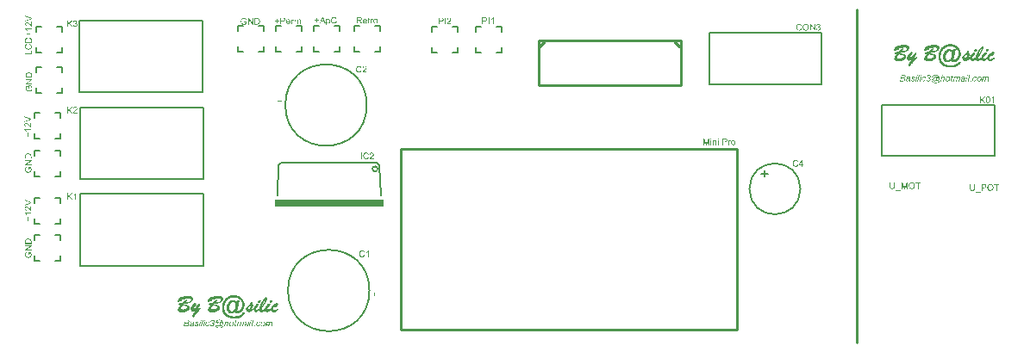
<source format=gto>
G04*
G04 #@! TF.GenerationSoftware,Altium Limited,Altium Designer,20.0.12 (288)*
G04*
G04 Layer_Color=16777215*
%FSLAX42Y42*%
%MOMM*%
G71*
G01*
G75*
%ADD10C,0.13*%
%ADD11C,0.25*%
%ADD12C,0.20*%
%ADD13C,0.15*%
%ADD14C,0.20*%
%ADD15R,10.67X0.76*%
G36*
X9407Y2623D02*
X9399D01*
X9401Y2631D01*
X9408D01*
X9407Y2623D01*
D02*
G37*
G36*
X8953D02*
X8945D01*
X8947Y2631D01*
X8955D01*
X8953Y2623D01*
D02*
G37*
G36*
X8913D02*
X8905D01*
X8907Y2631D01*
X8915D01*
X8913Y2623D01*
D02*
G37*
G36*
X9607Y2615D02*
X9608Y2615D01*
X9609Y2614D01*
X9611Y2614D01*
X9612Y2613D01*
X9613Y2612D01*
X9613Y2612D01*
X9614Y2612D01*
X9614Y2611D01*
X9615Y2610D01*
X9615Y2609D01*
X9616Y2608D01*
X9616Y2606D01*
X9616Y2604D01*
Y2604D01*
Y2604D01*
X9616Y2603D01*
Y2603D01*
X9616Y2602D01*
X9616Y2601D01*
X9615Y2599D01*
X9615Y2597D01*
X9609Y2567D01*
X9601D01*
X9607Y2598D01*
Y2598D01*
X9607Y2599D01*
X9608Y2599D01*
X9608Y2600D01*
X9608Y2602D01*
X9608Y2603D01*
Y2604D01*
Y2604D01*
Y2604D01*
X9608Y2604D01*
X9608Y2605D01*
X9608Y2605D01*
X9607Y2606D01*
X9607Y2607D01*
X9607Y2607D01*
X9607Y2607D01*
X9606Y2607D01*
X9606Y2608D01*
X9606Y2608D01*
X9605Y2608D01*
X9604Y2608D01*
X9603Y2608D01*
X9603Y2608D01*
X9602D01*
X9601Y2608D01*
X9600Y2608D01*
X9599Y2608D01*
X9598Y2608D01*
X9597Y2607D01*
X9595Y2606D01*
X9595Y2606D01*
X9595Y2606D01*
X9594Y2605D01*
X9593Y2605D01*
X9592Y2604D01*
X9591Y2603D01*
X9591Y2602D01*
X9590Y2601D01*
X9590Y2600D01*
X9589Y2600D01*
X9589Y2599D01*
X9588Y2598D01*
X9588Y2597D01*
X9587Y2595D01*
X9587Y2592D01*
X9586Y2590D01*
X9581Y2567D01*
X9574D01*
X9580Y2599D01*
Y2599D01*
X9580Y2599D01*
X9580Y2600D01*
X9580Y2601D01*
X9581Y2602D01*
X9581Y2603D01*
Y2603D01*
Y2603D01*
Y2604D01*
X9581Y2604D01*
X9581Y2605D01*
X9580Y2605D01*
X9580Y2606D01*
X9580Y2606D01*
X9579Y2607D01*
X9579Y2607D01*
X9579Y2607D01*
X9579Y2607D01*
X9578Y2608D01*
X9578Y2608D01*
X9577Y2608D01*
X9576Y2608D01*
X9576Y2608D01*
X9575D01*
X9574Y2608D01*
X9574Y2608D01*
X9572Y2608D01*
X9571Y2608D01*
X9570Y2607D01*
X9569Y2606D01*
X9568Y2606D01*
X9568Y2606D01*
X9567Y2605D01*
X9566Y2605D01*
X9566Y2604D01*
X9565Y2603D01*
X9564Y2602D01*
X9563Y2600D01*
X9563Y2600D01*
X9562Y2599D01*
X9562Y2599D01*
X9561Y2597D01*
X9561Y2596D01*
X9560Y2594D01*
X9559Y2592D01*
X9559Y2589D01*
X9554Y2567D01*
X9546D01*
X9556Y2614D01*
X9564D01*
X9562Y2606D01*
X9562Y2606D01*
X9563Y2606D01*
X9563Y2607D01*
X9563Y2607D01*
X9564Y2608D01*
X9565Y2609D01*
X9566Y2610D01*
X9567Y2611D01*
X9569Y2612D01*
X9570Y2613D01*
X9570Y2613D01*
X9571Y2613D01*
X9571Y2614D01*
X9572Y2614D01*
X9574Y2614D01*
X9575Y2615D01*
X9576Y2615D01*
X9578Y2615D01*
X9579D01*
X9579Y2615D01*
X9580Y2615D01*
X9581Y2614D01*
X9583Y2614D01*
X9584Y2613D01*
X9585Y2613D01*
X9585Y2613D01*
X9585Y2612D01*
X9586Y2612D01*
X9587Y2611D01*
X9587Y2610D01*
X9588Y2609D01*
X9588Y2608D01*
X9589Y2606D01*
Y2606D01*
X9589Y2606D01*
X9589Y2607D01*
X9590Y2608D01*
X9591Y2609D01*
X9592Y2610D01*
X9593Y2611D01*
X9595Y2612D01*
X9596Y2613D01*
X9596Y2613D01*
X9597Y2613D01*
X9598Y2613D01*
X9599Y2614D01*
X9600Y2614D01*
X9601Y2615D01*
X9603Y2615D01*
X9604Y2615D01*
X9605D01*
X9607Y2615D01*
D02*
G37*
G36*
X9323D02*
X9324Y2615D01*
X9326Y2614D01*
X9327Y2614D01*
X9329Y2613D01*
X9330Y2612D01*
X9330Y2612D01*
X9330Y2612D01*
X9331Y2611D01*
X9331Y2610D01*
X9332Y2609D01*
X9332Y2608D01*
X9333Y2606D01*
X9333Y2604D01*
Y2604D01*
Y2604D01*
X9333Y2603D01*
Y2603D01*
X9332Y2602D01*
X9332Y2601D01*
X9332Y2599D01*
X9332Y2597D01*
X9325Y2567D01*
X9317D01*
X9324Y2598D01*
Y2598D01*
X9324Y2599D01*
X9324Y2599D01*
X9324Y2600D01*
X9325Y2602D01*
X9325Y2603D01*
Y2604D01*
Y2604D01*
Y2604D01*
X9325Y2604D01*
X9325Y2605D01*
X9324Y2605D01*
X9324Y2606D01*
X9324Y2607D01*
X9323Y2607D01*
X9323Y2607D01*
X9323Y2607D01*
X9323Y2608D01*
X9322Y2608D01*
X9322Y2608D01*
X9321Y2608D01*
X9320Y2608D01*
X9319Y2608D01*
X9319D01*
X9318Y2608D01*
X9317Y2608D01*
X9316Y2608D01*
X9315Y2608D01*
X9313Y2607D01*
X9312Y2606D01*
X9312Y2606D01*
X9311Y2606D01*
X9311Y2605D01*
X9310Y2605D01*
X9309Y2604D01*
X9308Y2603D01*
X9307Y2602D01*
X9306Y2601D01*
X9306Y2600D01*
X9306Y2600D01*
X9306Y2599D01*
X9305Y2598D01*
X9305Y2597D01*
X9304Y2595D01*
X9303Y2592D01*
X9303Y2590D01*
X9298Y2567D01*
X9290D01*
X9297Y2599D01*
Y2599D01*
X9297Y2599D01*
X9297Y2600D01*
X9297Y2601D01*
X9297Y2602D01*
X9297Y2603D01*
Y2603D01*
Y2603D01*
Y2604D01*
X9297Y2604D01*
X9297Y2605D01*
X9297Y2605D01*
X9297Y2606D01*
X9296Y2606D01*
X9296Y2607D01*
X9296Y2607D01*
X9296Y2607D01*
X9295Y2607D01*
X9295Y2608D01*
X9294Y2608D01*
X9294Y2608D01*
X9293Y2608D01*
X9292Y2608D01*
X9292D01*
X9291Y2608D01*
X9290Y2608D01*
X9289Y2608D01*
X9288Y2608D01*
X9287Y2607D01*
X9285Y2606D01*
X9285Y2606D01*
X9285Y2606D01*
X9284Y2605D01*
X9283Y2605D01*
X9282Y2604D01*
X9281Y2603D01*
X9280Y2602D01*
X9279Y2600D01*
X9279Y2600D01*
X9279Y2599D01*
X9278Y2599D01*
X9278Y2597D01*
X9277Y2596D01*
X9277Y2594D01*
X9276Y2592D01*
X9275Y2589D01*
X9271Y2567D01*
X9263D01*
X9273Y2614D01*
X9281D01*
X9279Y2606D01*
X9279Y2606D01*
X9279Y2606D01*
X9279Y2607D01*
X9280Y2607D01*
X9281Y2608D01*
X9282Y2609D01*
X9283Y2610D01*
X9284Y2611D01*
X9286Y2612D01*
X9287Y2613D01*
X9287Y2613D01*
X9287Y2613D01*
X9288Y2614D01*
X9289Y2614D01*
X9290Y2614D01*
X9292Y2615D01*
X9293Y2615D01*
X9294Y2615D01*
X9295D01*
X9296Y2615D01*
X9297Y2615D01*
X9298Y2614D01*
X9299Y2614D01*
X9300Y2613D01*
X9302Y2613D01*
X9302Y2613D01*
X9302Y2612D01*
X9303Y2612D01*
X9303Y2611D01*
X9304Y2610D01*
X9304Y2609D01*
X9305Y2608D01*
X9305Y2606D01*
Y2606D01*
X9306Y2606D01*
X9306Y2607D01*
X9307Y2608D01*
X9308Y2609D01*
X9309Y2610D01*
X9310Y2611D01*
X9311Y2612D01*
X9313Y2613D01*
X9313Y2613D01*
X9314Y2613D01*
X9314Y2613D01*
X9315Y2614D01*
X9317Y2614D01*
X9318Y2615D01*
X9320Y2615D01*
X9321Y2615D01*
X9322D01*
X9323Y2615D01*
D02*
G37*
G36*
X9029Y2632D02*
X9029Y2632D01*
X9030Y2631D01*
X9032Y2631D01*
X9034Y2631D01*
X9036Y2630D01*
X9037Y2629D01*
X9038Y2629D01*
X9039Y2628D01*
X9040Y2627D01*
X9040Y2627D01*
X9040Y2627D01*
X9040Y2626D01*
X9041Y2626D01*
X9041Y2626D01*
X9042Y2625D01*
X9043Y2624D01*
X9043Y2622D01*
X9044Y2620D01*
X9045Y2618D01*
X9045Y2617D01*
X9045Y2615D01*
Y2615D01*
Y2615D01*
Y2615D01*
Y2614D01*
X9045Y2613D01*
X9045Y2612D01*
X9044Y2611D01*
X9044Y2609D01*
X9043Y2608D01*
X9042Y2606D01*
X9042Y2606D01*
X9042Y2606D01*
X9041Y2605D01*
X9040Y2604D01*
X9039Y2603D01*
X9038Y2602D01*
X9036Y2601D01*
X9034Y2600D01*
X9035Y2600D01*
X9035Y2600D01*
X9036Y2599D01*
X9037Y2599D01*
X9037Y2598D01*
X9038Y2597D01*
X9039Y2596D01*
X9040Y2595D01*
X9040Y2595D01*
X9040Y2594D01*
X9041Y2594D01*
X9041Y2593D01*
X9041Y2592D01*
X9042Y2590D01*
X9042Y2589D01*
X9042Y2588D01*
Y2587D01*
Y2587D01*
Y2587D01*
X9042Y2586D01*
X9042Y2585D01*
X9042Y2585D01*
X9041Y2584D01*
X9041Y2582D01*
X9041Y2581D01*
X9040Y2580D01*
X9040Y2579D01*
X9039Y2578D01*
X9038Y2576D01*
X9038Y2575D01*
X9037Y2574D01*
X9035Y2573D01*
X9035Y2573D01*
X9035Y2572D01*
X9035Y2572D01*
X9034Y2572D01*
X9034Y2571D01*
X9033Y2571D01*
X9032Y2570D01*
X9031Y2570D01*
X9030Y2569D01*
X9029Y2568D01*
X9028Y2568D01*
X9026Y2567D01*
X9025Y2567D01*
X9023Y2567D01*
X9022Y2566D01*
X9020Y2566D01*
X9019D01*
X9018Y2566D01*
X9018Y2567D01*
X9017Y2567D01*
X9016Y2567D01*
X9015Y2567D01*
X9013Y2568D01*
X9010Y2568D01*
X9009Y2569D01*
X9008Y2570D01*
X9007Y2570D01*
X9006Y2571D01*
X9006Y2571D01*
X9006Y2571D01*
X9005Y2572D01*
X9005Y2572D01*
X9005Y2573D01*
X9004Y2573D01*
X9004Y2574D01*
X9003Y2575D01*
X9003Y2576D01*
X9002Y2577D01*
X9001Y2579D01*
X9000Y2581D01*
X9000Y2583D01*
X9000Y2584D01*
X9008Y2585D01*
Y2585D01*
Y2585D01*
X9008Y2585D01*
X9008Y2584D01*
X9008Y2583D01*
X9008Y2583D01*
X9009Y2581D01*
X9009Y2580D01*
X9010Y2578D01*
X9010Y2577D01*
X9011Y2576D01*
X9012Y2575D01*
X9012Y2575D01*
X9013Y2575D01*
X9014Y2574D01*
X9015Y2574D01*
X9016Y2573D01*
X9018Y2573D01*
X9019Y2573D01*
X9020D01*
X9020Y2573D01*
X9021D01*
X9021Y2573D01*
X9023Y2573D01*
X9024Y2574D01*
X9026Y2574D01*
X9028Y2575D01*
X9029Y2576D01*
X9029Y2577D01*
X9030Y2577D01*
X9030Y2577D01*
X9030Y2578D01*
X9031Y2578D01*
X9032Y2580D01*
X9032Y2581D01*
X9033Y2583D01*
X9034Y2585D01*
X9034Y2585D01*
Y2586D01*
Y2587D01*
Y2587D01*
X9034Y2587D01*
X9034Y2588D01*
X9033Y2589D01*
X9033Y2590D01*
X9032Y2592D01*
X9032Y2593D01*
X9031Y2594D01*
X9030Y2594D01*
X9030Y2595D01*
X9029Y2595D01*
X9028Y2596D01*
X9027Y2596D01*
X9026Y2597D01*
X9024Y2597D01*
X9022Y2597D01*
X9021D01*
X9021Y2597D01*
X9020D01*
X9020Y2597D01*
X9021Y2604D01*
X9022D01*
X9022Y2604D01*
X9024D01*
X9024Y2604D01*
X9025D01*
X9025Y2604D01*
X9027Y2604D01*
X9029Y2604D01*
X9030Y2605D01*
X9032Y2606D01*
X9033Y2607D01*
X9034Y2607D01*
X9034Y2607D01*
X9035Y2608D01*
X9035Y2609D01*
X9036Y2610D01*
X9037Y2612D01*
X9037Y2613D01*
X9037Y2615D01*
Y2615D01*
Y2615D01*
Y2616D01*
X9037Y2617D01*
X9037Y2618D01*
X9036Y2619D01*
X9036Y2620D01*
X9035Y2621D01*
X9034Y2622D01*
X9034Y2623D01*
X9033Y2623D01*
X9033Y2623D01*
X9032Y2624D01*
X9031Y2625D01*
X9030Y2625D01*
X9028Y2625D01*
X9027Y2625D01*
X9026D01*
X9025Y2625D01*
X9024Y2625D01*
X9023Y2625D01*
X9022Y2624D01*
X9020Y2623D01*
X9019Y2622D01*
X9019Y2622D01*
X9018Y2622D01*
X9018Y2621D01*
X9017Y2620D01*
X9017Y2619D01*
X9016Y2617D01*
X9015Y2616D01*
X9015Y2614D01*
X9007Y2615D01*
Y2615D01*
X9007Y2616D01*
X9007Y2616D01*
X9007Y2617D01*
X9008Y2617D01*
X9008Y2618D01*
X9009Y2620D01*
X9010Y2622D01*
X9011Y2624D01*
X9012Y2626D01*
X9014Y2627D01*
X9014Y2628D01*
X9015Y2628D01*
X9015Y2628D01*
X9015Y2628D01*
X9016Y2628D01*
X9016Y2629D01*
X9017Y2629D01*
X9018Y2630D01*
X9020Y2630D01*
X9022Y2631D01*
X9025Y2632D01*
X9026Y2632D01*
X9028D01*
X9029Y2632D01*
D02*
G37*
G36*
X8874Y2615D02*
X8875D01*
X8876Y2615D01*
X8878Y2614D01*
X8880Y2614D01*
X8882Y2613D01*
X8884Y2612D01*
X8885Y2612D01*
X8886Y2611D01*
X8886D01*
X8886Y2611D01*
X8887Y2610D01*
X8887Y2609D01*
X8888Y2608D01*
X8889Y2607D01*
X8890Y2605D01*
X8891Y2603D01*
X8891Y2601D01*
X8891Y2600D01*
X8883Y2600D01*
Y2600D01*
Y2600D01*
X8883Y2600D01*
X8883Y2601D01*
X8883Y2602D01*
X8882Y2603D01*
X8882Y2604D01*
X8881Y2605D01*
X8880Y2606D01*
X8880Y2606D01*
X8880Y2607D01*
X8879Y2607D01*
X8878Y2608D01*
X8877Y2608D01*
X8876Y2608D01*
X8874Y2609D01*
X8872Y2609D01*
X8872D01*
X8871Y2609D01*
X8870Y2609D01*
X8869Y2608D01*
X8868Y2608D01*
X8867Y2608D01*
X8866Y2607D01*
X8866Y2607D01*
X8865Y2607D01*
X8865Y2606D01*
X8865Y2606D01*
X8864Y2605D01*
X8864Y2604D01*
X8864Y2604D01*
X8864Y2603D01*
Y2603D01*
Y2602D01*
X8864Y2602D01*
X8864Y2602D01*
X8864Y2601D01*
X8864Y2600D01*
X8865Y2600D01*
X8866Y2599D01*
X8866Y2599D01*
X8866Y2599D01*
X8866Y2598D01*
X8867Y2598D01*
X8868Y2598D01*
X8869Y2597D01*
X8870Y2596D01*
X8871Y2596D01*
X8872Y2595D01*
X8872D01*
X8873Y2595D01*
X8873Y2595D01*
X8874Y2595D01*
X8874Y2594D01*
X8875Y2594D01*
X8877Y2593D01*
X8879Y2592D01*
X8881Y2591D01*
X8882Y2591D01*
X8882Y2590D01*
X8883Y2590D01*
X8884Y2589D01*
X8884Y2589D01*
X8884Y2589D01*
X8885Y2588D01*
X8886Y2587D01*
X8886Y2586D01*
X8887Y2584D01*
X8887Y2582D01*
X8887Y2580D01*
Y2580D01*
Y2580D01*
X8887Y2579D01*
X8887Y2578D01*
X8887Y2577D01*
X8887Y2576D01*
X8886Y2575D01*
X8885Y2574D01*
X8885Y2574D01*
X8885Y2573D01*
X8884Y2573D01*
X8884Y2572D01*
X8883Y2571D01*
X8882Y2570D01*
X8880Y2569D01*
X8879Y2568D01*
X8879D01*
X8879Y2568D01*
X8878Y2568D01*
X8878Y2568D01*
X8877Y2568D01*
X8876Y2567D01*
X8875Y2567D01*
X8873Y2567D01*
X8871Y2567D01*
X8869Y2566D01*
X8868D01*
X8867Y2567D01*
X8867D01*
X8866Y2567D01*
X8865Y2567D01*
X8864Y2567D01*
X8862Y2567D01*
X8860Y2568D01*
X8857Y2569D01*
X8856Y2570D01*
X8855Y2570D01*
X8855Y2571D01*
X8855Y2571D01*
X8855Y2571D01*
X8854Y2571D01*
X8854Y2572D01*
X8853Y2572D01*
X8853Y2573D01*
X8852Y2574D01*
X8852Y2574D01*
X8851Y2575D01*
X8851Y2576D01*
X8851Y2578D01*
X8850Y2579D01*
X8850Y2580D01*
X8850Y2582D01*
Y2583D01*
X8858Y2584D01*
Y2584D01*
Y2583D01*
X8858Y2583D01*
Y2582D01*
X8858Y2581D01*
X8858Y2580D01*
X8858Y2579D01*
X8859Y2578D01*
X8859Y2578D01*
X8859Y2578D01*
X8859Y2577D01*
X8860Y2577D01*
X8860Y2576D01*
X8861Y2575D01*
X8862Y2575D01*
X8863Y2574D01*
X8863Y2574D01*
X8863Y2574D01*
X8864Y2574D01*
X8864Y2573D01*
X8865Y2573D01*
X8866Y2573D01*
X8868Y2573D01*
X8869Y2573D01*
X8870D01*
X8871Y2573D01*
X8872Y2573D01*
X8873Y2573D01*
X8875Y2573D01*
X8876Y2574D01*
X8877Y2575D01*
X8877Y2575D01*
X8877Y2575D01*
X8878Y2575D01*
X8878Y2576D01*
X8879Y2577D01*
X8879Y2578D01*
X8879Y2579D01*
X8880Y2580D01*
Y2580D01*
Y2580D01*
X8879Y2580D01*
X8879Y2581D01*
X8879Y2581D01*
X8879Y2582D01*
X8879Y2583D01*
X8878Y2583D01*
X8878Y2584D01*
X8878Y2584D01*
X8877Y2584D01*
X8876Y2585D01*
X8875Y2585D01*
X8874Y2586D01*
X8873Y2587D01*
X8872Y2587D01*
X8871Y2587D01*
X8870Y2588D01*
X8870D01*
X8870Y2588D01*
X8869Y2588D01*
X8869Y2588D01*
X8868Y2589D01*
X8867Y2589D01*
X8865Y2590D01*
X8864Y2591D01*
X8863Y2591D01*
X8862Y2592D01*
X8862Y2592D01*
X8862Y2592D01*
X8862Y2592D01*
X8861Y2592D01*
X8860Y2593D01*
X8860Y2593D01*
X8859Y2594D01*
X8858Y2595D01*
X8858Y2596D01*
X8858Y2596D01*
X8858Y2596D01*
X8857Y2597D01*
X8857Y2598D01*
X8857Y2598D01*
X8857Y2599D01*
X8856Y2600D01*
X8856Y2602D01*
Y2602D01*
Y2602D01*
Y2602D01*
X8856Y2602D01*
X8857Y2603D01*
X8857Y2605D01*
X8857Y2606D01*
X8858Y2608D01*
X8859Y2609D01*
X8860Y2610D01*
X8861Y2611D01*
X8861Y2611D01*
X8861Y2611D01*
X8861Y2611D01*
X8861Y2612D01*
X8862Y2612D01*
X8862Y2612D01*
X8863Y2613D01*
X8864Y2613D01*
X8865Y2614D01*
X8868Y2614D01*
X8870Y2615D01*
X8871Y2615D01*
X8874D01*
X8874Y2615D01*
D02*
G37*
G36*
X9479D02*
X9480D01*
X9481Y2615D01*
X9483Y2614D01*
X9484Y2614D01*
X9486Y2613D01*
X9488Y2612D01*
X9489Y2611D01*
X9490Y2611D01*
X9490Y2611D01*
X9490Y2610D01*
X9490Y2610D01*
X9491Y2610D01*
X9492Y2609D01*
X9492Y2608D01*
X9493Y2606D01*
X9494Y2604D01*
X9494Y2602D01*
X9494Y2601D01*
X9495Y2600D01*
X9487Y2599D01*
Y2599D01*
Y2599D01*
X9487Y2600D01*
X9487Y2601D01*
X9486Y2602D01*
X9486Y2603D01*
X9486Y2604D01*
X9485Y2605D01*
X9484Y2606D01*
X9484Y2606D01*
X9484Y2606D01*
X9483Y2607D01*
X9482Y2607D01*
X9482Y2608D01*
X9480Y2608D01*
X9479Y2608D01*
X9478Y2608D01*
X9477D01*
X9476Y2608D01*
X9475Y2608D01*
X9473Y2608D01*
X9472Y2607D01*
X9471Y2606D01*
X9469Y2605D01*
X9469Y2605D01*
X9469Y2605D01*
X9468Y2604D01*
X9467Y2603D01*
X9466Y2602D01*
X9466Y2600D01*
X9465Y2598D01*
X9464Y2596D01*
Y2596D01*
X9464Y2596D01*
X9464Y2596D01*
X9463Y2595D01*
X9463Y2595D01*
X9463Y2594D01*
X9463Y2592D01*
X9462Y2591D01*
X9462Y2589D01*
X9462Y2587D01*
X9462Y2584D01*
Y2584D01*
Y2584D01*
Y2584D01*
Y2583D01*
X9462Y2582D01*
X9462Y2581D01*
X9462Y2580D01*
X9463Y2578D01*
X9464Y2577D01*
X9464Y2576D01*
X9465Y2575D01*
X9465Y2575D01*
X9465Y2575D01*
X9466Y2574D01*
X9467Y2574D01*
X9468Y2573D01*
X9469Y2573D01*
X9471Y2573D01*
X9471D01*
X9472Y2573D01*
X9472Y2573D01*
X9473Y2573D01*
X9474Y2573D01*
X9476Y2574D01*
X9477Y2575D01*
X9478Y2575D01*
X9478Y2576D01*
X9479Y2576D01*
X9479Y2577D01*
X9480Y2578D01*
X9481Y2579D01*
X9482Y2580D01*
X9483Y2582D01*
X9484Y2584D01*
X9492Y2584D01*
Y2583D01*
X9492Y2583D01*
X9492Y2583D01*
X9491Y2582D01*
X9491Y2581D01*
X9490Y2581D01*
X9490Y2579D01*
X9488Y2577D01*
X9487Y2574D01*
X9485Y2572D01*
X9484Y2571D01*
X9483Y2571D01*
X9483D01*
X9483Y2570D01*
X9483Y2570D01*
X9482Y2570D01*
X9482Y2570D01*
X9481Y2569D01*
X9480Y2569D01*
X9480Y2569D01*
X9478Y2568D01*
X9476Y2567D01*
X9473Y2567D01*
X9472Y2567D01*
X9471Y2566D01*
X9470D01*
X9469Y2567D01*
X9469Y2567D01*
X9468Y2567D01*
X9466Y2567D01*
X9465Y2568D01*
X9462Y2569D01*
X9461Y2569D01*
X9460Y2570D01*
X9459Y2570D01*
X9458Y2571D01*
X9458Y2571D01*
X9458Y2571D01*
X9458Y2572D01*
X9458Y2572D01*
X9457Y2573D01*
X9457Y2573D01*
X9457Y2574D01*
X9456Y2575D01*
X9456Y2576D01*
X9455Y2577D01*
X9455Y2578D01*
X9455Y2579D01*
X9454Y2580D01*
X9454Y2582D01*
X9454Y2583D01*
X9454Y2585D01*
Y2585D01*
Y2585D01*
Y2586D01*
X9454Y2586D01*
Y2587D01*
X9454Y2588D01*
X9454Y2589D01*
X9454Y2590D01*
X9455Y2592D01*
X9455Y2594D01*
X9456Y2597D01*
X9457Y2600D01*
Y2600D01*
X9457Y2600D01*
X9457Y2601D01*
X9457Y2601D01*
X9458Y2602D01*
X9458Y2602D01*
X9459Y2604D01*
X9460Y2606D01*
X9462Y2608D01*
X9463Y2609D01*
X9465Y2611D01*
X9466Y2611D01*
X9466Y2611D01*
X9466Y2611D01*
X9466Y2612D01*
X9467Y2612D01*
X9468Y2612D01*
X9468Y2613D01*
X9469Y2613D01*
X9471Y2614D01*
X9473Y2614D01*
X9476Y2615D01*
X9478Y2615D01*
X9479D01*
X9479Y2615D01*
D02*
G37*
G36*
X8981D02*
X8982D01*
X8982Y2615D01*
X8984Y2614D01*
X8986Y2614D01*
X8988Y2613D01*
X8990Y2612D01*
X8991Y2611D01*
X8992Y2611D01*
X8992Y2611D01*
X8992Y2610D01*
X8992Y2610D01*
X8992Y2610D01*
X8993Y2609D01*
X8994Y2608D01*
X8995Y2606D01*
X8995Y2604D01*
X8996Y2602D01*
X8996Y2601D01*
X8996Y2600D01*
X8988Y2599D01*
Y2599D01*
Y2599D01*
X8988Y2600D01*
X8988Y2601D01*
X8988Y2602D01*
X8988Y2603D01*
X8987Y2604D01*
X8987Y2605D01*
X8986Y2606D01*
X8986Y2606D01*
X8985Y2606D01*
X8985Y2607D01*
X8984Y2607D01*
X8983Y2608D01*
X8982Y2608D01*
X8980Y2608D01*
X8979Y2608D01*
X8978D01*
X8977Y2608D01*
X8976Y2608D01*
X8975Y2608D01*
X8973Y2607D01*
X8972Y2606D01*
X8971Y2605D01*
X8971Y2605D01*
X8970Y2605D01*
X8969Y2604D01*
X8969Y2603D01*
X8968Y2602D01*
X8967Y2600D01*
X8966Y2598D01*
X8965Y2596D01*
Y2596D01*
X8965Y2596D01*
X8965Y2596D01*
X8965Y2595D01*
X8965Y2595D01*
X8965Y2594D01*
X8964Y2592D01*
X8964Y2591D01*
X8964Y2589D01*
X8963Y2587D01*
X8963Y2584D01*
Y2584D01*
Y2584D01*
Y2584D01*
Y2583D01*
X8963Y2582D01*
X8964Y2581D01*
X8964Y2580D01*
X8964Y2578D01*
X8965Y2577D01*
X8966Y2576D01*
X8966Y2575D01*
X8966Y2575D01*
X8967Y2575D01*
X8968Y2574D01*
X8969Y2574D01*
X8970Y2573D01*
X8971Y2573D01*
X8972Y2573D01*
X8973D01*
X8973Y2573D01*
X8974Y2573D01*
X8975Y2573D01*
X8976Y2573D01*
X8977Y2574D01*
X8978Y2575D01*
X8980Y2575D01*
X8980Y2576D01*
X8980Y2576D01*
X8981Y2577D01*
X8982Y2578D01*
X8983Y2579D01*
X8984Y2580D01*
X8984Y2582D01*
X8985Y2584D01*
X8993Y2584D01*
Y2583D01*
X8993Y2583D01*
X8993Y2583D01*
X8993Y2582D01*
X8992Y2581D01*
X8992Y2581D01*
X8991Y2579D01*
X8990Y2577D01*
X8988Y2574D01*
X8987Y2572D01*
X8986Y2571D01*
X8985Y2571D01*
X8985D01*
X8984Y2570D01*
X8984Y2570D01*
X8984Y2570D01*
X8983Y2570D01*
X8983Y2569D01*
X8982Y2569D01*
X8981Y2569D01*
X8979Y2568D01*
X8977Y2567D01*
X8975Y2567D01*
X8974Y2567D01*
X8972Y2566D01*
X8972D01*
X8971Y2567D01*
X8970Y2567D01*
X8970Y2567D01*
X8968Y2567D01*
X8966Y2568D01*
X8964Y2569D01*
X8963Y2569D01*
X8962Y2570D01*
X8961Y2570D01*
X8960Y2571D01*
X8960Y2571D01*
X8960Y2571D01*
X8960Y2572D01*
X8959Y2572D01*
X8959Y2573D01*
X8958Y2573D01*
X8958Y2574D01*
X8958Y2575D01*
X8957Y2576D01*
X8957Y2577D01*
X8956Y2578D01*
X8956Y2579D01*
X8956Y2580D01*
X8956Y2582D01*
X8955Y2583D01*
X8955Y2585D01*
Y2585D01*
Y2585D01*
Y2586D01*
X8955Y2586D01*
Y2587D01*
X8956Y2588D01*
X8956Y2589D01*
X8956Y2590D01*
X8956Y2592D01*
X8957Y2594D01*
X8957Y2597D01*
X8958Y2600D01*
Y2600D01*
X8958Y2600D01*
X8959Y2601D01*
X8959Y2601D01*
X8959Y2602D01*
X8960Y2602D01*
X8961Y2604D01*
X8962Y2606D01*
X8963Y2608D01*
X8965Y2609D01*
X8967Y2611D01*
X8967Y2611D01*
X8967Y2611D01*
X8967Y2611D01*
X8968Y2612D01*
X8968Y2612D01*
X8969Y2612D01*
X8970Y2613D01*
X8971Y2613D01*
X8973Y2614D01*
X8975Y2614D01*
X8977Y2615D01*
X8980Y2615D01*
X8980D01*
X8981Y2615D01*
D02*
G37*
G36*
X9095Y2632D02*
X9096D01*
X9097Y2632D01*
X9098Y2632D01*
X9099Y2632D01*
X9101Y2632D01*
X9102Y2631D01*
X9106Y2631D01*
X9109Y2630D01*
X9111Y2629D01*
X9112Y2628D01*
X9112Y2628D01*
X9113Y2628D01*
X9113Y2628D01*
X9114Y2627D01*
X9114Y2627D01*
X9115Y2626D01*
X9116Y2626D01*
X9117Y2625D01*
X9118Y2624D01*
X9119Y2623D01*
X9121Y2622D01*
X9122Y2621D01*
X9123Y2619D01*
X9124Y2618D01*
X9125Y2617D01*
X9126Y2615D01*
X9126Y2615D01*
X9126Y2615D01*
X9126Y2614D01*
X9127Y2614D01*
X9127Y2613D01*
X9127Y2612D01*
X9128Y2611D01*
X9128Y2610D01*
X9129Y2609D01*
X9129Y2608D01*
X9130Y2605D01*
X9130Y2602D01*
X9130Y2600D01*
Y2599D01*
Y2598D01*
Y2598D01*
X9130Y2597D01*
Y2596D01*
X9130Y2595D01*
X9130Y2594D01*
X9130Y2593D01*
X9129Y2591D01*
X9129Y2589D01*
X9128Y2588D01*
X9127Y2586D01*
X9126Y2584D01*
X9125Y2582D01*
X9124Y2580D01*
X9123Y2578D01*
X9121Y2576D01*
X9121Y2576D01*
X9121Y2576D01*
X9120Y2575D01*
X9120Y2575D01*
X9119Y2574D01*
X9118Y2573D01*
X9117Y2572D01*
X9116Y2572D01*
X9115Y2571D01*
X9114Y2570D01*
X9112Y2569D01*
X9111Y2569D01*
X9109Y2568D01*
X9107Y2568D01*
X9106Y2567D01*
X9104Y2567D01*
X9103D01*
X9103Y2567D01*
X9102D01*
X9101Y2568D01*
X9100Y2568D01*
X9099Y2568D01*
X9099D01*
X9099Y2568D01*
X9098Y2569D01*
X9098Y2569D01*
X9097Y2570D01*
X9097Y2570D01*
X9096Y2571D01*
Y2571D01*
X9096Y2571D01*
X9096Y2571D01*
X9096Y2572D01*
X9096Y2572D01*
X9096Y2573D01*
X9096Y2574D01*
X9096Y2575D01*
X9095Y2574D01*
X9095Y2574D01*
X9094Y2573D01*
X9094Y2573D01*
X9093Y2572D01*
X9092Y2571D01*
X9090Y2570D01*
X9089Y2569D01*
X9089Y2569D01*
X9089Y2569D01*
X9088Y2569D01*
X9087Y2568D01*
X9086Y2568D01*
X9085Y2568D01*
X9083Y2567D01*
X9082Y2567D01*
X9081D01*
X9081Y2567D01*
X9080Y2568D01*
X9079Y2568D01*
X9077Y2568D01*
X9076Y2569D01*
X9075Y2570D01*
X9074Y2570D01*
X9074Y2570D01*
X9073Y2571D01*
X9072Y2571D01*
X9071Y2572D01*
X9070Y2574D01*
X9069Y2575D01*
X9069Y2577D01*
Y2577D01*
X9068Y2577D01*
X9068Y2577D01*
X9068Y2577D01*
X9068Y2578D01*
X9067Y2580D01*
X9067Y2581D01*
X9067Y2583D01*
X9066Y2585D01*
X9066Y2587D01*
Y2587D01*
Y2587D01*
Y2588D01*
X9066Y2588D01*
Y2589D01*
X9066Y2590D01*
X9067Y2590D01*
X9067Y2591D01*
X9067Y2593D01*
X9068Y2596D01*
X9069Y2598D01*
X9070Y2601D01*
Y2601D01*
X9070Y2601D01*
X9070Y2602D01*
X9070Y2602D01*
X9071Y2603D01*
X9071Y2603D01*
X9072Y2605D01*
X9074Y2607D01*
X9075Y2608D01*
X9077Y2610D01*
X9079Y2611D01*
X9079D01*
X9079Y2612D01*
X9079Y2612D01*
X9080Y2612D01*
X9081Y2613D01*
X9082Y2613D01*
X9084Y2614D01*
X9085Y2614D01*
X9087Y2615D01*
X9089Y2615D01*
X9090D01*
X9090Y2615D01*
X9091Y2615D01*
X9092Y2614D01*
X9094Y2614D01*
X9095Y2614D01*
X9096Y2613D01*
X9096Y2613D01*
X9097Y2613D01*
X9097Y2612D01*
X9098Y2611D01*
X9099Y2611D01*
X9100Y2610D01*
X9101Y2608D01*
X9102Y2607D01*
X9104Y2614D01*
X9111D01*
X9105Y2584D01*
Y2584D01*
X9105Y2584D01*
Y2584D01*
X9105Y2583D01*
X9105Y2582D01*
X9104Y2581D01*
X9104Y2580D01*
X9104Y2579D01*
X9104Y2578D01*
Y2578D01*
X9104Y2578D01*
Y2577D01*
Y2577D01*
Y2577D01*
X9104Y2577D01*
X9104Y2576D01*
X9105Y2575D01*
X9105Y2575D01*
X9105Y2575D01*
X9106Y2575D01*
X9107Y2575D01*
X9107D01*
X9108Y2575D01*
X9109Y2575D01*
X9109Y2575D01*
X9110Y2576D01*
X9112Y2576D01*
X9113Y2577D01*
X9113D01*
X9113Y2577D01*
X9113Y2577D01*
X9114Y2578D01*
X9115Y2579D01*
X9116Y2580D01*
X9117Y2581D01*
X9118Y2583D01*
X9120Y2584D01*
X9121Y2586D01*
Y2587D01*
X9121Y2587D01*
X9121Y2587D01*
X9121Y2587D01*
X9121Y2588D01*
X9122Y2589D01*
X9122Y2590D01*
X9123Y2592D01*
X9123Y2594D01*
X9124Y2596D01*
X9124Y2599D01*
Y2599D01*
Y2599D01*
Y2599D01*
X9124Y2600D01*
Y2601D01*
X9124Y2601D01*
X9124Y2602D01*
X9123Y2603D01*
X9123Y2605D01*
X9122Y2607D01*
X9121Y2610D01*
X9120Y2612D01*
Y2612D01*
X9120Y2613D01*
X9120Y2613D01*
X9119Y2613D01*
X9119Y2614D01*
X9118Y2614D01*
X9117Y2616D01*
X9116Y2618D01*
X9114Y2619D01*
X9112Y2621D01*
X9109Y2622D01*
X9109Y2623D01*
X9109Y2623D01*
X9108Y2623D01*
X9108Y2623D01*
X9107Y2623D01*
X9106Y2624D01*
X9105Y2624D01*
X9104Y2624D01*
X9103Y2625D01*
X9102Y2625D01*
X9099Y2626D01*
X9096Y2626D01*
X9093Y2626D01*
X9092D01*
X9091Y2626D01*
X9090Y2626D01*
X9089Y2626D01*
X9088Y2626D01*
X9086Y2626D01*
X9085Y2625D01*
X9083Y2625D01*
X9080Y2624D01*
X9079Y2624D01*
X9077Y2623D01*
X9075Y2622D01*
X9074Y2621D01*
X9074Y2621D01*
X9073Y2621D01*
X9073Y2621D01*
X9072Y2621D01*
X9072Y2620D01*
X9071Y2619D01*
X9070Y2619D01*
X9069Y2618D01*
X9068Y2617D01*
X9067Y2616D01*
X9066Y2615D01*
X9065Y2614D01*
X9064Y2612D01*
X9063Y2611D01*
X9062Y2609D01*
X9061Y2608D01*
X9061Y2608D01*
X9061Y2607D01*
X9060Y2607D01*
X9060Y2606D01*
X9060Y2605D01*
X9059Y2604D01*
X9059Y2603D01*
X9058Y2602D01*
X9058Y2601D01*
X9058Y2599D01*
X9057Y2598D01*
X9057Y2596D01*
X9056Y2592D01*
X9056Y2591D01*
X9056Y2589D01*
Y2588D01*
Y2588D01*
Y2588D01*
X9056Y2587D01*
X9056Y2586D01*
X9056Y2585D01*
X9056Y2584D01*
X9057Y2582D01*
X9057Y2579D01*
X9058Y2576D01*
X9059Y2575D01*
X9059Y2573D01*
X9060Y2572D01*
X9061Y2570D01*
X9061Y2570D01*
X9061Y2570D01*
X9061Y2569D01*
X9062Y2569D01*
X9062Y2568D01*
X9063Y2568D01*
X9063Y2567D01*
X9064Y2566D01*
X9065Y2565D01*
X9066Y2564D01*
X9067Y2563D01*
X9068Y2562D01*
X9070Y2561D01*
X9071Y2560D01*
X9073Y2560D01*
X9074Y2559D01*
X9074D01*
X9075Y2559D01*
X9075Y2558D01*
X9076Y2558D01*
X9077Y2558D01*
X9077Y2558D01*
X9079Y2557D01*
X9080Y2557D01*
X9081Y2557D01*
X9083Y2556D01*
X9084Y2556D01*
X9086Y2556D01*
X9090Y2555D01*
X9094Y2555D01*
X9095D01*
X9096Y2555D01*
X9097D01*
X9098Y2555D01*
X9099Y2555D01*
X9100Y2556D01*
X9103Y2556D01*
X9107Y2557D01*
X9110Y2558D01*
X9113Y2559D01*
X9113Y2559D01*
X9113Y2559D01*
X9114Y2559D01*
X9114Y2560D01*
X9115Y2560D01*
X9115Y2560D01*
X9117Y2562D01*
X9119Y2563D01*
X9121Y2565D01*
X9123Y2566D01*
X9124Y2568D01*
X9132D01*
Y2568D01*
X9132Y2568D01*
X9132Y2568D01*
X9132Y2568D01*
X9131Y2567D01*
X9131Y2565D01*
X9130Y2564D01*
X9128Y2563D01*
X9127Y2561D01*
X9125Y2559D01*
X9125Y2559D01*
X9124Y2559D01*
X9124Y2559D01*
X9124Y2558D01*
X9123Y2558D01*
X9123Y2557D01*
X9122Y2557D01*
X9121Y2556D01*
X9119Y2555D01*
X9117Y2554D01*
X9114Y2553D01*
X9112Y2552D01*
X9112D01*
X9111Y2551D01*
X9111Y2551D01*
X9110Y2551D01*
X9110Y2551D01*
X9109Y2551D01*
X9108Y2550D01*
X9107Y2550D01*
X9105Y2550D01*
X9104Y2550D01*
X9103Y2549D01*
X9101Y2549D01*
X9099Y2549D01*
X9098Y2549D01*
X9094Y2549D01*
X9092D01*
X9091Y2549D01*
X9090D01*
X9089Y2549D01*
X9088Y2549D01*
X9087Y2549D01*
X9085Y2549D01*
X9082Y2550D01*
X9079Y2550D01*
X9076Y2551D01*
X9076D01*
X9076Y2551D01*
X9075Y2551D01*
X9075Y2552D01*
X9074Y2552D01*
X9073Y2552D01*
X9072Y2553D01*
X9071Y2553D01*
X9069Y2554D01*
X9067Y2555D01*
X9064Y2557D01*
X9062Y2559D01*
X9062Y2559D01*
X9062Y2559D01*
X9061Y2559D01*
X9061Y2560D01*
X9061Y2560D01*
X9060Y2561D01*
X9059Y2562D01*
X9057Y2564D01*
X9056Y2566D01*
X9054Y2568D01*
X9053Y2570D01*
Y2570D01*
X9053Y2570D01*
X9053Y2571D01*
X9053Y2572D01*
X9052Y2572D01*
X9052Y2573D01*
X9052Y2574D01*
X9052Y2575D01*
X9051Y2577D01*
X9051Y2578D01*
X9050Y2581D01*
X9050Y2584D01*
X9050Y2588D01*
Y2588D01*
Y2588D01*
Y2589D01*
X9050Y2590D01*
Y2591D01*
X9050Y2592D01*
X9050Y2593D01*
X9050Y2594D01*
X9050Y2596D01*
X9051Y2597D01*
X9052Y2601D01*
X9053Y2604D01*
X9053Y2606D01*
X9054Y2608D01*
X9054Y2608D01*
X9054Y2609D01*
X9055Y2609D01*
X9055Y2610D01*
X9056Y2611D01*
X9056Y2612D01*
X9057Y2614D01*
X9058Y2615D01*
X9059Y2616D01*
X9060Y2618D01*
X9061Y2619D01*
X9063Y2621D01*
X9064Y2622D01*
X9066Y2624D01*
X9067Y2625D01*
X9069Y2626D01*
X9069Y2626D01*
X9070Y2627D01*
X9070Y2627D01*
X9071Y2627D01*
X9072Y2628D01*
X9073Y2628D01*
X9074Y2629D01*
X9076Y2629D01*
X9077Y2630D01*
X9079Y2631D01*
X9081Y2631D01*
X9083Y2632D01*
X9086Y2632D01*
X9088Y2632D01*
X9090Y2632D01*
X9093Y2633D01*
X9094D01*
X9095Y2632D01*
D02*
G37*
G36*
X9438Y2567D02*
X9429D01*
X9431Y2576D01*
X9440D01*
X9438Y2567D01*
D02*
G37*
G36*
X9414D02*
X9407D01*
X9420Y2631D01*
X9428D01*
X9414Y2567D01*
D02*
G37*
G36*
X9395D02*
X9387D01*
X9397Y2614D01*
X9405D01*
X9395Y2567D01*
D02*
G37*
G36*
X9365Y2615D02*
X9366D01*
X9367Y2615D01*
X9368Y2615D01*
X9369Y2614D01*
X9371Y2614D01*
X9373Y2613D01*
X9376Y2612D01*
X9377Y2612D01*
X9378Y2611D01*
X9378Y2611D01*
X9378Y2610D01*
X9379Y2610D01*
X9380Y2609D01*
X9380Y2608D01*
X9381Y2606D01*
X9381Y2605D01*
X9382Y2603D01*
Y2603D01*
Y2602D01*
X9381Y2601D01*
Y2600D01*
X9381Y2599D01*
X9381Y2598D01*
X9381Y2596D01*
X9380Y2594D01*
X9378Y2583D01*
Y2583D01*
X9378Y2582D01*
Y2582D01*
X9378Y2582D01*
X9378Y2581D01*
X9377Y2580D01*
X9377Y2578D01*
X9377Y2577D01*
X9377Y2575D01*
X9377Y2574D01*
Y2574D01*
Y2573D01*
X9377Y2573D01*
Y2572D01*
X9377Y2571D01*
X9377Y2570D01*
X9377Y2569D01*
X9378Y2567D01*
X9370D01*
Y2568D01*
X9370Y2568D01*
X9369Y2568D01*
X9369Y2569D01*
X9369Y2570D01*
X9369Y2571D01*
X9369Y2572D01*
X9369Y2573D01*
X9369Y2573D01*
X9368Y2573D01*
X9367Y2572D01*
X9366Y2571D01*
X9365Y2570D01*
X9364Y2570D01*
X9362Y2569D01*
X9361Y2568D01*
X9361Y2568D01*
X9360Y2568D01*
X9359Y2568D01*
X9358Y2567D01*
X9357Y2567D01*
X9356Y2567D01*
X9354Y2567D01*
X9353Y2566D01*
X9352D01*
X9352Y2567D01*
X9351D01*
X9351Y2567D01*
X9349Y2567D01*
X9347Y2567D01*
X9346Y2568D01*
X9344Y2569D01*
X9342Y2570D01*
X9342Y2570D01*
X9342Y2571D01*
X9341Y2572D01*
X9340Y2573D01*
X9340Y2574D01*
X9339Y2576D01*
X9339Y2578D01*
X9338Y2580D01*
Y2580D01*
Y2581D01*
X9339Y2581D01*
X9339Y2582D01*
X9339Y2583D01*
X9339Y2584D01*
X9340Y2586D01*
X9340Y2587D01*
X9340Y2587D01*
X9341Y2587D01*
X9341Y2588D01*
X9341Y2588D01*
X9342Y2589D01*
X9343Y2590D01*
X9344Y2591D01*
X9345Y2592D01*
X9345Y2592D01*
X9345Y2592D01*
X9346Y2592D01*
X9347Y2593D01*
X9348Y2593D01*
X9349Y2593D01*
X9351Y2594D01*
X9352Y2594D01*
X9352D01*
X9353Y2594D01*
X9353Y2594D01*
X9354Y2594D01*
X9355Y2594D01*
X9356Y2595D01*
X9356Y2595D01*
X9357D01*
X9358Y2595D01*
X9359Y2595D01*
X9361D01*
X9362Y2595D01*
X9363D01*
X9363Y2595D01*
X9364D01*
X9365Y2595D01*
X9366Y2595D01*
X9368Y2596D01*
X9370Y2596D01*
X9371Y2596D01*
X9372Y2596D01*
X9373Y2597D01*
X9373Y2597D01*
X9373Y2597D01*
X9373Y2598D01*
X9373Y2598D01*
X9374Y2599D01*
X9374Y2600D01*
X9374Y2601D01*
Y2602D01*
Y2602D01*
Y2602D01*
X9374Y2603D01*
X9374Y2603D01*
X9373Y2604D01*
X9373Y2605D01*
X9372Y2606D01*
X9372Y2606D01*
X9372Y2606D01*
X9371Y2607D01*
X9371Y2607D01*
X9370Y2607D01*
X9369Y2608D01*
X9367Y2608D01*
X9366Y2608D01*
X9364Y2608D01*
X9363D01*
X9362Y2608D01*
X9361Y2608D01*
X9360Y2608D01*
X9358Y2608D01*
X9357Y2607D01*
X9356Y2606D01*
X9355Y2606D01*
X9355Y2606D01*
X9354Y2605D01*
X9354Y2605D01*
X9353Y2604D01*
X9352Y2603D01*
X9352Y2601D01*
X9351Y2600D01*
X9343Y2601D01*
Y2601D01*
X9343Y2601D01*
X9343Y2601D01*
X9344Y2602D01*
X9344Y2602D01*
X9344Y2603D01*
X9345Y2605D01*
X9346Y2606D01*
X9347Y2608D01*
X9349Y2610D01*
X9351Y2611D01*
X9351D01*
X9351Y2611D01*
X9351Y2612D01*
X9352Y2612D01*
X9352Y2612D01*
X9353Y2612D01*
X9354Y2613D01*
X9354Y2613D01*
X9355Y2613D01*
X9356Y2614D01*
X9359Y2614D01*
X9361Y2615D01*
X9364Y2615D01*
X9365D01*
X9365Y2615D01*
D02*
G37*
G36*
X9155Y2607D02*
X9155Y2607D01*
X9155Y2607D01*
X9156Y2608D01*
X9156Y2608D01*
X9158Y2609D01*
X9159Y2610D01*
X9160Y2611D01*
X9162Y2612D01*
X9163Y2613D01*
X9163Y2613D01*
X9164Y2613D01*
X9164Y2614D01*
X9165Y2614D01*
X9166Y2614D01*
X9168Y2615D01*
X9169Y2615D01*
X9171Y2615D01*
X9172D01*
X9173Y2615D01*
X9174Y2615D01*
X9175Y2614D01*
X9177Y2614D01*
X9178Y2613D01*
X9179Y2612D01*
X9180Y2612D01*
X9180Y2611D01*
X9180Y2611D01*
X9181Y2610D01*
X9182Y2609D01*
X9182Y2607D01*
X9183Y2606D01*
X9183Y2604D01*
Y2604D01*
Y2603D01*
X9183Y2603D01*
X9182Y2602D01*
X9182Y2601D01*
X9182Y2599D01*
X9182Y2597D01*
X9181Y2596D01*
X9181Y2595D01*
X9175Y2567D01*
X9167D01*
X9173Y2596D01*
Y2596D01*
X9173Y2596D01*
Y2596D01*
X9173Y2597D01*
X9174Y2598D01*
X9174Y2599D01*
X9174Y2600D01*
X9174Y2601D01*
X9175Y2603D01*
X9175Y2603D01*
Y2603D01*
Y2603D01*
Y2604D01*
X9175Y2604D01*
X9174Y2605D01*
X9174Y2605D01*
X9174Y2606D01*
X9174Y2606D01*
X9173Y2607D01*
X9173Y2607D01*
X9173Y2607D01*
X9172Y2607D01*
X9172Y2608D01*
X9171Y2608D01*
X9171Y2608D01*
X9170Y2608D01*
X9169Y2608D01*
X9168D01*
X9167Y2608D01*
X9166Y2608D01*
X9165Y2608D01*
X9163Y2607D01*
X9162Y2607D01*
X9161Y2606D01*
X9160Y2606D01*
X9160Y2606D01*
X9159Y2605D01*
X9158Y2605D01*
X9157Y2604D01*
X9157Y2603D01*
X9156Y2601D01*
X9155Y2600D01*
X9155Y2600D01*
X9154Y2600D01*
X9154Y2599D01*
X9154Y2599D01*
X9154Y2598D01*
X9154Y2598D01*
X9153Y2597D01*
X9153Y2596D01*
X9153Y2595D01*
X9152Y2594D01*
X9152Y2593D01*
X9152Y2592D01*
X9151Y2590D01*
X9151Y2589D01*
X9151Y2587D01*
X9147Y2567D01*
X9139D01*
X9152Y2631D01*
X9160D01*
X9155Y2607D01*
D02*
G37*
G36*
X8941Y2567D02*
X8933D01*
X8943Y2614D01*
X8951D01*
X8941Y2567D01*
D02*
G37*
G36*
X8921D02*
X8913D01*
X8926Y2631D01*
X8934D01*
X8921Y2567D01*
D02*
G37*
G36*
X8901D02*
X8894D01*
X8903Y2614D01*
X8911D01*
X8901Y2567D01*
D02*
G37*
G36*
X8827Y2615D02*
X8828D01*
X8829Y2615D01*
X8830Y2615D01*
X8831Y2614D01*
X8833Y2614D01*
X8835Y2613D01*
X8837Y2612D01*
X8838Y2612D01*
X8839Y2611D01*
X8840Y2611D01*
X8840Y2610D01*
X8841Y2610D01*
X8841Y2609D01*
X8842Y2608D01*
X8843Y2606D01*
X8843Y2605D01*
X8843Y2603D01*
Y2603D01*
Y2602D01*
X8843Y2601D01*
Y2600D01*
X8843Y2599D01*
X8843Y2598D01*
X8843Y2596D01*
X8842Y2594D01*
X8840Y2583D01*
Y2583D01*
X8840Y2582D01*
Y2582D01*
X8839Y2582D01*
X8839Y2581D01*
X8839Y2580D01*
X8839Y2578D01*
X8839Y2577D01*
X8838Y2575D01*
X8838Y2574D01*
Y2574D01*
Y2573D01*
X8838Y2573D01*
Y2572D01*
X8839Y2571D01*
X8839Y2570D01*
X8839Y2569D01*
X8839Y2567D01*
X8831D01*
Y2568D01*
X8831Y2568D01*
X8831Y2568D01*
X8831Y2569D01*
X8831Y2570D01*
X8831Y2571D01*
X8831Y2572D01*
X8830Y2573D01*
X8830Y2573D01*
X8830Y2573D01*
X8829Y2572D01*
X8828Y2571D01*
X8827Y2570D01*
X8825Y2570D01*
X8824Y2569D01*
X8822Y2568D01*
X8822Y2568D01*
X8822Y2568D01*
X8821Y2568D01*
X8820Y2567D01*
X8819Y2567D01*
X8817Y2567D01*
X8816Y2567D01*
X8814Y2566D01*
X8814D01*
X8813Y2567D01*
X8813D01*
X8812Y2567D01*
X8811Y2567D01*
X8809Y2567D01*
X8807Y2568D01*
X8806Y2569D01*
X8804Y2570D01*
X8804Y2570D01*
X8803Y2571D01*
X8803Y2572D01*
X8802Y2573D01*
X8801Y2574D01*
X8801Y2576D01*
X8800Y2578D01*
X8800Y2580D01*
Y2580D01*
Y2581D01*
X8800Y2581D01*
X8800Y2582D01*
X8801Y2583D01*
X8801Y2584D01*
X8801Y2586D01*
X8802Y2587D01*
X8802Y2587D01*
X8802Y2587D01*
X8803Y2588D01*
X8803Y2588D01*
X8804Y2589D01*
X8805Y2590D01*
X8806Y2591D01*
X8807Y2592D01*
X8807Y2592D01*
X8807Y2592D01*
X8808Y2592D01*
X8809Y2593D01*
X8810Y2593D01*
X8811Y2593D01*
X8812Y2594D01*
X8814Y2594D01*
X8814D01*
X8814Y2594D01*
X8815Y2594D01*
X8816Y2594D01*
X8817Y2594D01*
X8817Y2595D01*
X8818Y2595D01*
X8819D01*
X8820Y2595D01*
X8821Y2595D01*
X8822D01*
X8824Y2595D01*
X8825D01*
X8825Y2595D01*
X8826D01*
X8826Y2595D01*
X8828Y2595D01*
X8830Y2596D01*
X8831Y2596D01*
X8833Y2596D01*
X8834Y2596D01*
X8835Y2597D01*
X8835Y2597D01*
X8835Y2597D01*
X8835Y2598D01*
X8835Y2598D01*
X8835Y2599D01*
X8835Y2600D01*
X8836Y2601D01*
Y2602D01*
Y2602D01*
Y2602D01*
X8835Y2603D01*
X8835Y2603D01*
X8835Y2604D01*
X8835Y2605D01*
X8834Y2606D01*
X8833Y2606D01*
X8833Y2606D01*
X8833Y2607D01*
X8832Y2607D01*
X8831Y2607D01*
X8830Y2608D01*
X8829Y2608D01*
X8827Y2608D01*
X8825Y2608D01*
X8825D01*
X8824Y2608D01*
X8823Y2608D01*
X8821Y2608D01*
X8820Y2608D01*
X8819Y2607D01*
X8817Y2606D01*
X8817Y2606D01*
X8817Y2606D01*
X8816Y2605D01*
X8816Y2605D01*
X8815Y2604D01*
X8814Y2603D01*
X8813Y2601D01*
X8813Y2600D01*
X8805Y2601D01*
Y2601D01*
X8805Y2601D01*
X8805Y2601D01*
X8805Y2602D01*
X8806Y2602D01*
X8806Y2603D01*
X8807Y2605D01*
X8808Y2606D01*
X8809Y2608D01*
X8811Y2610D01*
X8813Y2611D01*
X8813D01*
X8813Y2611D01*
X8813Y2612D01*
X8813Y2612D01*
X8814Y2612D01*
X8815Y2612D01*
X8815Y2613D01*
X8816Y2613D01*
X8817Y2613D01*
X8818Y2614D01*
X8820Y2614D01*
X8823Y2615D01*
X8826Y2615D01*
X8827D01*
X8827Y2615D01*
D02*
G37*
G36*
X8777Y2631D02*
X8779D01*
X8780Y2631D01*
X8781Y2631D01*
X8782Y2631D01*
X8783D01*
X8783Y2631D01*
X8784Y2631D01*
X8785Y2630D01*
X8786Y2630D01*
X8787Y2630D01*
X8789Y2629D01*
X8790Y2628D01*
X8790Y2628D01*
X8790Y2628D01*
X8791Y2628D01*
X8792Y2627D01*
X8792Y2626D01*
X8793Y2625D01*
X8794Y2624D01*
X8795Y2623D01*
X8795Y2623D01*
X8795Y2623D01*
X8795Y2622D01*
X8795Y2621D01*
X8796Y2620D01*
X8796Y2619D01*
X8796Y2618D01*
X8796Y2616D01*
Y2616D01*
Y2616D01*
Y2616D01*
Y2615D01*
X8796Y2614D01*
X8796Y2613D01*
X8796Y2612D01*
X8795Y2610D01*
X8794Y2608D01*
X8793Y2607D01*
X8793Y2607D01*
X8793Y2606D01*
X8792Y2605D01*
X8791Y2605D01*
X8790Y2604D01*
X8788Y2603D01*
X8787Y2602D01*
X8784Y2601D01*
X8785D01*
X8785Y2601D01*
X8785Y2601D01*
X8785Y2601D01*
X8786Y2600D01*
X8787Y2599D01*
X8789Y2599D01*
X8790Y2598D01*
X8791Y2597D01*
X8792Y2596D01*
X8792Y2596D01*
X8793Y2595D01*
X8793Y2594D01*
X8794Y2593D01*
X8794Y2592D01*
X8794Y2591D01*
X8795Y2589D01*
X8795Y2588D01*
Y2588D01*
Y2587D01*
Y2587D01*
Y2587D01*
X8795Y2586D01*
X8794Y2584D01*
X8794Y2583D01*
X8794Y2581D01*
X8793Y2579D01*
X8792Y2578D01*
Y2577D01*
X8792Y2577D01*
X8791Y2577D01*
X8790Y2576D01*
X8789Y2575D01*
X8788Y2574D01*
X8787Y2572D01*
X8785Y2571D01*
X8783Y2570D01*
X8783D01*
X8783Y2570D01*
X8783Y2570D01*
X8783Y2570D01*
X8782Y2570D01*
X8782Y2569D01*
X8780Y2569D01*
X8778Y2568D01*
X8777Y2568D01*
X8774Y2568D01*
X8772Y2567D01*
X8740D01*
X8754Y2631D01*
X8776D01*
X8777Y2631D01*
D02*
G37*
G36*
X9256Y2614D02*
X9264D01*
X9263Y2608D01*
X9255D01*
X9249Y2582D01*
Y2582D01*
Y2582D01*
X9249Y2581D01*
X9249Y2580D01*
X9249Y2579D01*
X9249Y2578D01*
X9249Y2577D01*
X9249Y2577D01*
X9248Y2576D01*
Y2576D01*
Y2576D01*
Y2576D01*
X9249Y2575D01*
X9249Y2575D01*
X9249Y2574D01*
X9249Y2574D01*
X9250Y2574D01*
X9251Y2573D01*
X9251Y2573D01*
X9253D01*
X9253Y2573D01*
X9254D01*
X9255Y2574D01*
X9256Y2574D01*
X9255Y2567D01*
X9255D01*
X9255Y2567D01*
X9254Y2567D01*
X9253Y2567D01*
X9253Y2567D01*
X9252Y2567D01*
X9250Y2567D01*
X9249D01*
X9248Y2567D01*
X9247Y2567D01*
X9246Y2567D01*
X9245Y2568D01*
X9243Y2568D01*
X9242Y2569D01*
X9242Y2569D01*
X9242Y2569D01*
X9242Y2570D01*
X9241Y2570D01*
X9241Y2571D01*
X9240Y2572D01*
X9240Y2573D01*
X9240Y2574D01*
Y2574D01*
Y2574D01*
X9240Y2575D01*
X9240Y2575D01*
X9240Y2576D01*
X9241Y2577D01*
X9241Y2579D01*
X9241Y2581D01*
X9247Y2608D01*
X9241D01*
X9242Y2614D01*
X9248D01*
X9251Y2625D01*
X9260Y2631D01*
X9256Y2614D01*
D02*
G37*
G36*
X9525Y2615D02*
X9525Y2615D01*
X9526Y2615D01*
X9527Y2614D01*
X9528Y2614D01*
X9530Y2614D01*
X9531Y2613D01*
X9532Y2613D01*
X9534Y2612D01*
X9535Y2611D01*
X9536Y2611D01*
X9537Y2610D01*
X9537Y2610D01*
X9537Y2609D01*
X9537Y2609D01*
X9538Y2609D01*
X9538Y2608D01*
X9538Y2608D01*
X9539Y2607D01*
X9539Y2606D01*
X9540Y2605D01*
X9540Y2604D01*
X9541Y2603D01*
X9541Y2601D01*
X9541Y2600D01*
X9542Y2599D01*
X9542Y2597D01*
X9542Y2596D01*
Y2595D01*
Y2595D01*
Y2595D01*
X9542Y2594D01*
Y2593D01*
X9542Y2593D01*
X9542Y2592D01*
X9542Y2591D01*
X9541Y2588D01*
X9541Y2586D01*
X9540Y2583D01*
X9539Y2581D01*
Y2581D01*
X9538Y2580D01*
X9538Y2580D01*
X9538Y2580D01*
X9538Y2579D01*
X9537Y2578D01*
X9536Y2577D01*
X9535Y2575D01*
X9533Y2573D01*
X9532Y2572D01*
X9529Y2570D01*
X9529D01*
X9529Y2570D01*
X9529Y2570D01*
X9528Y2570D01*
X9528Y2569D01*
X9527Y2569D01*
X9526Y2569D01*
X9526Y2568D01*
X9524Y2568D01*
X9522Y2567D01*
X9519Y2567D01*
X9517Y2566D01*
X9516D01*
X9515Y2567D01*
X9514Y2567D01*
X9512Y2567D01*
X9510Y2567D01*
X9509Y2568D01*
X9507Y2569D01*
X9507D01*
X9507Y2569D01*
X9506Y2569D01*
X9506Y2570D01*
X9505Y2570D01*
X9503Y2571D01*
X9502Y2572D01*
X9501Y2574D01*
X9500Y2575D01*
Y2575D01*
X9500Y2575D01*
X9500Y2576D01*
X9500Y2577D01*
X9499Y2578D01*
X9499Y2580D01*
X9498Y2581D01*
X9498Y2583D01*
X9498Y2585D01*
Y2585D01*
Y2586D01*
X9498Y2586D01*
Y2587D01*
X9498Y2588D01*
X9498Y2590D01*
X9499Y2591D01*
X9499Y2593D01*
X9499Y2595D01*
X9500Y2597D01*
X9501Y2598D01*
X9501Y2600D01*
X9502Y2602D01*
X9503Y2604D01*
X9505Y2606D01*
X9506Y2608D01*
X9506Y2608D01*
X9506Y2608D01*
X9507Y2608D01*
X9507Y2609D01*
X9508Y2609D01*
X9509Y2610D01*
X9510Y2611D01*
X9511Y2611D01*
X9512Y2612D01*
X9513Y2613D01*
X9514Y2613D01*
X9516Y2614D01*
X9518Y2614D01*
X9519Y2615D01*
X9521Y2615D01*
X9523Y2615D01*
X9524D01*
X9525Y2615D01*
D02*
G37*
G36*
X9216D02*
X9217Y2615D01*
X9218Y2615D01*
X9219Y2614D01*
X9220Y2614D01*
X9222Y2614D01*
X9223Y2613D01*
X9224Y2613D01*
X9225Y2612D01*
X9226Y2611D01*
X9227Y2611D01*
X9228Y2610D01*
X9229Y2610D01*
X9229Y2609D01*
X9229Y2609D01*
X9229Y2609D01*
X9230Y2608D01*
X9230Y2608D01*
X9231Y2607D01*
X9231Y2606D01*
X9232Y2605D01*
X9232Y2604D01*
X9232Y2603D01*
X9233Y2601D01*
X9233Y2600D01*
X9233Y2599D01*
X9234Y2597D01*
X9234Y2596D01*
Y2595D01*
Y2595D01*
Y2595D01*
X9234Y2594D01*
Y2593D01*
X9233Y2593D01*
X9233Y2592D01*
X9233Y2591D01*
X9233Y2588D01*
X9232Y2586D01*
X9232Y2583D01*
X9230Y2581D01*
Y2581D01*
X9230Y2580D01*
X9230Y2580D01*
X9230Y2580D01*
X9229Y2579D01*
X9229Y2578D01*
X9228Y2577D01*
X9227Y2575D01*
X9225Y2573D01*
X9223Y2572D01*
X9221Y2570D01*
X9221D01*
X9221Y2570D01*
X9221Y2570D01*
X9220Y2570D01*
X9220Y2569D01*
X9219Y2569D01*
X9218Y2569D01*
X9217Y2568D01*
X9216Y2568D01*
X9213Y2567D01*
X9211Y2567D01*
X9209Y2566D01*
X9208D01*
X9207Y2567D01*
X9205Y2567D01*
X9204Y2567D01*
X9202Y2567D01*
X9200Y2568D01*
X9199Y2569D01*
X9199D01*
X9199Y2569D01*
X9198Y2569D01*
X9197Y2570D01*
X9196Y2570D01*
X9195Y2571D01*
X9194Y2572D01*
X9193Y2574D01*
X9192Y2575D01*
Y2575D01*
X9192Y2575D01*
X9192Y2576D01*
X9191Y2577D01*
X9191Y2578D01*
X9190Y2580D01*
X9190Y2581D01*
X9190Y2583D01*
X9190Y2585D01*
Y2585D01*
Y2586D01*
X9190Y2586D01*
Y2587D01*
X9190Y2588D01*
X9190Y2590D01*
X9190Y2591D01*
X9191Y2593D01*
X9191Y2595D01*
X9192Y2597D01*
X9192Y2598D01*
X9193Y2600D01*
X9194Y2602D01*
X9195Y2604D01*
X9196Y2606D01*
X9198Y2608D01*
X9198Y2608D01*
X9198Y2608D01*
X9198Y2608D01*
X9199Y2609D01*
X9200Y2609D01*
X9200Y2610D01*
X9201Y2611D01*
X9202Y2611D01*
X9204Y2612D01*
X9205Y2613D01*
X9206Y2613D01*
X9208Y2614D01*
X9209Y2614D01*
X9211Y2615D01*
X9213Y2615D01*
X9215Y2615D01*
X9216D01*
X9216Y2615D01*
D02*
G37*
G36*
X9090Y2928D02*
X9092Y2928D01*
X9097Y2927D01*
X9103Y2926D01*
X9108Y2925D01*
X9114Y2922D01*
X9119Y2920D01*
X9119D01*
X9119Y2919D01*
X9121Y2918D01*
X9123Y2916D01*
X9125Y2914D01*
X9127Y2911D01*
X9129Y2907D01*
X9130Y2903D01*
X9131Y2900D01*
Y2898D01*
Y2898D01*
Y2897D01*
X9131Y2895D01*
X9130Y2893D01*
X9130Y2890D01*
X9129Y2887D01*
X9127Y2884D01*
X9125Y2881D01*
X9125Y2881D01*
X9124Y2880D01*
X9123Y2879D01*
X9121Y2876D01*
X9119Y2874D01*
X9116Y2872D01*
X9113Y2869D01*
X9109Y2866D01*
X9108Y2866D01*
X9107Y2865D01*
X9104Y2864D01*
X9101Y2862D01*
X9097Y2860D01*
X9092Y2858D01*
X9086Y2856D01*
X9080Y2854D01*
X9080D01*
X9079Y2854D01*
X9078Y2854D01*
X9077Y2853D01*
X9075Y2853D01*
X9073Y2852D01*
X9071Y2852D01*
X9068Y2851D01*
X9062Y2850D01*
X9056Y2849D01*
X9048Y2848D01*
X9040Y2847D01*
X9035Y2844D01*
X9037D01*
X9038Y2844D01*
X9040Y2843D01*
X9043Y2843D01*
X9046Y2843D01*
X9052Y2842D01*
X9052D01*
X9053Y2841D01*
X9055Y2841D01*
X9057Y2841D01*
X9059Y2840D01*
X9062Y2839D01*
X9067Y2838D01*
X9067D01*
X9068Y2838D01*
X9070Y2837D01*
X9072Y2837D01*
X9073Y2836D01*
X9076Y2835D01*
X9081Y2834D01*
X9081D01*
X9082Y2833D01*
X9082Y2833D01*
X9084Y2832D01*
X9087Y2830D01*
X9090Y2828D01*
X9094Y2824D01*
X9097Y2820D01*
X9098Y2818D01*
X9099Y2816D01*
X9100Y2813D01*
X9100Y2810D01*
Y2810D01*
Y2809D01*
X9099Y2807D01*
X9099Y2804D01*
X9098Y2802D01*
X9096Y2799D01*
X9094Y2796D01*
X9092Y2792D01*
X9091Y2792D01*
X9090Y2791D01*
X9088Y2789D01*
X9086Y2787D01*
X9083Y2785D01*
X9079Y2782D01*
X9075Y2780D01*
X9070Y2777D01*
X9070Y2777D01*
X9068Y2776D01*
X9066Y2775D01*
X9063Y2774D01*
X9059Y2772D01*
X9054Y2770D01*
X9050Y2769D01*
X9045Y2767D01*
X9044D01*
X9044Y2767D01*
X9042Y2767D01*
X9040Y2766D01*
X9037Y2766D01*
X9033Y2765D01*
X9029Y2764D01*
X9024Y2764D01*
X9020Y2764D01*
X9017D01*
X9015Y2764D01*
X9014D01*
X9010Y2764D01*
X9005Y2765D01*
X9000Y2767D01*
X8995Y2768D01*
X8991Y2771D01*
X8990Y2771D01*
X8989Y2772D01*
X8987Y2774D01*
X8985Y2776D01*
X8984Y2779D01*
X8982Y2782D01*
X8981Y2786D01*
X8980Y2791D01*
Y2791D01*
Y2792D01*
X8980Y2794D01*
X8981Y2796D01*
X8982Y2799D01*
X8983Y2802D01*
X8984Y2806D01*
X8986Y2810D01*
X8987Y2811D01*
X8987Y2812D01*
X8989Y2814D01*
X8991Y2817D01*
X8994Y2821D01*
X8997Y2825D01*
X9000Y2829D01*
X9005Y2834D01*
X9004D01*
X9002Y2834D01*
X9000Y2834D01*
X8996Y2835D01*
X8992Y2837D01*
X8992Y2837D01*
X8991Y2837D01*
X8991Y2838D01*
X8990Y2839D01*
X8988Y2842D01*
X8988Y2844D01*
X8987Y2846D01*
Y2846D01*
Y2846D01*
X8988Y2848D01*
X8988Y2850D01*
X8989Y2851D01*
X8990Y2852D01*
X8991Y2852D01*
X8992Y2853D01*
X8994Y2854D01*
X8995D01*
X8995Y2854D01*
X8996D01*
X8997Y2854D01*
X8998Y2855D01*
X9000Y2855D01*
X9002Y2855D01*
X9005Y2856D01*
X9005D01*
X9006Y2856D01*
X9008Y2856D01*
X9010Y2856D01*
X9013Y2857D01*
X9015Y2857D01*
X9019Y2857D01*
X9023Y2858D01*
X9023Y2858D01*
X9023Y2859D01*
X9024Y2859D01*
X9025Y2861D01*
X9027Y2863D01*
X9030Y2867D01*
X9034Y2870D01*
X9038Y2874D01*
X9042Y2878D01*
X9045Y2881D01*
X9046Y2881D01*
X9047Y2882D01*
X9049Y2884D01*
X9052Y2885D01*
X9056Y2887D01*
X9060Y2889D01*
X9064Y2890D01*
X9068Y2891D01*
X9072D01*
X9073Y2890D01*
X9074Y2890D01*
X9075Y2888D01*
Y2888D01*
X9074Y2887D01*
X9073Y2885D01*
X9073Y2884D01*
X9072Y2883D01*
Y2883D01*
X9071Y2882D01*
X9070Y2882D01*
X9069Y2880D01*
X9068Y2879D01*
X9067Y2877D01*
X9065Y2875D01*
X9063Y2873D01*
X9062Y2872D01*
X9062Y2872D01*
X9060Y2870D01*
X9059Y2869D01*
X9057Y2867D01*
X9055Y2865D01*
X9049Y2861D01*
X9050D01*
X9051Y2862D01*
X9052Y2862D01*
X9054Y2862D01*
X9056Y2862D01*
X9060Y2863D01*
X9065Y2864D01*
X9071Y2865D01*
X9077Y2866D01*
X9082Y2867D01*
X9082D01*
X9082Y2868D01*
X9084Y2868D01*
X9087Y2869D01*
X9090Y2870D01*
X9093Y2871D01*
X9096Y2873D01*
X9099Y2874D01*
X9102Y2876D01*
X9102Y2876D01*
X9103Y2877D01*
X9104Y2878D01*
X9105Y2879D01*
X9107Y2881D01*
X9108Y2882D01*
X9108Y2884D01*
X9109Y2886D01*
Y2887D01*
Y2887D01*
X9108Y2889D01*
X9108Y2890D01*
X9107Y2891D01*
X9106Y2893D01*
X9104Y2894D01*
X9102Y2895D01*
X9102Y2896D01*
X9100Y2896D01*
X9099Y2897D01*
X9097Y2897D01*
X9093Y2898D01*
X9090Y2898D01*
X9085Y2899D01*
X9077D01*
X9075Y2899D01*
X9072Y2898D01*
X9068Y2898D01*
X9065Y2897D01*
X9061Y2897D01*
X9060D01*
X9059Y2897D01*
X9057Y2896D01*
X9054Y2896D01*
X9051Y2895D01*
X9047Y2895D01*
X9040Y2893D01*
X9040D01*
X9039Y2893D01*
X9037Y2892D01*
X9035Y2892D01*
X9033Y2891D01*
X9030Y2890D01*
X9025Y2889D01*
X9025D01*
X9025Y2888D01*
X9023Y2888D01*
X9022Y2887D01*
X9021Y2887D01*
X9021Y2887D01*
X9022Y2887D01*
X9023Y2886D01*
X9025Y2885D01*
X9025Y2884D01*
X9026Y2883D01*
Y2882D01*
X9025Y2882D01*
X9025Y2881D01*
X9023Y2880D01*
X9021Y2879D01*
X9020Y2878D01*
X9018Y2877D01*
X9016Y2876D01*
X9013Y2875D01*
X9010Y2874D01*
X9007Y2873D01*
X9007D01*
X9006Y2873D01*
X9005Y2873D01*
X9004Y2872D01*
X9001Y2872D01*
X8997Y2870D01*
X8993Y2869D01*
X8989Y2869D01*
X8985Y2868D01*
X8984Y2868D01*
X8981D01*
X8980Y2868D01*
X8979Y2869D01*
X8977Y2869D01*
X8976Y2870D01*
X8975Y2872D01*
X8975Y2874D01*
Y2875D01*
X8975Y2875D01*
X8976Y2877D01*
X8976Y2879D01*
X8978Y2882D01*
X8979Y2885D01*
X8982Y2889D01*
X8985Y2894D01*
Y2894D01*
X8985Y2895D01*
X8987Y2896D01*
X8989Y2899D01*
X8991Y2902D01*
X8994Y2905D01*
X8997Y2908D01*
X9000Y2910D01*
X9003Y2912D01*
X9004D01*
X9004Y2912D01*
X9005Y2913D01*
X9006Y2913D01*
X9008Y2914D01*
X9010Y2914D01*
X9013Y2915D01*
X9016Y2916D01*
X9017Y2917D01*
X9018Y2917D01*
X9020Y2917D01*
X9022Y2918D01*
X9026Y2919D01*
X9030Y2920D01*
X9033Y2921D01*
X9038Y2922D01*
X9038D01*
X9040Y2922D01*
X9042Y2923D01*
X9045Y2924D01*
X9049Y2924D01*
X9053Y2925D01*
X9058Y2926D01*
X9062Y2926D01*
X9063D01*
X9064Y2927D01*
X9067Y2927D01*
X9069Y2927D01*
X9073Y2928D01*
X9077Y2928D01*
X9084Y2928D01*
X9088D01*
X9090Y2928D01*
D02*
G37*
G36*
X8794D02*
X8796Y2928D01*
X8801Y2927D01*
X8807Y2926D01*
X8812Y2925D01*
X8818Y2922D01*
X8823Y2920D01*
X8823D01*
X8823Y2919D01*
X8825Y2918D01*
X8827Y2916D01*
X8829Y2914D01*
X8831Y2911D01*
X8833Y2907D01*
X8834Y2903D01*
X8835Y2900D01*
Y2898D01*
Y2898D01*
Y2897D01*
X8835Y2895D01*
X8834Y2893D01*
X8834Y2890D01*
X8833Y2887D01*
X8831Y2884D01*
X8829Y2881D01*
X8829Y2881D01*
X8828Y2880D01*
X8827Y2879D01*
X8825Y2876D01*
X8823Y2874D01*
X8820Y2872D01*
X8817Y2869D01*
X8813Y2866D01*
X8812Y2866D01*
X8811Y2865D01*
X8808Y2864D01*
X8805Y2862D01*
X8801Y2860D01*
X8796Y2858D01*
X8790Y2856D01*
X8784Y2854D01*
X8784D01*
X8783Y2854D01*
X8782Y2854D01*
X8781Y2853D01*
X8779Y2853D01*
X8777Y2852D01*
X8775Y2852D01*
X8772Y2851D01*
X8766Y2850D01*
X8760Y2849D01*
X8752Y2848D01*
X8744Y2847D01*
X8739Y2844D01*
X8741D01*
X8742Y2844D01*
X8744Y2843D01*
X8747Y2843D01*
X8750Y2843D01*
X8756Y2842D01*
X8756D01*
X8757Y2841D01*
X8759Y2841D01*
X8761Y2841D01*
X8763Y2840D01*
X8766Y2839D01*
X8771Y2838D01*
X8771D01*
X8772Y2838D01*
X8774Y2837D01*
X8776Y2837D01*
X8778Y2836D01*
X8780Y2835D01*
X8785Y2834D01*
X8785D01*
X8786Y2833D01*
X8786Y2833D01*
X8788Y2832D01*
X8791Y2830D01*
X8794Y2828D01*
X8798Y2824D01*
X8801Y2820D01*
X8802Y2818D01*
X8803Y2816D01*
X8804Y2813D01*
X8804Y2810D01*
Y2810D01*
Y2809D01*
X8803Y2807D01*
X8803Y2804D01*
X8802Y2802D01*
X8800Y2799D01*
X8798Y2796D01*
X8796Y2792D01*
X8795Y2792D01*
X8794Y2791D01*
X8792Y2789D01*
X8790Y2787D01*
X8787Y2785D01*
X8783Y2782D01*
X8779Y2780D01*
X8774Y2777D01*
X8774Y2777D01*
X8772Y2776D01*
X8770Y2775D01*
X8767Y2774D01*
X8763Y2772D01*
X8758Y2770D01*
X8754Y2769D01*
X8749Y2767D01*
X8748D01*
X8748Y2767D01*
X8746Y2767D01*
X8744Y2766D01*
X8741Y2766D01*
X8737Y2765D01*
X8733Y2764D01*
X8728Y2764D01*
X8724Y2764D01*
X8721D01*
X8719Y2764D01*
X8718D01*
X8714Y2764D01*
X8709Y2765D01*
X8704Y2767D01*
X8699Y2768D01*
X8695Y2771D01*
X8694Y2771D01*
X8693Y2772D01*
X8691Y2774D01*
X8690Y2776D01*
X8688Y2779D01*
X8686Y2782D01*
X8685Y2786D01*
X8684Y2791D01*
Y2791D01*
Y2792D01*
X8685Y2794D01*
X8685Y2796D01*
X8686Y2799D01*
X8687Y2802D01*
X8688Y2806D01*
X8690Y2810D01*
X8691Y2811D01*
X8691Y2812D01*
X8693Y2814D01*
X8695Y2817D01*
X8698Y2821D01*
X8701Y2825D01*
X8705Y2829D01*
X8709Y2834D01*
X8708D01*
X8706Y2834D01*
X8705Y2834D01*
X8700Y2835D01*
X8696Y2837D01*
X8696Y2837D01*
X8695Y2837D01*
X8695Y2838D01*
X8694Y2839D01*
X8692Y2842D01*
X8692Y2844D01*
X8691Y2846D01*
Y2846D01*
Y2846D01*
X8692Y2848D01*
X8692Y2850D01*
X8693Y2851D01*
X8694Y2852D01*
X8695Y2852D01*
X8696Y2853D01*
X8698Y2854D01*
X8699D01*
X8699Y2854D01*
X8700D01*
X8701Y2854D01*
X8702Y2855D01*
X8704Y2855D01*
X8706Y2855D01*
X8709Y2856D01*
X8709D01*
X8710Y2856D01*
X8712Y2856D01*
X8714Y2856D01*
X8717Y2857D01*
X8719Y2857D01*
X8723Y2857D01*
X8727Y2858D01*
X8727Y2858D01*
X8727Y2859D01*
X8728Y2859D01*
X8729Y2861D01*
X8731Y2863D01*
X8734Y2867D01*
X8738Y2870D01*
X8742Y2874D01*
X8746Y2878D01*
X8749Y2881D01*
X8750Y2881D01*
X8751Y2882D01*
X8753Y2884D01*
X8756Y2885D01*
X8760Y2887D01*
X8764Y2889D01*
X8768Y2890D01*
X8773Y2891D01*
X8776D01*
X8778Y2890D01*
X8778Y2890D01*
X8779Y2888D01*
Y2888D01*
X8778Y2887D01*
X8777Y2885D01*
X8777Y2884D01*
X8776Y2883D01*
Y2883D01*
X8775Y2882D01*
X8774Y2882D01*
X8773Y2880D01*
X8772Y2879D01*
X8771Y2877D01*
X8769Y2875D01*
X8767Y2873D01*
X8766Y2872D01*
X8766Y2872D01*
X8764Y2870D01*
X8763Y2869D01*
X8761Y2867D01*
X8759Y2865D01*
X8753Y2861D01*
X8754D01*
X8755Y2862D01*
X8756Y2862D01*
X8758Y2862D01*
X8760Y2862D01*
X8764Y2863D01*
X8769Y2864D01*
X8775Y2865D01*
X8781Y2866D01*
X8786Y2867D01*
X8786D01*
X8786Y2868D01*
X8788Y2868D01*
X8791Y2869D01*
X8794Y2870D01*
X8797Y2871D01*
X8800Y2873D01*
X8803Y2874D01*
X8806Y2876D01*
X8806Y2876D01*
X8807Y2877D01*
X8808Y2878D01*
X8809Y2879D01*
X8811Y2881D01*
X8812Y2882D01*
X8812Y2884D01*
X8813Y2886D01*
Y2887D01*
Y2887D01*
X8812Y2889D01*
X8812Y2890D01*
X8811Y2891D01*
X8810Y2893D01*
X8808Y2894D01*
X8806Y2895D01*
X8806Y2896D01*
X8804Y2896D01*
X8803Y2897D01*
X8801Y2897D01*
X8798Y2898D01*
X8794Y2898D01*
X8789Y2899D01*
X8781D01*
X8779Y2899D01*
X8776Y2898D01*
X8773Y2898D01*
X8769Y2897D01*
X8765Y2897D01*
X8764D01*
X8763Y2897D01*
X8761Y2896D01*
X8758Y2896D01*
X8755Y2895D01*
X8751Y2895D01*
X8744Y2893D01*
X8744D01*
X8743Y2893D01*
X8741Y2892D01*
X8739Y2892D01*
X8737Y2891D01*
X8734Y2890D01*
X8729Y2889D01*
X8729D01*
X8729Y2888D01*
X8728Y2888D01*
X8726Y2887D01*
X8725Y2887D01*
X8725Y2887D01*
X8726Y2887D01*
X8728Y2886D01*
X8729Y2885D01*
X8729Y2884D01*
X8730Y2883D01*
Y2882D01*
X8729Y2882D01*
X8729Y2881D01*
X8728Y2880D01*
X8725Y2879D01*
X8724Y2878D01*
X8722Y2877D01*
X8720Y2876D01*
X8717Y2875D01*
X8714Y2874D01*
X8711Y2873D01*
X8711D01*
X8710Y2873D01*
X8710Y2873D01*
X8708Y2872D01*
X8705Y2872D01*
X8701Y2870D01*
X8697Y2869D01*
X8693Y2869D01*
X8689Y2868D01*
X8688Y2868D01*
X8685D01*
X8684Y2868D01*
X8683Y2869D01*
X8681Y2869D01*
X8680Y2870D01*
X8680Y2872D01*
X8679Y2874D01*
Y2875D01*
X8680Y2875D01*
X8680Y2877D01*
X8680Y2879D01*
X8682Y2882D01*
X8683Y2885D01*
X8686Y2889D01*
X8689Y2894D01*
Y2894D01*
X8690Y2895D01*
X8691Y2896D01*
X8693Y2899D01*
X8695Y2902D01*
X8698Y2905D01*
X8701Y2908D01*
X8704Y2910D01*
X8707Y2912D01*
X8708D01*
X8708Y2912D01*
X8709Y2913D01*
X8710Y2913D01*
X8712Y2914D01*
X8714Y2914D01*
X8717Y2915D01*
X8720Y2916D01*
X8721Y2917D01*
X8722Y2917D01*
X8724Y2917D01*
X8726Y2918D01*
X8730Y2919D01*
X8734Y2920D01*
X8738Y2921D01*
X8742Y2922D01*
X8743D01*
X8744Y2922D01*
X8746Y2923D01*
X8749Y2924D01*
X8753Y2924D01*
X8757Y2925D01*
X8762Y2926D01*
X8766Y2926D01*
X8767D01*
X8768Y2927D01*
X8771Y2927D01*
X8773Y2927D01*
X8777Y2928D01*
X8781Y2928D01*
X8788Y2928D01*
X8792D01*
X8794Y2928D01*
D02*
G37*
G36*
X9603Y2887D02*
X9603D01*
X9606Y2886D01*
X9607Y2885D01*
X9608Y2884D01*
X9609D01*
X9609Y2884D01*
X9610Y2882D01*
X9611Y2880D01*
X9612Y2878D01*
Y2876D01*
Y2876D01*
Y2875D01*
X9611Y2874D01*
X9611Y2872D01*
X9610Y2871D01*
X9610Y2869D01*
X9608Y2866D01*
X9606Y2864D01*
X9606Y2863D01*
X9605Y2862D01*
X9604Y2861D01*
X9603Y2860D01*
X9601Y2859D01*
X9599Y2858D01*
X9597Y2857D01*
X9594Y2857D01*
X9593D01*
X9592Y2857D01*
X9589Y2858D01*
X9587Y2860D01*
X9586Y2860D01*
X9585Y2862D01*
X9584Y2864D01*
X9584Y2866D01*
X9583Y2867D01*
Y2867D01*
Y2868D01*
X9584Y2869D01*
X9584Y2871D01*
X9585Y2873D01*
X9586Y2875D01*
X9587Y2877D01*
X9589Y2880D01*
X9589Y2880D01*
X9590Y2881D01*
X9591Y2882D01*
X9592Y2884D01*
X9594Y2885D01*
X9596Y2886D01*
X9598Y2887D01*
X9601Y2887D01*
X9602D01*
X9603Y2887D01*
D02*
G37*
G36*
X9490D02*
X9491D01*
X9493Y2886D01*
X9495Y2885D01*
X9496Y2884D01*
X9496D01*
X9496Y2884D01*
X9497Y2882D01*
X9499Y2880D01*
X9499Y2878D01*
Y2876D01*
Y2876D01*
Y2875D01*
X9499Y2874D01*
X9499Y2872D01*
X9498Y2871D01*
X9497Y2869D01*
X9495Y2866D01*
X9494Y2864D01*
X9493Y2863D01*
X9493Y2862D01*
X9491Y2861D01*
X9490Y2860D01*
X9488Y2859D01*
X9486Y2858D01*
X9484Y2857D01*
X9481Y2857D01*
X9481D01*
X9479Y2857D01*
X9477Y2858D01*
X9474Y2860D01*
X9474Y2860D01*
X9472Y2862D01*
X9471Y2864D01*
X9471Y2866D01*
X9471Y2867D01*
Y2867D01*
Y2868D01*
X9471Y2869D01*
X9471Y2871D01*
X9472Y2873D01*
X9473Y2875D01*
X9474Y2877D01*
X9476Y2880D01*
X9476Y2880D01*
X9477Y2881D01*
X9478Y2882D01*
X9480Y2884D01*
X9482Y2885D01*
X9484Y2886D01*
X9486Y2887D01*
X9488Y2887D01*
X9489D01*
X9490Y2887D01*
D02*
G37*
G36*
X9555Y2913D02*
X9557Y2912D01*
X9557Y2911D01*
X9558Y2910D01*
X9558Y2909D01*
X9559Y2908D01*
X9559Y2905D01*
X9559Y2901D01*
Y2901D01*
Y2900D01*
Y2900D01*
X9559Y2898D01*
Y2897D01*
X9558Y2895D01*
X9558Y2892D01*
X9558Y2890D01*
X9557Y2887D01*
X9556Y2884D01*
X9553Y2877D01*
X9552Y2873D01*
X9550Y2869D01*
X9548Y2864D01*
X9546Y2860D01*
X9545Y2860D01*
X9545Y2859D01*
X9544Y2857D01*
X9543Y2856D01*
X9542Y2854D01*
X9540Y2851D01*
X9538Y2848D01*
X9536Y2845D01*
X9533Y2841D01*
X9531Y2837D01*
X9524Y2829D01*
X9517Y2821D01*
X9509Y2811D01*
Y2811D01*
Y2811D01*
X9508Y2810D01*
Y2809D01*
X9508Y2806D01*
X9508Y2803D01*
Y2803D01*
Y2802D01*
X9508Y2801D01*
Y2799D01*
X9509Y2796D01*
X9510Y2794D01*
X9510Y2792D01*
Y2792D01*
X9511Y2792D01*
X9512Y2791D01*
X9515Y2789D01*
X9516Y2789D01*
X9517Y2789D01*
X9518D01*
X9519Y2789D01*
X9520Y2790D01*
X9523Y2791D01*
X9523D01*
X9523Y2791D01*
X9525Y2792D01*
X9527Y2794D01*
X9529Y2795D01*
X9529Y2796D01*
X9530Y2796D01*
X9531Y2797D01*
X9533Y2798D01*
X9535Y2800D01*
X9538Y2803D01*
X9543Y2806D01*
X9543Y2807D01*
X9543Y2810D01*
Y2810D01*
X9544Y2811D01*
X9544Y2812D01*
X9545Y2815D01*
X9546Y2817D01*
Y2817D01*
X9546Y2818D01*
X9547Y2819D01*
X9548Y2822D01*
X9550Y2826D01*
X9551Y2826D01*
X9551Y2827D01*
X9552Y2828D01*
X9553Y2830D01*
X9555Y2832D01*
X9557Y2834D01*
X9561Y2839D01*
X9566Y2844D01*
X9569Y2847D01*
X9572Y2849D01*
X9575Y2851D01*
X9578Y2852D01*
X9581Y2853D01*
X9583Y2853D01*
X9585D01*
X9587Y2853D01*
X9588Y2852D01*
X9590Y2851D01*
X9592Y2850D01*
X9593Y2848D01*
X9593Y2845D01*
Y2845D01*
Y2844D01*
X9593Y2843D01*
X9593Y2842D01*
X9592Y2840D01*
X9591Y2838D01*
X9590Y2836D01*
X9588Y2832D01*
X9588Y2832D01*
X9587Y2831D01*
X9587Y2830D01*
X9585Y2828D01*
X9582Y2824D01*
X9581Y2822D01*
X9579Y2820D01*
X9579Y2820D01*
X9578Y2819D01*
X9576Y2817D01*
X9574Y2815D01*
X9570Y2811D01*
X9568Y2809D01*
X9567Y2807D01*
Y2807D01*
X9566Y2807D01*
X9565Y2805D01*
X9564Y2803D01*
X9564Y2800D01*
Y2799D01*
X9564Y2798D01*
X9565Y2796D01*
X9566Y2794D01*
X9567Y2794D01*
X9568Y2793D01*
X9570Y2792D01*
X9573Y2792D01*
X9573D01*
X9575Y2792D01*
X9576Y2793D01*
X9577Y2793D01*
X9579Y2794D01*
X9581Y2795D01*
X9583Y2796D01*
X9584Y2796D01*
X9585Y2797D01*
X9586Y2797D01*
X9588Y2799D01*
X9592Y2801D01*
X9595Y2803D01*
X9599Y2806D01*
X9599Y2806D01*
X9600Y2809D01*
X9600Y2811D01*
X9601Y2814D01*
X9602Y2816D01*
X9603Y2816D01*
X9603Y2817D01*
X9604Y2819D01*
X9605Y2821D01*
X9607Y2823D01*
X9610Y2826D01*
X9613Y2829D01*
X9616Y2833D01*
X9616Y2833D01*
X9617Y2834D01*
X9618Y2835D01*
X9621Y2837D01*
X9624Y2840D01*
X9627Y2843D01*
X9631Y2846D01*
X9635Y2849D01*
X9639Y2852D01*
X9640Y2852D01*
X9641Y2853D01*
X9643Y2854D01*
X9645Y2855D01*
X9648Y2856D01*
X9651Y2857D01*
X9654Y2858D01*
X9656Y2858D01*
X9657D01*
X9658Y2858D01*
X9660Y2858D01*
X9663Y2857D01*
X9664Y2856D01*
X9665Y2854D01*
X9666Y2854D01*
X9666Y2854D01*
X9666Y2853D01*
X9667Y2852D01*
X9668Y2849D01*
X9669Y2847D01*
X9669Y2846D01*
Y2845D01*
Y2845D01*
X9669Y2844D01*
X9668Y2842D01*
X9668Y2841D01*
X9667Y2839D01*
X9666Y2836D01*
X9665Y2834D01*
X9665Y2833D01*
X9664Y2832D01*
X9663Y2831D01*
X9662Y2829D01*
X9659Y2825D01*
X9655Y2821D01*
X9655Y2821D01*
X9655Y2820D01*
X9653Y2819D01*
X9652Y2818D01*
X9649Y2816D01*
X9648Y2816D01*
X9646Y2815D01*
X9645D01*
X9643Y2816D01*
X9642Y2817D01*
X9641Y2818D01*
X9641Y2819D01*
X9641Y2821D01*
Y2821D01*
X9641Y2822D01*
Y2823D01*
X9640Y2822D01*
X9638Y2821D01*
X9635Y2819D01*
X9633Y2817D01*
X9630Y2815D01*
X9627Y2813D01*
X9625Y2812D01*
X9625D01*
X9625Y2811D01*
X9623Y2810D01*
X9621Y2808D01*
X9619Y2806D01*
X9619Y2805D01*
X9618Y2804D01*
X9618Y2802D01*
X9617Y2800D01*
Y2799D01*
Y2799D01*
X9618Y2797D01*
X9618Y2796D01*
X9619Y2793D01*
X9620Y2791D01*
X9621Y2790D01*
X9621D01*
X9621Y2789D01*
X9622Y2789D01*
X9623Y2788D01*
X9625Y2788D01*
X9626Y2787D01*
X9628Y2787D01*
X9631Y2787D01*
X9632D01*
X9633Y2787D01*
X9635Y2787D01*
X9638Y2788D01*
X9640Y2789D01*
X9644Y2790D01*
X9647Y2792D01*
X9648Y2792D01*
X9649Y2793D01*
X9651Y2794D01*
X9655Y2796D01*
X9659Y2799D01*
X9663Y2801D01*
X9669Y2805D01*
X9675Y2809D01*
Y2797D01*
X9675Y2797D01*
X9675Y2797D01*
X9673Y2795D01*
X9671Y2793D01*
X9668Y2790D01*
X9664Y2787D01*
X9661Y2784D01*
X9657Y2780D01*
X9654Y2777D01*
X9654Y2777D01*
X9653Y2776D01*
X9651Y2775D01*
X9649Y2774D01*
X9647Y2772D01*
X9644Y2770D01*
X9639Y2767D01*
X9638Y2767D01*
X9638Y2766D01*
X9636Y2766D01*
X9634Y2765D01*
X9632Y2764D01*
X9630Y2764D01*
X9627Y2763D01*
X9624Y2763D01*
X9623D01*
X9621Y2763D01*
X9620Y2764D01*
X9618Y2764D01*
X9615Y2765D01*
X9613Y2767D01*
X9611Y2769D01*
X9610Y2769D01*
X9610Y2770D01*
X9609Y2771D01*
X9607Y2772D01*
X9606Y2774D01*
X9605Y2777D01*
X9603Y2780D01*
X9602Y2783D01*
Y2783D01*
X9601Y2784D01*
X9601Y2786D01*
X9600Y2788D01*
X9600Y2791D01*
X9600Y2792D01*
X9597Y2789D01*
X9594Y2785D01*
X9590Y2781D01*
X9586Y2777D01*
X9582Y2774D01*
X9582Y2774D01*
X9580Y2773D01*
X9578Y2772D01*
X9576Y2770D01*
X9573Y2769D01*
X9570Y2767D01*
X9567Y2767D01*
X9564Y2766D01*
X9563D01*
X9562Y2767D01*
X9560Y2767D01*
X9558Y2768D01*
X9555Y2769D01*
X9552Y2771D01*
X9550Y2774D01*
X9548Y2777D01*
X9547Y2778D01*
X9547Y2779D01*
X9546Y2781D01*
X9545Y2784D01*
X9544Y2788D01*
X9543Y2792D01*
X9543Y2792D01*
X9542Y2791D01*
X9539Y2787D01*
X9536Y2784D01*
X9533Y2781D01*
X9527Y2775D01*
X9523Y2772D01*
X9520Y2770D01*
X9516Y2767D01*
X9513Y2766D01*
X9509Y2765D01*
X9506Y2764D01*
X9505D01*
X9504Y2765D01*
X9503Y2765D01*
X9500Y2766D01*
X9498Y2767D01*
X9495Y2769D01*
X9493Y2771D01*
X9491Y2774D01*
X9490Y2775D01*
X9490Y2776D01*
X9489Y2778D01*
X9488Y2781D01*
X9487Y2785D01*
X9487Y2789D01*
X9486Y2791D01*
X9484Y2789D01*
X9481Y2785D01*
X9477Y2781D01*
X9473Y2777D01*
X9469Y2774D01*
X9469Y2774D01*
X9468Y2773D01*
X9466Y2772D01*
X9463Y2770D01*
X9460Y2769D01*
X9457Y2767D01*
X9454Y2767D01*
X9451Y2766D01*
X9451D01*
X9449Y2767D01*
X9447Y2767D01*
X9445Y2768D01*
X9442Y2769D01*
X9440Y2771D01*
X9437Y2774D01*
X9435Y2777D01*
X9435Y2778D01*
X9434Y2779D01*
X9433Y2781D01*
X9432Y2784D01*
X9432Y2788D01*
X9431Y2792D01*
X9430Y2794D01*
X9429Y2793D01*
X9425Y2789D01*
X9420Y2786D01*
X9416Y2782D01*
X9411Y2778D01*
X9406Y2775D01*
X9406Y2774D01*
X9404Y2774D01*
X9402Y2772D01*
X9399Y2771D01*
X9396Y2769D01*
X9392Y2768D01*
X9388Y2767D01*
X9385Y2767D01*
X9384D01*
X9383Y2767D01*
X9381Y2767D01*
X9378Y2768D01*
X9374Y2769D01*
X9371Y2771D01*
X9368Y2773D01*
X9364Y2776D01*
X9364Y2776D01*
X9363Y2777D01*
X9362Y2779D01*
X9360Y2780D01*
X9357Y2784D01*
X9356Y2786D01*
X9355Y2789D01*
Y2789D01*
X9355Y2790D01*
X9354Y2791D01*
Y2792D01*
X9354Y2795D01*
X9354Y2797D01*
X9354Y2800D01*
Y2803D01*
Y2807D01*
X9354Y2807D01*
X9355Y2809D01*
X9357Y2810D01*
X9359Y2812D01*
X9361Y2815D01*
X9364Y2818D01*
X9367Y2822D01*
X9371Y2825D01*
X9377Y2832D01*
X9384Y2840D01*
X9387Y2843D01*
X9391Y2847D01*
X9393Y2849D01*
X9395Y2852D01*
Y2852D01*
X9396Y2852D01*
Y2853D01*
X9396Y2854D01*
X9397Y2857D01*
X9398Y2860D01*
X9400Y2863D01*
X9403Y2865D01*
X9404Y2866D01*
X9406Y2867D01*
X9408Y2867D01*
X9410Y2868D01*
X9411D01*
X9412Y2867D01*
X9415Y2867D01*
X9417Y2866D01*
X9419Y2862D01*
Y2861D01*
Y2861D01*
X9418Y2859D01*
Y2858D01*
Y2857D01*
Y2857D01*
X9419Y2856D01*
Y2855D01*
X9419Y2854D01*
X9419Y2852D01*
X9420Y2850D01*
Y2849D01*
X9420Y2849D01*
X9420Y2848D01*
X9421Y2846D01*
X9422Y2843D01*
X9422Y2840D01*
Y2839D01*
X9423Y2839D01*
Y2838D01*
X9423Y2837D01*
X9423Y2834D01*
X9424Y2830D01*
Y2830D01*
Y2829D01*
X9423Y2827D01*
X9423Y2825D01*
X9423Y2822D01*
X9422Y2820D01*
X9421Y2817D01*
X9420Y2814D01*
X9419Y2814D01*
X9419Y2813D01*
X9418Y2811D01*
X9417Y2809D01*
X9415Y2807D01*
X9414Y2805D01*
X9412Y2802D01*
X9409Y2800D01*
X9409Y2799D01*
X9408Y2799D01*
X9406Y2797D01*
X9404Y2796D01*
X9402Y2794D01*
X9399Y2792D01*
X9396Y2791D01*
X9392Y2789D01*
X9393D01*
X9394Y2790D01*
X9395Y2790D01*
X9398D01*
X9399Y2790D01*
X9402Y2791D01*
X9406Y2792D01*
X9406D01*
X9407Y2793D01*
X9408Y2793D01*
X9409Y2794D01*
X9413Y2796D01*
X9417Y2798D01*
X9417Y2799D01*
X9418Y2799D01*
X9419Y2800D01*
X9421Y2801D01*
X9424Y2803D01*
X9427Y2805D01*
X9430Y2807D01*
X9431Y2810D01*
Y2810D01*
X9431Y2811D01*
X9432Y2812D01*
X9432Y2815D01*
X9433Y2817D01*
Y2817D01*
X9434Y2818D01*
X9434Y2819D01*
X9436Y2822D01*
X9438Y2826D01*
X9438Y2826D01*
X9439Y2827D01*
X9439Y2828D01*
X9441Y2830D01*
X9442Y2832D01*
X9444Y2834D01*
X9449Y2839D01*
X9454Y2844D01*
X9456Y2847D01*
X9459Y2849D01*
X9462Y2851D01*
X9465Y2852D01*
X9468Y2853D01*
X9471Y2853D01*
X9472D01*
X9474Y2853D01*
X9476Y2852D01*
X9477Y2851D01*
X9479Y2850D01*
X9480Y2848D01*
X9480Y2845D01*
Y2845D01*
Y2844D01*
X9480Y2843D01*
X9480Y2842D01*
X9479Y2840D01*
X9478Y2838D01*
X9477Y2836D01*
X9475Y2832D01*
X9475Y2832D01*
X9475Y2831D01*
X9474Y2830D01*
X9473Y2828D01*
X9470Y2824D01*
X9468Y2822D01*
X9467Y2820D01*
X9466Y2820D01*
X9465Y2819D01*
X9463Y2817D01*
X9461Y2815D01*
X9457Y2811D01*
X9455Y2809D01*
X9454Y2807D01*
Y2807D01*
X9454Y2807D01*
X9453Y2805D01*
X9452Y2803D01*
X9451Y2800D01*
Y2799D01*
X9452Y2798D01*
X9452Y2796D01*
X9454Y2794D01*
X9454Y2794D01*
X9455Y2793D01*
X9457Y2792D01*
X9460Y2792D01*
X9461D01*
X9462Y2792D01*
X9463Y2793D01*
X9465Y2793D01*
X9467Y2794D01*
X9469Y2795D01*
X9471Y2796D01*
X9471Y2796D01*
X9472Y2797D01*
X9474Y2797D01*
X9476Y2799D01*
X9479Y2801D01*
X9482Y2803D01*
X9486Y2806D01*
X9487Y2808D01*
X9487Y2812D01*
X9488Y2817D01*
X9489Y2822D01*
X9491Y2829D01*
Y2829D01*
X9492Y2829D01*
X9492Y2830D01*
X9492Y2832D01*
X9493Y2833D01*
X9494Y2835D01*
X9495Y2839D01*
X9497Y2844D01*
X9500Y2850D01*
X9503Y2856D01*
X9506Y2862D01*
Y2863D01*
X9507Y2863D01*
X9507Y2864D01*
X9508Y2865D01*
X9510Y2869D01*
X9512Y2873D01*
X9515Y2877D01*
X9519Y2882D01*
X9522Y2887D01*
X9526Y2892D01*
Y2893D01*
X9527Y2893D01*
X9528Y2895D01*
X9530Y2897D01*
X9533Y2900D01*
X9536Y2903D01*
X9539Y2906D01*
X9543Y2909D01*
X9546Y2911D01*
X9547D01*
X9547Y2912D01*
X9548Y2912D01*
X9550Y2913D01*
X9553Y2913D01*
X9553D01*
X9555Y2913D01*
D02*
G37*
G36*
X9243Y2934D02*
X9245D01*
X9248Y2933D01*
X9251Y2933D01*
X9257Y2932D01*
X9264Y2931D01*
X9272Y2929D01*
X9279Y2926D01*
X9279D01*
X9280Y2926D01*
X9281Y2925D01*
X9282Y2925D01*
X9284Y2924D01*
X9286Y2923D01*
X9290Y2921D01*
X9295Y2918D01*
X9301Y2915D01*
X9306Y2911D01*
X9311Y2906D01*
X9312D01*
X9312Y2906D01*
X9314Y2904D01*
X9316Y2901D01*
X9319Y2898D01*
X9322Y2894D01*
X9326Y2889D01*
X9329Y2883D01*
X9332Y2877D01*
Y2877D01*
X9332Y2876D01*
X9333Y2875D01*
X9333Y2874D01*
X9334Y2872D01*
X9334Y2871D01*
X9336Y2866D01*
X9337Y2861D01*
X9338Y2855D01*
X9339Y2849D01*
X9339Y2842D01*
Y2842D01*
Y2841D01*
Y2841D01*
Y2839D01*
X9339Y2837D01*
Y2836D01*
X9339Y2831D01*
X9338Y2826D01*
X9337Y2820D01*
X9335Y2814D01*
X9333Y2808D01*
Y2807D01*
X9333Y2807D01*
X9332Y2806D01*
X9332Y2805D01*
X9331Y2802D01*
X9329Y2798D01*
X9326Y2794D01*
X9323Y2789D01*
X9320Y2784D01*
X9316Y2780D01*
X9316Y2779D01*
X9314Y2778D01*
X9312Y2776D01*
X9309Y2773D01*
X9306Y2770D01*
X9302Y2767D01*
X9298Y2764D01*
X9293Y2761D01*
X9293D01*
X9292Y2761D01*
X9291Y2760D01*
X9288Y2759D01*
X9285Y2758D01*
X9281Y2756D01*
X9276Y2755D01*
X9272Y2754D01*
X9267Y2754D01*
X9265D01*
X9262Y2754D01*
X9259Y2755D01*
X9256Y2756D01*
X9253Y2757D01*
X9250Y2758D01*
X9247Y2760D01*
X9247Y2760D01*
X9246Y2761D01*
X9246Y2762D01*
X9245Y2764D01*
X9244Y2766D01*
X9243Y2768D01*
X9242Y2771D01*
X9242Y2773D01*
Y2773D01*
X9241Y2772D01*
X9241Y2771D01*
X9240Y2770D01*
X9239Y2769D01*
X9238Y2767D01*
X9236Y2765D01*
X9234Y2764D01*
X9233Y2763D01*
X9233Y2763D01*
X9231Y2762D01*
X9230Y2761D01*
X9228Y2760D01*
X9226Y2759D01*
X9221Y2757D01*
X9221D01*
X9220Y2756D01*
X9219Y2756D01*
X9217Y2756D01*
X9215Y2755D01*
X9213Y2754D01*
X9208Y2754D01*
X9206D01*
X9204Y2754D01*
X9201Y2755D01*
X9197Y2756D01*
X9193Y2757D01*
X9189Y2759D01*
X9185Y2761D01*
X9185Y2762D01*
X9183Y2763D01*
X9181Y2764D01*
X9179Y2766D01*
X9176Y2769D01*
X9174Y2773D01*
X9171Y2777D01*
X9169Y2781D01*
Y2781D01*
X9168Y2782D01*
X9168Y2783D01*
X9167Y2786D01*
X9166Y2789D01*
X9165Y2794D01*
X9164Y2798D01*
X9163Y2804D01*
X9163Y2809D01*
Y2810D01*
Y2810D01*
Y2811D01*
Y2812D01*
X9163Y2814D01*
X9163Y2818D01*
X9164Y2822D01*
X9165Y2827D01*
X9166Y2832D01*
X9168Y2837D01*
Y2837D01*
X9168Y2837D01*
X9169Y2839D01*
X9170Y2842D01*
X9171Y2845D01*
X9173Y2849D01*
X9176Y2853D01*
X9179Y2857D01*
X9182Y2861D01*
X9182Y2862D01*
X9183Y2863D01*
X9185Y2865D01*
X9188Y2868D01*
X9191Y2870D01*
X9194Y2874D01*
X9198Y2876D01*
X9202Y2879D01*
X9203Y2879D01*
X9204Y2880D01*
X9206Y2881D01*
X9209Y2882D01*
X9213Y2884D01*
X9217Y2885D01*
X9222Y2885D01*
X9226Y2886D01*
X9228D01*
X9231Y2885D01*
X9233Y2885D01*
X9236Y2884D01*
X9240Y2883D01*
X9244Y2882D01*
X9247Y2880D01*
X9248Y2879D01*
X9249Y2879D01*
X9251Y2877D01*
X9253Y2875D01*
X9255Y2874D01*
X9257Y2871D01*
X9259Y2868D01*
X9260Y2865D01*
X9263Y2882D01*
X9289D01*
X9272Y2801D01*
Y2801D01*
X9272Y2800D01*
Y2799D01*
X9271Y2798D01*
X9271Y2794D01*
X9270Y2791D01*
Y2790D01*
X9269Y2790D01*
Y2789D01*
X9269Y2788D01*
X9269Y2785D01*
X9269Y2784D01*
Y2783D01*
Y2783D01*
X9269Y2782D01*
X9269Y2781D01*
X9270Y2780D01*
X9271Y2779D01*
X9271Y2779D01*
X9273Y2778D01*
X9274Y2778D01*
X9276D01*
X9277Y2779D01*
X9279Y2779D01*
X9281Y2780D01*
X9284Y2781D01*
X9288Y2783D01*
X9291Y2786D01*
X9292Y2786D01*
X9293Y2787D01*
X9295Y2789D01*
X9297Y2792D01*
X9300Y2795D01*
X9303Y2799D01*
X9306Y2803D01*
X9309Y2808D01*
Y2809D01*
X9309Y2809D01*
X9310Y2810D01*
X9311Y2811D01*
X9312Y2814D01*
X9313Y2818D01*
X9315Y2822D01*
X9316Y2828D01*
X9317Y2834D01*
X9317Y2841D01*
Y2841D01*
Y2841D01*
Y2842D01*
Y2843D01*
X9317Y2846D01*
X9316Y2850D01*
X9316Y2854D01*
X9315Y2859D01*
X9313Y2864D01*
X9311Y2869D01*
Y2869D01*
X9311Y2869D01*
X9310Y2871D01*
X9309Y2874D01*
X9307Y2877D01*
X9304Y2880D01*
X9301Y2884D01*
X9298Y2888D01*
X9294Y2892D01*
X9293Y2892D01*
X9292Y2893D01*
X9290Y2895D01*
X9287Y2897D01*
X9283Y2900D01*
X9278Y2902D01*
X9273Y2904D01*
X9268Y2907D01*
X9268D01*
X9267Y2907D01*
X9266Y2907D01*
X9265Y2907D01*
X9262Y2908D01*
X9258Y2909D01*
X9253Y2910D01*
X9248Y2911D01*
X9242Y2912D01*
X9236Y2912D01*
X9232D01*
X9230Y2912D01*
X9228D01*
X9223Y2911D01*
X9217Y2910D01*
X9211Y2909D01*
X9204Y2907D01*
X9197Y2905D01*
X9197D01*
X9196Y2904D01*
X9196Y2904D01*
X9195Y2903D01*
X9193Y2902D01*
X9191Y2902D01*
X9187Y2899D01*
X9182Y2896D01*
X9177Y2893D01*
X9172Y2888D01*
X9167Y2884D01*
Y2883D01*
X9166Y2883D01*
X9166Y2882D01*
X9165Y2881D01*
X9163Y2878D01*
X9160Y2875D01*
X9156Y2870D01*
X9153Y2865D01*
X9150Y2859D01*
X9147Y2852D01*
Y2852D01*
X9147Y2851D01*
X9147Y2851D01*
X9146Y2849D01*
X9146Y2847D01*
X9145Y2846D01*
X9145Y2843D01*
X9144Y2841D01*
X9143Y2835D01*
X9142Y2828D01*
X9141Y2821D01*
X9141Y2814D01*
Y2813D01*
Y2813D01*
Y2812D01*
Y2810D01*
X9141Y2808D01*
Y2806D01*
X9141Y2801D01*
X9142Y2796D01*
X9143Y2789D01*
X9145Y2783D01*
X9147Y2777D01*
Y2776D01*
X9147Y2776D01*
X9148Y2775D01*
X9148Y2774D01*
X9150Y2771D01*
X9152Y2767D01*
X9155Y2763D01*
X9158Y2758D01*
X9162Y2754D01*
X9166Y2749D01*
X9167D01*
X9167Y2749D01*
X9168Y2748D01*
X9169Y2747D01*
X9171Y2745D01*
X9175Y2743D01*
X9180Y2740D01*
X9185Y2737D01*
X9191Y2734D01*
X9198Y2732D01*
X9198D01*
X9198Y2732D01*
X9200Y2731D01*
X9201Y2731D01*
X9203Y2731D01*
X9205Y2730D01*
X9207Y2729D01*
X9210Y2729D01*
X9216Y2728D01*
X9223Y2727D01*
X9231Y2726D01*
X9239Y2726D01*
X9242D01*
X9244Y2726D01*
X9246D01*
X9249Y2726D01*
X9253Y2727D01*
X9256Y2727D01*
X9263Y2728D01*
X9272Y2730D01*
X9280Y2732D01*
X9288Y2735D01*
X9288D01*
X9289Y2736D01*
X9290Y2736D01*
X9291Y2737D01*
X9293Y2738D01*
X9295Y2739D01*
X9300Y2742D01*
X9305Y2746D01*
X9310Y2750D01*
X9316Y2756D01*
X9320Y2761D01*
X9345D01*
X9345Y2761D01*
X9344Y2760D01*
X9343Y2758D01*
X9342Y2755D01*
X9341Y2752D01*
X9339Y2749D01*
X9337Y2746D01*
X9335Y2743D01*
X9334Y2743D01*
X9334Y2742D01*
X9332Y2741D01*
X9331Y2739D01*
X9328Y2736D01*
X9326Y2734D01*
X9323Y2731D01*
X9319Y2729D01*
X9319Y2729D01*
X9318Y2728D01*
X9316Y2726D01*
X9314Y2725D01*
X9311Y2723D01*
X9308Y2721D01*
X9304Y2719D01*
X9301Y2717D01*
X9300Y2717D01*
X9299Y2716D01*
X9297Y2715D01*
X9294Y2714D01*
X9291Y2713D01*
X9288Y2711D01*
X9280Y2709D01*
X9279D01*
X9279Y2708D01*
X9278Y2708D01*
X9277Y2708D01*
X9275Y2708D01*
X9273Y2707D01*
X9271Y2707D01*
X9268Y2706D01*
X9262Y2705D01*
X9255Y2705D01*
X9248Y2704D01*
X9239Y2704D01*
X9236D01*
X9233Y2704D01*
X9229D01*
X9226Y2705D01*
X9221Y2705D01*
X9217Y2706D01*
X9212Y2706D01*
X9207Y2707D01*
X9196Y2709D01*
X9185Y2713D01*
X9179Y2715D01*
X9174Y2717D01*
X9174Y2718D01*
X9173Y2718D01*
X9171Y2719D01*
X9170Y2720D01*
X9167Y2721D01*
X9165Y2723D01*
X9162Y2725D01*
X9159Y2727D01*
X9155Y2729D01*
X9152Y2732D01*
X9145Y2739D01*
X9138Y2746D01*
X9135Y2750D01*
X9133Y2755D01*
X9132Y2755D01*
X9132Y2756D01*
X9131Y2757D01*
X9130Y2759D01*
X9129Y2761D01*
X9128Y2764D01*
X9127Y2767D01*
X9126Y2771D01*
X9124Y2775D01*
X9123Y2779D01*
X9122Y2784D01*
X9121Y2789D01*
X9120Y2794D01*
X9119Y2800D01*
X9119Y2806D01*
X9118Y2812D01*
Y2812D01*
Y2813D01*
Y2814D01*
Y2816D01*
X9119Y2818D01*
X9119Y2820D01*
Y2823D01*
X9120Y2826D01*
X9120Y2833D01*
X9122Y2841D01*
X9124Y2849D01*
X9126Y2857D01*
Y2858D01*
X9126Y2859D01*
X9127Y2860D01*
X9128Y2861D01*
X9128Y2863D01*
X9130Y2865D01*
X9131Y2868D01*
X9132Y2870D01*
X9135Y2877D01*
X9139Y2883D01*
X9144Y2890D01*
X9149Y2897D01*
Y2897D01*
X9150Y2897D01*
X9151Y2899D01*
X9153Y2901D01*
X9156Y2904D01*
X9160Y2907D01*
X9164Y2911D01*
X9168Y2914D01*
X9173Y2917D01*
X9173D01*
X9174Y2918D01*
X9175Y2918D01*
X9175Y2919D01*
X9178Y2920D01*
X9182Y2922D01*
X9186Y2924D01*
X9191Y2926D01*
X9196Y2928D01*
X9202Y2930D01*
X9203D01*
X9203Y2930D01*
X9204D01*
X9205Y2930D01*
X9206Y2931D01*
X9208Y2931D01*
X9213Y2932D01*
X9218Y2932D01*
X9223Y2933D01*
X9230Y2934D01*
X9236Y2934D01*
X9240D01*
X9243Y2934D01*
D02*
G37*
G36*
X8856Y2857D02*
X8857Y2857D01*
X8858Y2856D01*
X8859Y2856D01*
X8861Y2855D01*
X8862Y2853D01*
X8862Y2853D01*
X8862Y2853D01*
X8863Y2852D01*
X8864Y2851D01*
X8865Y2848D01*
X8865Y2847D01*
X8866Y2845D01*
Y2844D01*
X8865Y2843D01*
X8864Y2840D01*
X8863Y2839D01*
X8862Y2837D01*
X8862Y2836D01*
X8861Y2836D01*
X8861Y2835D01*
X8859Y2833D01*
X8858Y2831D01*
X8856Y2829D01*
X8854Y2826D01*
X8851Y2824D01*
X8851Y2823D01*
X8850Y2822D01*
X8849Y2821D01*
X8846Y2819D01*
X8844Y2816D01*
X8841Y2813D01*
X8837Y2809D01*
X8832Y2806D01*
X8830Y2800D01*
Y2799D01*
X8830Y2799D01*
X8830Y2797D01*
Y2797D01*
X8830Y2797D01*
X8830Y2797D01*
X8831D01*
X8832Y2797D01*
X8833Y2798D01*
X8835Y2799D01*
X8837Y2800D01*
X8841Y2802D01*
X8844Y2804D01*
X8845Y2805D01*
X8846Y2806D01*
X8849Y2808D01*
X8852Y2810D01*
X8856Y2813D01*
X8860Y2817D01*
X8865Y2822D01*
X8870Y2827D01*
X8871Y2827D01*
X8871Y2827D01*
X8872Y2829D01*
X8874Y2830D01*
X8876Y2833D01*
X8879Y2836D01*
X8879Y2836D01*
X8880Y2837D01*
X8880Y2837D01*
X8881Y2838D01*
X8883Y2841D01*
X8886Y2844D01*
X8886Y2844D01*
X8886Y2844D01*
X8887Y2846D01*
X8889Y2848D01*
X8891Y2850D01*
X8891Y2850D01*
X8892Y2851D01*
X8894Y2852D01*
X8896Y2852D01*
X8898D01*
X8899Y2852D01*
X8901Y2851D01*
X8902Y2851D01*
X8902Y2849D01*
Y2849D01*
X8903Y2849D01*
X8903Y2847D01*
X8904Y2846D01*
X8904Y2843D01*
X8905Y2839D01*
Y2839D01*
Y2839D01*
X8904Y2838D01*
Y2837D01*
X8903Y2834D01*
X8903Y2832D01*
X8902Y2831D01*
Y2830D01*
X8901Y2830D01*
X8900Y2829D01*
X8899Y2827D01*
X8898Y2825D01*
X8896Y2822D01*
X8894Y2819D01*
X8891Y2815D01*
X8891Y2814D01*
X8890Y2813D01*
X8888Y2811D01*
X8886Y2807D01*
X8884Y2804D01*
X8881Y2800D01*
X8879Y2795D01*
X8876Y2791D01*
X8875Y2790D01*
X8874Y2788D01*
X8873Y2786D01*
X8871Y2783D01*
X8868Y2779D01*
X8866Y2775D01*
X8865Y2774D01*
X8865Y2774D01*
X8866Y2775D01*
X8868Y2777D01*
X8871Y2779D01*
X8873Y2782D01*
X8878Y2787D01*
X8878Y2787D01*
X8879Y2788D01*
X8881Y2789D01*
X8882Y2791D01*
X8886Y2794D01*
X8890Y2798D01*
X8890Y2798D01*
X8891Y2799D01*
X8892Y2800D01*
X8894Y2801D01*
X8896Y2803D01*
X8899Y2805D01*
X8903Y2807D01*
X8907Y2809D01*
Y2798D01*
X8907Y2798D01*
X8906Y2797D01*
X8905Y2796D01*
X8904Y2795D01*
X8903Y2794D01*
X8901Y2792D01*
X8897Y2787D01*
X8892Y2782D01*
X8887Y2777D01*
X8882Y2771D01*
X8877Y2766D01*
Y2765D01*
X8877Y2765D01*
X8876Y2764D01*
X8875Y2763D01*
X8873Y2760D01*
X8870Y2757D01*
X8867Y2753D01*
X8864Y2749D01*
X8860Y2745D01*
X8857Y2741D01*
X8857Y2741D01*
X8856Y2740D01*
X8855Y2738D01*
X8854Y2737D01*
X8853Y2735D01*
X8851Y2733D01*
X8850Y2731D01*
X8850Y2731D01*
X8849Y2730D01*
X8849Y2730D01*
X8849Y2729D01*
X8848Y2728D01*
X8846Y2726D01*
X8844Y2723D01*
Y2723D01*
X8844Y2722D01*
X8842Y2721D01*
X8841Y2719D01*
X8839Y2717D01*
X8839Y2717D01*
X8838Y2716D01*
X8837Y2715D01*
X8835Y2714D01*
X8834D01*
X8834Y2715D01*
X8832Y2715D01*
X8832Y2716D01*
X8831Y2717D01*
X8829Y2719D01*
X8828Y2721D01*
Y2721D01*
X8828Y2722D01*
X8828Y2723D01*
X8827Y2724D01*
X8826Y2727D01*
X8826Y2731D01*
Y2731D01*
Y2731D01*
X8826Y2733D01*
X8827Y2735D01*
X8828Y2737D01*
Y2738D01*
X8828Y2738D01*
X8829Y2739D01*
X8829Y2741D01*
X8831Y2743D01*
X8832Y2746D01*
X8834Y2749D01*
X8836Y2752D01*
X8838Y2756D01*
X8841Y2761D01*
X8844Y2766D01*
X8847Y2772D01*
X8851Y2778D01*
X8855Y2785D01*
X8860Y2792D01*
X8865Y2800D01*
X8849Y2784D01*
X8849Y2784D01*
X8849Y2783D01*
X8848Y2782D01*
X8847Y2782D01*
X8844Y2779D01*
X8841Y2777D01*
X8837Y2774D01*
X8833Y2771D01*
X8830Y2770D01*
X8828Y2769D01*
X8827Y2769D01*
X8827D01*
X8826Y2769D01*
X8825Y2770D01*
X8823Y2771D01*
X8821Y2772D01*
X8819Y2774D01*
X8817Y2777D01*
X8815Y2781D01*
X8815Y2781D01*
X8814Y2782D01*
X8814Y2785D01*
X8813Y2787D01*
X8812Y2790D01*
X8811Y2794D01*
X8810Y2797D01*
X8810Y2800D01*
Y2801D01*
Y2801D01*
Y2803D01*
X8810Y2804D01*
X8811Y2808D01*
X8812Y2812D01*
Y2812D01*
X8812Y2813D01*
X8813Y2814D01*
X8814Y2816D01*
X8815Y2817D01*
X8816Y2819D01*
X8819Y2824D01*
X8819Y2825D01*
X8821Y2826D01*
X8822Y2828D01*
X8824Y2831D01*
X8826Y2833D01*
X8828Y2836D01*
X8831Y2839D01*
X8833Y2842D01*
X8834Y2842D01*
X8834Y2843D01*
X8836Y2844D01*
X8837Y2846D01*
X8841Y2850D01*
X8843Y2852D01*
X8846Y2853D01*
X8846Y2854D01*
X8846Y2854D01*
X8847Y2855D01*
X8849Y2856D01*
X8851Y2857D01*
X8853Y2857D01*
X8854Y2857D01*
X8855D01*
X8856Y2857D01*
D02*
G37*
G36*
X2054Y458D02*
X2056Y458D01*
X2061Y457D01*
X2067Y456D01*
X2072Y455D01*
X2078Y453D01*
X2083Y450D01*
X2083D01*
X2083Y450D01*
X2085Y448D01*
X2087Y447D01*
X2089Y444D01*
X2091Y441D01*
X2093Y437D01*
X2095Y433D01*
X2095Y431D01*
Y428D01*
Y428D01*
Y427D01*
X2095Y425D01*
X2095Y423D01*
X2094Y420D01*
X2093Y418D01*
X2092Y415D01*
X2090Y412D01*
X2089Y411D01*
X2088Y410D01*
X2087Y409D01*
X2085Y407D01*
X2083Y404D01*
X2080Y402D01*
X2077Y399D01*
X2073Y397D01*
X2072Y396D01*
X2071Y395D01*
X2068Y394D01*
X2065Y392D01*
X2061Y390D01*
X2056Y388D01*
X2050Y386D01*
X2044Y384D01*
X2044D01*
X2043Y384D01*
X2042Y384D01*
X2041Y383D01*
X2039Y383D01*
X2037Y383D01*
X2035Y382D01*
X2032Y382D01*
X2027Y380D01*
X2020Y379D01*
X2012Y378D01*
X2004Y377D01*
X1999Y374D01*
X2001D01*
X2002Y374D01*
X2005Y373D01*
X2007Y373D01*
X2010Y373D01*
X2016Y372D01*
X2016D01*
X2017Y372D01*
X2019Y371D01*
X2021Y371D01*
X2024Y370D01*
X2026Y370D01*
X2031Y368D01*
X2032D01*
X2032Y368D01*
X2034Y367D01*
X2036Y367D01*
X2038Y366D01*
X2040Y365D01*
X2045Y364D01*
X2045D01*
X2046Y363D01*
X2047Y363D01*
X2048Y362D01*
X2051Y360D01*
X2055Y358D01*
X2058Y355D01*
X2061Y350D01*
X2062Y348D01*
X2063Y346D01*
X2064Y343D01*
X2064Y340D01*
Y340D01*
Y339D01*
X2063Y337D01*
X2063Y335D01*
X2062Y332D01*
X2060Y329D01*
X2058Y326D01*
X2056Y322D01*
X2055Y322D01*
X2054Y321D01*
X2052Y319D01*
X2050Y317D01*
X2047Y315D01*
X2043Y313D01*
X2039Y310D01*
X2035Y307D01*
X2034Y307D01*
X2032Y306D01*
X2030Y305D01*
X2027Y304D01*
X2023Y302D01*
X2019Y300D01*
X2014Y299D01*
X2009Y297D01*
X2009D01*
X2008Y297D01*
X2007Y297D01*
X2004Y296D01*
X2001Y296D01*
X1997Y295D01*
X1993Y294D01*
X1989Y294D01*
X1984Y294D01*
X1981D01*
X1980Y294D01*
X1978D01*
X1974Y295D01*
X1969Y295D01*
X1964Y297D01*
X1959Y299D01*
X1955Y301D01*
X1954Y301D01*
X1953Y302D01*
X1952Y304D01*
X1950Y306D01*
X1948Y309D01*
X1946Y312D01*
X1945Y316D01*
X1944Y321D01*
Y321D01*
Y322D01*
X1945Y324D01*
X1945Y327D01*
X1946Y329D01*
X1947Y333D01*
X1949Y337D01*
X1950Y340D01*
X1951Y341D01*
X1952Y342D01*
X1953Y345D01*
X1955Y348D01*
X1958Y351D01*
X1961Y355D01*
X1965Y359D01*
X1969Y364D01*
X1968D01*
X1966Y364D01*
X1965Y365D01*
X1960Y365D01*
X1956Y367D01*
X1956Y367D01*
X1955Y368D01*
X1955Y368D01*
X1954Y369D01*
X1952Y372D01*
X1952Y374D01*
X1952Y376D01*
Y376D01*
Y377D01*
X1952Y378D01*
X1952Y380D01*
X1954Y382D01*
X1954Y382D01*
X1955Y383D01*
X1957Y383D01*
X1959Y384D01*
X1959D01*
X1959Y384D01*
X1960D01*
X1961Y385D01*
X1962Y385D01*
X1964Y385D01*
X1967Y385D01*
X1969Y386D01*
X1969D01*
X1970Y386D01*
X1972Y386D01*
X1974Y387D01*
X1977Y387D01*
X1980Y387D01*
X1983Y388D01*
X1987Y388D01*
X1987Y388D01*
X1987Y389D01*
X1988Y390D01*
X1989Y391D01*
X1991Y393D01*
X1994Y397D01*
X1998Y400D01*
X2002Y404D01*
X2006Y408D01*
X2010Y411D01*
X2010Y412D01*
X2012Y413D01*
X2014Y414D01*
X2017Y416D01*
X2020Y417D01*
X2024Y419D01*
X2028Y420D01*
X2033Y421D01*
X2037D01*
X2038Y421D01*
X2038Y420D01*
X2039Y418D01*
Y418D01*
X2038Y417D01*
X2037Y415D01*
X2037Y414D01*
X2036Y413D01*
Y413D01*
X2035Y413D01*
X2035Y412D01*
X2033Y411D01*
X2032Y409D01*
X2031Y407D01*
X2029Y405D01*
X2027Y403D01*
X2027Y403D01*
X2026Y402D01*
X2025Y401D01*
X2023Y399D01*
X2021Y397D01*
X2019Y395D01*
X2014Y392D01*
X2014D01*
X2015Y392D01*
X2017Y392D01*
X2018Y392D01*
X2020Y393D01*
X2025Y393D01*
X2030Y394D01*
X2035Y395D01*
X2041Y396D01*
X2046Y398D01*
X2046D01*
X2047Y398D01*
X2048Y398D01*
X2051Y399D01*
X2054Y400D01*
X2057Y402D01*
X2060Y403D01*
X2063Y405D01*
X2066Y406D01*
X2067Y407D01*
X2067Y407D01*
X2068Y408D01*
X2070Y409D01*
X2071Y411D01*
X2072Y413D01*
X2073Y415D01*
X2073Y417D01*
Y417D01*
Y418D01*
X2073Y419D01*
X2072Y420D01*
X2071Y422D01*
X2070Y423D01*
X2068Y424D01*
X2066Y426D01*
X2066Y426D01*
X2065Y426D01*
X2063Y427D01*
X2061Y427D01*
X2058Y428D01*
X2054Y428D01*
X2050Y429D01*
X2041D01*
X2039Y429D01*
X2036Y428D01*
X2033Y428D01*
X2029Y428D01*
X2025Y427D01*
X2024D01*
X2023Y427D01*
X2021Y427D01*
X2018Y426D01*
X2015Y425D01*
X2012Y425D01*
X2005Y423D01*
X2004D01*
X2003Y423D01*
X2002Y422D01*
X1999Y422D01*
X1997Y421D01*
X1995Y420D01*
X1990Y419D01*
X1989D01*
X1989Y418D01*
X1988Y418D01*
X1987Y418D01*
X1985Y417D01*
X1985Y417D01*
X1986Y417D01*
X1988Y416D01*
X1989Y415D01*
X1990Y414D01*
X1990Y413D01*
Y413D01*
X1990Y412D01*
X1989Y412D01*
X1988Y410D01*
X1985Y409D01*
X1984Y408D01*
X1982Y407D01*
X1980Y407D01*
X1977Y406D01*
X1975Y405D01*
X1971Y403D01*
X1971D01*
X1970Y403D01*
X1970Y403D01*
X1968Y403D01*
X1965Y402D01*
X1961Y401D01*
X1957Y400D01*
X1953Y399D01*
X1949Y398D01*
X1948Y398D01*
X1945D01*
X1944Y398D01*
X1943Y399D01*
X1942Y400D01*
X1940Y401D01*
X1940Y402D01*
X1939Y405D01*
Y405D01*
X1940Y406D01*
X1940Y407D01*
X1940Y409D01*
X1942Y412D01*
X1944Y415D01*
X1946Y420D01*
X1949Y424D01*
Y425D01*
X1950Y425D01*
X1951Y427D01*
X1953Y429D01*
X1955Y432D01*
X1958Y435D01*
X1961Y438D01*
X1964Y440D01*
X1967Y442D01*
X1968D01*
X1968Y443D01*
X1969Y443D01*
X1970Y443D01*
X1972Y444D01*
X1974Y445D01*
X1977Y446D01*
X1980Y447D01*
X1981Y447D01*
X1982Y447D01*
X1984Y448D01*
X1987Y448D01*
X1990Y449D01*
X1994Y450D01*
X1998Y451D01*
X2002Y452D01*
X2003D01*
X2004Y453D01*
X2007Y453D01*
X2010Y454D01*
X2013Y454D01*
X2017Y455D01*
X2022Y456D01*
X2026Y457D01*
X2027D01*
X2028Y457D01*
X2031Y457D01*
X2033Y458D01*
X2037Y458D01*
X2041Y458D01*
X2048Y458D01*
X2052D01*
X2054Y458D01*
D02*
G37*
G36*
X1758D02*
X1760Y458D01*
X1765Y457D01*
X1771Y456D01*
X1776Y455D01*
X1782Y453D01*
X1787Y450D01*
X1787D01*
X1788Y450D01*
X1789Y448D01*
X1791Y447D01*
X1793Y444D01*
X1795Y441D01*
X1797Y437D01*
X1799Y433D01*
X1799Y431D01*
Y428D01*
Y428D01*
Y427D01*
X1799Y425D01*
X1799Y423D01*
X1798Y420D01*
X1797Y418D01*
X1796Y415D01*
X1794Y412D01*
X1793Y411D01*
X1793Y410D01*
X1791Y409D01*
X1789Y407D01*
X1787Y404D01*
X1784Y402D01*
X1781Y399D01*
X1777Y397D01*
X1776Y396D01*
X1775Y395D01*
X1773Y394D01*
X1769Y392D01*
X1765Y390D01*
X1760Y388D01*
X1754Y386D01*
X1748Y384D01*
X1748D01*
X1747Y384D01*
X1746Y384D01*
X1745Y383D01*
X1743Y383D01*
X1741Y383D01*
X1739Y382D01*
X1736Y382D01*
X1731Y380D01*
X1724Y379D01*
X1716Y378D01*
X1708Y377D01*
X1703Y374D01*
X1705D01*
X1706Y374D01*
X1709Y373D01*
X1711Y373D01*
X1714Y373D01*
X1720Y372D01*
X1720D01*
X1721Y372D01*
X1723Y371D01*
X1725Y371D01*
X1728Y370D01*
X1730Y370D01*
X1735Y368D01*
X1736D01*
X1736Y368D01*
X1738Y367D01*
X1740Y367D01*
X1742Y366D01*
X1744Y365D01*
X1749Y364D01*
X1749D01*
X1750Y363D01*
X1751Y363D01*
X1752Y362D01*
X1755Y360D01*
X1759Y358D01*
X1762Y355D01*
X1765Y350D01*
X1766Y348D01*
X1767Y346D01*
X1768Y343D01*
X1768Y340D01*
Y340D01*
Y339D01*
X1768Y337D01*
X1767Y335D01*
X1766Y332D01*
X1764Y329D01*
X1763Y326D01*
X1760Y322D01*
X1759Y322D01*
X1758Y321D01*
X1756Y319D01*
X1754Y317D01*
X1751Y315D01*
X1747Y313D01*
X1743Y310D01*
X1739Y307D01*
X1738Y307D01*
X1736Y306D01*
X1734Y305D01*
X1731Y304D01*
X1727Y302D01*
X1723Y300D01*
X1718Y299D01*
X1713Y297D01*
X1713D01*
X1712Y297D01*
X1711Y297D01*
X1708Y296D01*
X1705Y296D01*
X1701Y295D01*
X1697Y294D01*
X1693Y294D01*
X1688Y294D01*
X1685D01*
X1684Y294D01*
X1682D01*
X1678Y295D01*
X1673Y295D01*
X1668Y297D01*
X1663Y299D01*
X1659Y301D01*
X1658Y301D01*
X1657Y302D01*
X1656Y304D01*
X1654Y306D01*
X1652Y309D01*
X1650Y312D01*
X1649Y316D01*
X1648Y321D01*
Y321D01*
Y322D01*
X1649Y324D01*
X1649Y327D01*
X1650Y329D01*
X1651Y333D01*
X1653Y337D01*
X1655Y340D01*
X1655Y341D01*
X1656Y342D01*
X1657Y345D01*
X1659Y348D01*
X1662Y351D01*
X1665Y355D01*
X1669Y359D01*
X1673Y364D01*
X1672D01*
X1670Y364D01*
X1669Y365D01*
X1665Y365D01*
X1660Y367D01*
X1660Y367D01*
X1660Y368D01*
X1659Y368D01*
X1658Y369D01*
X1656Y372D01*
X1656Y374D01*
X1656Y376D01*
Y376D01*
Y377D01*
X1656Y378D01*
X1656Y380D01*
X1658Y382D01*
X1658Y382D01*
X1659Y383D01*
X1661Y383D01*
X1663Y384D01*
X1663D01*
X1663Y384D01*
X1664D01*
X1665Y385D01*
X1666Y385D01*
X1668Y385D01*
X1671Y385D01*
X1673Y386D01*
X1673D01*
X1675Y386D01*
X1676Y386D01*
X1678Y387D01*
X1681Y387D01*
X1684Y387D01*
X1687Y388D01*
X1691Y388D01*
X1691Y388D01*
X1691Y389D01*
X1692Y390D01*
X1693Y391D01*
X1695Y393D01*
X1698Y397D01*
X1702Y400D01*
X1706Y404D01*
X1710Y408D01*
X1714Y411D01*
X1714Y412D01*
X1716Y413D01*
X1718Y414D01*
X1721Y416D01*
X1724Y417D01*
X1728Y419D01*
X1732Y420D01*
X1737Y421D01*
X1741D01*
X1742Y421D01*
X1743Y420D01*
X1743Y418D01*
Y418D01*
X1743Y417D01*
X1741Y415D01*
X1741Y414D01*
X1740Y413D01*
Y413D01*
X1739Y413D01*
X1739Y412D01*
X1738Y411D01*
X1736Y409D01*
X1735Y407D01*
X1733Y405D01*
X1731Y403D01*
X1731Y403D01*
X1730Y402D01*
X1729Y401D01*
X1727Y399D01*
X1725Y397D01*
X1723Y395D01*
X1718Y392D01*
X1718D01*
X1720Y392D01*
X1721Y392D01*
X1722Y392D01*
X1724Y393D01*
X1729Y393D01*
X1734Y394D01*
X1739Y395D01*
X1745Y396D01*
X1750Y398D01*
X1750D01*
X1751Y398D01*
X1752Y398D01*
X1755Y399D01*
X1758Y400D01*
X1761Y402D01*
X1764Y403D01*
X1768Y405D01*
X1770Y406D01*
X1771Y407D01*
X1771Y407D01*
X1773Y408D01*
X1774Y409D01*
X1775Y411D01*
X1776Y413D01*
X1777Y415D01*
X1777Y417D01*
Y417D01*
Y418D01*
X1777Y419D01*
X1776Y420D01*
X1775Y422D01*
X1774Y423D01*
X1772Y424D01*
X1770Y426D01*
X1770Y426D01*
X1769Y426D01*
X1767Y427D01*
X1765Y427D01*
X1762Y428D01*
X1758Y428D01*
X1754Y429D01*
X1745D01*
X1743Y429D01*
X1740Y428D01*
X1737Y428D01*
X1733Y428D01*
X1729Y427D01*
X1728D01*
X1727Y427D01*
X1725Y427D01*
X1722Y426D01*
X1719Y425D01*
X1716Y425D01*
X1709Y423D01*
X1708D01*
X1707Y423D01*
X1706Y422D01*
X1703Y422D01*
X1701Y421D01*
X1699Y420D01*
X1694Y419D01*
X1693D01*
X1693Y418D01*
X1692Y418D01*
X1691Y418D01*
X1690Y417D01*
X1689Y417D01*
X1690Y417D01*
X1692Y416D01*
X1693Y415D01*
X1694Y414D01*
X1694Y413D01*
Y413D01*
X1694Y412D01*
X1693Y412D01*
X1692Y410D01*
X1690Y409D01*
X1688Y408D01*
X1686Y407D01*
X1684Y407D01*
X1681Y406D01*
X1679Y405D01*
X1675Y403D01*
X1675D01*
X1675Y403D01*
X1674Y403D01*
X1672Y403D01*
X1669Y402D01*
X1665Y401D01*
X1661Y400D01*
X1657Y399D01*
X1653Y398D01*
X1652Y398D01*
X1649D01*
X1648Y398D01*
X1647Y399D01*
X1646Y400D01*
X1645Y401D01*
X1644Y402D01*
X1643Y405D01*
Y405D01*
X1644Y406D01*
X1644Y407D01*
X1645Y409D01*
X1646Y412D01*
X1648Y415D01*
X1650Y420D01*
X1653Y424D01*
Y425D01*
X1654Y425D01*
X1655Y427D01*
X1657Y429D01*
X1659Y432D01*
X1662Y435D01*
X1665Y438D01*
X1668Y440D01*
X1671Y442D01*
X1672D01*
X1672Y443D01*
X1673Y443D01*
X1674Y443D01*
X1676Y444D01*
X1678Y445D01*
X1681Y446D01*
X1684Y447D01*
X1685Y447D01*
X1686Y447D01*
X1688Y448D01*
X1691Y448D01*
X1694Y449D01*
X1698Y450D01*
X1702Y451D01*
X1706Y452D01*
X1707D01*
X1708Y453D01*
X1711Y453D01*
X1714Y454D01*
X1717Y454D01*
X1721Y455D01*
X1726Y456D01*
X1730Y457D01*
X1731D01*
X1732Y457D01*
X1735Y457D01*
X1738Y458D01*
X1741Y458D01*
X1745Y458D01*
X1752Y458D01*
X1756D01*
X1758Y458D01*
D02*
G37*
G36*
X2567Y417D02*
X2568D01*
X2570Y416D01*
X2572Y415D01*
X2573Y414D01*
X2573D01*
X2573Y414D01*
X2574Y412D01*
X2575Y410D01*
X2576Y408D01*
Y407D01*
Y406D01*
Y405D01*
X2576Y404D01*
X2575Y403D01*
X2575Y401D01*
X2574Y399D01*
X2572Y396D01*
X2570Y394D01*
X2570Y393D01*
X2570Y393D01*
X2568Y392D01*
X2567Y390D01*
X2565Y389D01*
X2563Y388D01*
X2561Y387D01*
X2558Y387D01*
X2558D01*
X2556Y387D01*
X2553Y388D01*
X2551Y390D01*
X2550Y390D01*
X2549Y392D01*
X2548Y394D01*
X2548Y396D01*
X2548Y397D01*
Y398D01*
Y398D01*
X2548Y400D01*
X2548Y401D01*
X2549Y403D01*
X2550Y405D01*
X2551Y408D01*
X2553Y410D01*
X2553Y410D01*
X2554Y411D01*
X2555Y412D01*
X2557Y414D01*
X2558Y415D01*
X2560Y416D01*
X2563Y417D01*
X2565Y417D01*
X2566D01*
X2567Y417D01*
D02*
G37*
G36*
X2454D02*
X2455D01*
X2457Y416D01*
X2459Y415D01*
X2460Y414D01*
X2460D01*
X2460Y414D01*
X2462Y412D01*
X2463Y410D01*
X2463Y408D01*
Y407D01*
Y406D01*
Y405D01*
X2463Y404D01*
X2463Y403D01*
X2462Y401D01*
X2461Y399D01*
X2460Y396D01*
X2458Y394D01*
X2457Y393D01*
X2457Y393D01*
X2455Y392D01*
X2454Y390D01*
X2452Y389D01*
X2450Y388D01*
X2448Y387D01*
X2445Y387D01*
X2445D01*
X2443Y387D01*
X2441Y388D01*
X2438Y390D01*
X2438Y390D01*
X2437Y392D01*
X2435Y394D01*
X2435Y396D01*
X2435Y397D01*
Y398D01*
Y398D01*
X2435Y400D01*
X2435Y401D01*
X2436Y403D01*
X2437Y405D01*
X2439Y408D01*
X2440Y410D01*
X2440Y410D01*
X2441Y411D01*
X2442Y412D01*
X2444Y414D01*
X2446Y415D01*
X2448Y416D01*
X2450Y417D01*
X2452Y417D01*
X2453D01*
X2454Y417D01*
D02*
G37*
G36*
X2519Y443D02*
X2521Y442D01*
X2522Y441D01*
X2522Y440D01*
X2522Y440D01*
X2523Y438D01*
X2523Y435D01*
X2524Y432D01*
Y431D01*
Y431D01*
Y430D01*
X2523Y428D01*
Y427D01*
X2523Y425D01*
X2522Y423D01*
X2522Y420D01*
X2521Y417D01*
X2520Y414D01*
X2518Y407D01*
X2516Y403D01*
X2514Y399D01*
X2512Y395D01*
X2510Y390D01*
X2510Y390D01*
X2509Y389D01*
X2509Y388D01*
X2507Y386D01*
X2506Y384D01*
X2504Y381D01*
X2502Y378D01*
X2500Y375D01*
X2498Y372D01*
X2495Y368D01*
X2489Y360D01*
X2481Y351D01*
X2473Y342D01*
Y341D01*
Y341D01*
X2473Y340D01*
Y339D01*
X2472Y336D01*
X2472Y334D01*
Y333D01*
Y332D01*
X2472Y331D01*
Y330D01*
X2473Y326D01*
X2474Y324D01*
X2475Y323D01*
Y322D01*
X2475Y322D01*
X2477Y321D01*
X2479Y320D01*
X2480Y319D01*
X2482Y319D01*
X2482D01*
X2483Y319D01*
X2485Y320D01*
X2487Y321D01*
X2487D01*
X2487Y321D01*
X2489Y322D01*
X2491Y324D01*
X2493Y325D01*
X2494Y326D01*
X2494Y326D01*
X2495Y327D01*
X2497Y328D01*
X2499Y330D01*
X2503Y333D01*
X2507Y336D01*
X2507Y337D01*
X2508Y340D01*
Y340D01*
X2508Y341D01*
X2509Y343D01*
X2509Y345D01*
X2510Y347D01*
Y348D01*
X2510Y348D01*
X2511Y350D01*
X2513Y352D01*
X2515Y356D01*
X2515Y356D01*
X2515Y357D01*
X2516Y358D01*
X2518Y360D01*
X2519Y362D01*
X2521Y364D01*
X2525Y370D01*
X2530Y375D01*
X2533Y377D01*
X2536Y379D01*
X2539Y381D01*
X2542Y382D01*
X2545Y383D01*
X2548Y383D01*
X2549D01*
X2551Y383D01*
X2553Y382D01*
X2554Y381D01*
X2556Y380D01*
X2557Y378D01*
X2557Y375D01*
Y375D01*
Y375D01*
X2557Y373D01*
X2557Y372D01*
X2556Y370D01*
X2555Y368D01*
X2554Y366D01*
X2552Y363D01*
X2552Y362D01*
X2552Y361D01*
X2551Y360D01*
X2550Y358D01*
X2547Y354D01*
X2545Y352D01*
X2543Y350D01*
X2543Y350D01*
X2542Y349D01*
X2540Y347D01*
X2538Y345D01*
X2534Y341D01*
X2532Y339D01*
X2531Y337D01*
Y337D01*
X2530Y337D01*
X2530Y335D01*
X2528Y333D01*
X2528Y330D01*
Y329D01*
X2528Y328D01*
X2529Y326D01*
X2530Y324D01*
X2531Y324D01*
X2532Y324D01*
X2534Y323D01*
X2537Y322D01*
X2538D01*
X2539Y323D01*
X2540Y323D01*
X2542Y323D01*
X2543Y324D01*
X2545Y325D01*
X2548Y326D01*
X2548Y326D01*
X2549Y327D01*
X2550Y328D01*
X2553Y329D01*
X2556Y331D01*
X2559Y334D01*
X2563Y336D01*
X2563Y337D01*
X2564Y339D01*
X2565Y341D01*
X2565Y344D01*
X2567Y346D01*
X2567Y347D01*
X2567Y347D01*
X2568Y349D01*
X2570Y351D01*
X2572Y353D01*
X2574Y356D01*
X2577Y360D01*
X2580Y363D01*
X2581Y363D01*
X2581Y364D01*
X2583Y365D01*
X2585Y367D01*
X2588Y370D01*
X2591Y373D01*
X2595Y376D01*
X2599Y379D01*
X2603Y382D01*
X2604Y382D01*
X2605Y383D01*
X2607Y384D01*
X2610Y385D01*
X2612Y386D01*
X2615Y387D01*
X2618Y388D01*
X2621Y388D01*
X2622D01*
X2623Y388D01*
X2624Y388D01*
X2627Y387D01*
X2628Y386D01*
X2630Y385D01*
X2630Y384D01*
X2630Y384D01*
X2631Y383D01*
X2631Y382D01*
X2633Y379D01*
X2633Y378D01*
X2633Y376D01*
Y375D01*
Y375D01*
X2633Y374D01*
X2633Y373D01*
X2632Y371D01*
X2631Y369D01*
X2630Y367D01*
X2629Y364D01*
X2629Y363D01*
X2628Y363D01*
X2627Y361D01*
X2626Y360D01*
X2623Y355D01*
X2620Y351D01*
X2619Y351D01*
X2619Y350D01*
X2618Y349D01*
X2617Y348D01*
X2613Y346D01*
X2612Y346D01*
X2610Y345D01*
X2610D01*
X2608Y346D01*
X2607Y347D01*
X2606Y348D01*
X2605Y349D01*
X2605Y351D01*
Y352D01*
X2605Y352D01*
Y353D01*
X2604Y352D01*
X2602Y351D01*
X2600Y349D01*
X2597Y347D01*
X2594Y345D01*
X2592Y343D01*
X2590Y342D01*
X2589D01*
X2589Y341D01*
X2587Y340D01*
X2585Y338D01*
X2583Y336D01*
X2583Y335D01*
X2583Y334D01*
X2582Y332D01*
X2582Y330D01*
Y330D01*
Y329D01*
X2582Y328D01*
X2582Y326D01*
X2583Y323D01*
X2584Y322D01*
X2585Y320D01*
X2585D01*
X2586Y320D01*
X2587Y319D01*
X2588Y319D01*
X2589Y318D01*
X2591Y317D01*
X2593Y317D01*
X2595Y317D01*
X2596D01*
X2598Y317D01*
X2600Y317D01*
X2602Y318D01*
X2605Y319D01*
X2608Y320D01*
X2612Y322D01*
X2612Y322D01*
X2613Y323D01*
X2616Y325D01*
X2619Y326D01*
X2623Y329D01*
X2628Y332D01*
X2633Y335D01*
X2640Y339D01*
Y328D01*
X2639Y327D01*
X2639Y327D01*
X2637Y325D01*
X2635Y323D01*
X2632Y320D01*
X2628Y317D01*
X2625Y314D01*
X2622Y310D01*
X2618Y308D01*
X2618Y307D01*
X2617Y307D01*
X2615Y305D01*
X2613Y304D01*
X2611Y302D01*
X2608Y300D01*
X2603Y297D01*
X2603Y297D01*
X2602Y297D01*
X2600Y296D01*
X2598Y295D01*
X2596Y294D01*
X2594Y294D01*
X2591Y294D01*
X2588Y293D01*
X2587D01*
X2586Y294D01*
X2584Y294D01*
X2582Y295D01*
X2580Y295D01*
X2577Y297D01*
X2575Y299D01*
X2575Y299D01*
X2574Y300D01*
X2573Y301D01*
X2572Y303D01*
X2570Y305D01*
X2569Y307D01*
X2567Y310D01*
X2566Y313D01*
Y313D01*
X2565Y314D01*
X2565Y316D01*
X2565Y319D01*
X2564Y321D01*
X2564Y322D01*
X2561Y319D01*
X2558Y315D01*
X2554Y311D01*
X2550Y308D01*
X2546Y304D01*
X2546Y304D01*
X2545Y303D01*
X2543Y302D01*
X2540Y300D01*
X2537Y299D01*
X2534Y298D01*
X2531Y297D01*
X2528Y297D01*
X2528D01*
X2526Y297D01*
X2524Y297D01*
X2522Y298D01*
X2519Y299D01*
X2517Y301D01*
X2514Y304D01*
X2512Y307D01*
X2512Y308D01*
X2511Y309D01*
X2510Y312D01*
X2509Y315D01*
X2509Y318D01*
X2508Y322D01*
X2508Y323D01*
X2506Y321D01*
X2503Y318D01*
X2500Y315D01*
X2497Y312D01*
X2491Y305D01*
X2487Y302D01*
X2484Y300D01*
X2480Y298D01*
X2477Y296D01*
X2473Y295D01*
X2470Y295D01*
X2470D01*
X2469Y295D01*
X2467Y295D01*
X2465Y296D01*
X2462Y297D01*
X2460Y299D01*
X2457Y301D01*
X2455Y305D01*
X2455Y305D01*
X2454Y307D01*
X2453Y309D01*
X2452Y312D01*
X2452Y315D01*
X2451Y320D01*
X2451Y321D01*
X2449Y319D01*
X2445Y315D01*
X2441Y311D01*
X2437Y308D01*
X2434Y304D01*
X2433Y304D01*
X2432Y303D01*
X2430Y302D01*
X2427Y300D01*
X2425Y299D01*
X2422Y298D01*
X2419Y297D01*
X2416Y297D01*
X2415D01*
X2414Y297D01*
X2412Y297D01*
X2409Y298D01*
X2407Y299D01*
X2404Y301D01*
X2401Y304D01*
X2399Y307D01*
X2399Y308D01*
X2398Y309D01*
X2397Y312D01*
X2397Y315D01*
X2396Y318D01*
X2395Y322D01*
X2395Y325D01*
X2393Y323D01*
X2389Y320D01*
X2385Y316D01*
X2380Y312D01*
X2375Y308D01*
X2371Y305D01*
X2370Y305D01*
X2369Y304D01*
X2366Y302D01*
X2363Y301D01*
X2360Y300D01*
X2356Y298D01*
X2352Y297D01*
X2349Y297D01*
X2348D01*
X2347Y297D01*
X2345Y298D01*
X2342Y298D01*
X2339Y299D01*
X2335Y301D01*
X2332Y303D01*
X2329Y306D01*
X2328Y307D01*
X2327Y307D01*
X2326Y309D01*
X2324Y310D01*
X2321Y315D01*
X2320Y317D01*
X2319Y319D01*
Y319D01*
X2319Y320D01*
X2319Y321D01*
Y323D01*
X2318Y325D01*
X2318Y327D01*
X2318Y330D01*
Y334D01*
Y337D01*
X2318Y338D01*
X2319Y339D01*
X2321Y340D01*
X2323Y343D01*
X2325Y345D01*
X2328Y349D01*
X2331Y352D01*
X2335Y355D01*
X2342Y363D01*
X2349Y370D01*
X2352Y373D01*
X2355Y377D01*
X2357Y380D01*
X2359Y382D01*
Y382D01*
X2360Y383D01*
Y383D01*
X2360Y385D01*
X2361Y387D01*
X2362Y390D01*
X2364Y393D01*
X2367Y395D01*
X2369Y397D01*
X2370Y397D01*
X2372Y398D01*
X2374Y398D01*
X2375D01*
X2376Y398D01*
X2379Y397D01*
X2382Y396D01*
X2383Y392D01*
Y392D01*
Y391D01*
X2382Y390D01*
Y388D01*
Y388D01*
Y387D01*
X2383Y386D01*
Y385D01*
X2383Y384D01*
X2384Y382D01*
X2384Y380D01*
Y380D01*
X2384Y379D01*
X2385Y378D01*
X2385Y377D01*
X2386Y373D01*
X2387Y370D01*
Y370D01*
X2387Y369D01*
Y368D01*
X2387Y367D01*
X2387Y364D01*
X2388Y360D01*
Y360D01*
Y359D01*
X2387Y357D01*
X2387Y355D01*
X2387Y353D01*
X2386Y350D01*
X2385Y347D01*
X2384Y344D01*
X2384Y344D01*
X2383Y343D01*
X2382Y342D01*
X2381Y340D01*
X2380Y337D01*
X2378Y335D01*
X2376Y332D01*
X2373Y330D01*
X2373Y330D01*
X2372Y329D01*
X2371Y328D01*
X2369Y326D01*
X2366Y324D01*
X2363Y323D01*
X2360Y321D01*
X2357Y320D01*
X2357D01*
X2358Y320D01*
X2359Y320D01*
X2362D01*
X2364Y320D01*
X2367Y321D01*
X2370Y322D01*
X2371D01*
X2371Y323D01*
X2372Y323D01*
X2374Y324D01*
X2377Y326D01*
X2381Y329D01*
X2381Y329D01*
X2382Y329D01*
X2384Y330D01*
X2385Y331D01*
X2388Y333D01*
X2391Y335D01*
X2394Y337D01*
X2395Y340D01*
Y340D01*
X2395Y341D01*
X2396Y343D01*
X2397Y345D01*
X2397Y347D01*
Y348D01*
X2398Y348D01*
X2399Y350D01*
X2400Y352D01*
X2402Y356D01*
X2402Y356D01*
X2403Y357D01*
X2404Y358D01*
X2405Y360D01*
X2407Y362D01*
X2408Y364D01*
X2413Y370D01*
X2418Y375D01*
X2421Y377D01*
X2423Y379D01*
X2426Y381D01*
X2429Y382D01*
X2432Y383D01*
X2435Y383D01*
X2437D01*
X2438Y383D01*
X2440Y382D01*
X2442Y381D01*
X2443Y380D01*
X2444Y378D01*
X2445Y375D01*
Y375D01*
Y375D01*
X2444Y373D01*
X2444Y372D01*
X2444Y370D01*
X2442Y368D01*
X2441Y366D01*
X2440Y363D01*
X2439Y362D01*
X2439Y361D01*
X2438Y360D01*
X2437Y358D01*
X2434Y354D01*
X2432Y352D01*
X2431Y350D01*
X2430Y350D01*
X2429Y349D01*
X2427Y347D01*
X2426Y345D01*
X2421Y341D01*
X2419Y339D01*
X2418Y337D01*
Y337D01*
X2418Y337D01*
X2417Y335D01*
X2416Y333D01*
X2416Y330D01*
Y329D01*
X2416Y328D01*
X2416Y326D01*
X2418Y324D01*
X2418Y324D01*
X2419Y324D01*
X2422Y323D01*
X2424Y322D01*
X2425D01*
X2426Y323D01*
X2427Y323D01*
X2429Y323D01*
X2431Y324D01*
X2433Y325D01*
X2435Y326D01*
X2435Y326D01*
X2436Y327D01*
X2438Y328D01*
X2440Y329D01*
X2443Y331D01*
X2447Y334D01*
X2450Y336D01*
X2451Y338D01*
X2451Y342D01*
X2452Y347D01*
X2454Y353D01*
X2455Y359D01*
Y359D01*
X2456Y360D01*
X2456Y360D01*
X2457Y362D01*
X2457Y363D01*
X2458Y365D01*
X2459Y369D01*
X2462Y375D01*
X2464Y380D01*
X2467Y386D01*
X2470Y393D01*
Y393D01*
X2471Y393D01*
X2472Y394D01*
X2472Y395D01*
X2474Y399D01*
X2477Y403D01*
X2480Y408D01*
X2483Y413D01*
X2487Y418D01*
X2490Y423D01*
Y423D01*
X2491Y423D01*
X2492Y425D01*
X2494Y427D01*
X2497Y430D01*
X2500Y433D01*
X2503Y436D01*
X2507Y439D01*
X2510Y442D01*
X2511D01*
X2511Y442D01*
X2513Y443D01*
X2515Y443D01*
X2517Y443D01*
X2517D01*
X2519Y443D01*
D02*
G37*
G36*
X2207Y464D02*
X2209D01*
X2212Y463D01*
X2215Y463D01*
X2221Y462D01*
X2228Y461D01*
X2236Y459D01*
X2243Y457D01*
X2243D01*
X2244Y456D01*
X2245Y456D01*
X2246Y455D01*
X2248Y455D01*
X2250Y453D01*
X2254Y451D01*
X2259Y448D01*
X2265Y445D01*
X2270Y441D01*
X2276Y437D01*
X2276D01*
X2276Y436D01*
X2278Y434D01*
X2280Y432D01*
X2283Y428D01*
X2287Y424D01*
X2290Y419D01*
X2293Y413D01*
X2296Y407D01*
Y407D01*
X2297Y406D01*
X2297Y405D01*
X2298Y404D01*
X2298Y403D01*
X2299Y401D01*
X2300Y397D01*
X2301Y392D01*
X2303Y385D01*
X2303Y379D01*
X2304Y372D01*
Y372D01*
Y372D01*
Y371D01*
Y369D01*
X2303Y368D01*
Y366D01*
X2303Y361D01*
X2302Y356D01*
X2301Y350D01*
X2299Y344D01*
X2297Y338D01*
Y338D01*
X2297Y337D01*
X2297Y336D01*
X2296Y335D01*
X2295Y332D01*
X2293Y329D01*
X2291Y324D01*
X2288Y319D01*
X2284Y315D01*
X2281Y310D01*
X2280Y309D01*
X2279Y308D01*
X2277Y306D01*
X2274Y303D01*
X2270Y300D01*
X2266Y297D01*
X2262Y294D01*
X2257Y291D01*
X2257D01*
X2256Y291D01*
X2255Y290D01*
X2252Y289D01*
X2249Y288D01*
X2245Y287D01*
X2241Y285D01*
X2236Y285D01*
X2231Y284D01*
X2229D01*
X2226Y285D01*
X2223Y285D01*
X2220Y286D01*
X2217Y287D01*
X2214Y288D01*
X2211Y290D01*
X2211Y290D01*
X2211Y291D01*
X2210Y292D01*
X2209Y294D01*
X2208Y296D01*
X2207Y298D01*
X2206Y301D01*
X2206Y304D01*
Y303D01*
X2206Y303D01*
X2205Y302D01*
X2205Y300D01*
X2203Y299D01*
X2202Y297D01*
X2200Y295D01*
X2198Y294D01*
X2198Y294D01*
X2197Y293D01*
X2196Y292D01*
X2194Y291D01*
X2192Y290D01*
X2190Y289D01*
X2185Y287D01*
X2185D01*
X2184Y287D01*
X2183Y286D01*
X2181Y286D01*
X2179Y285D01*
X2177Y285D01*
X2172Y284D01*
X2170D01*
X2168Y285D01*
X2165Y285D01*
X2161Y286D01*
X2157Y287D01*
X2153Y289D01*
X2149Y292D01*
X2149Y292D01*
X2148Y293D01*
X2146Y294D01*
X2143Y297D01*
X2141Y299D01*
X2138Y303D01*
X2135Y307D01*
X2133Y311D01*
Y312D01*
X2133Y312D01*
X2132Y314D01*
X2131Y316D01*
X2130Y320D01*
X2129Y324D01*
X2128Y329D01*
X2127Y334D01*
X2127Y340D01*
Y340D01*
Y340D01*
Y341D01*
Y342D01*
X2127Y345D01*
X2128Y348D01*
X2128Y352D01*
X2129Y357D01*
X2130Y362D01*
X2132Y367D01*
Y367D01*
X2132Y367D01*
X2133Y369D01*
X2134Y372D01*
X2136Y375D01*
X2138Y379D01*
X2140Y383D01*
X2143Y387D01*
X2146Y392D01*
X2146Y392D01*
X2148Y393D01*
X2149Y395D01*
X2152Y398D01*
X2155Y401D01*
X2158Y404D01*
X2162Y407D01*
X2166Y409D01*
X2167Y410D01*
X2168Y410D01*
X2171Y412D01*
X2174Y413D01*
X2177Y414D01*
X2181Y415D01*
X2186Y416D01*
X2191Y416D01*
X2193D01*
X2195Y416D01*
X2197Y415D01*
X2201Y415D01*
X2204Y413D01*
X2208Y412D01*
X2211Y410D01*
X2212Y410D01*
X2213Y409D01*
X2215Y408D01*
X2217Y406D01*
X2219Y404D01*
X2221Y401D01*
X2223Y398D01*
X2225Y395D01*
X2227Y413D01*
X2253D01*
X2236Y331D01*
Y331D01*
X2236Y330D01*
Y329D01*
X2236Y328D01*
X2235Y325D01*
X2234Y321D01*
Y320D01*
X2234Y320D01*
Y319D01*
X2233Y318D01*
X2233Y315D01*
X2233Y314D01*
Y314D01*
Y313D01*
X2233Y312D01*
X2234Y311D01*
X2234Y310D01*
X2235Y310D01*
X2236Y309D01*
X2237Y309D01*
X2239Y308D01*
X2240D01*
X2241Y309D01*
X2243Y309D01*
X2246Y310D01*
X2248Y312D01*
X2252Y314D01*
X2255Y316D01*
X2256Y316D01*
X2257Y317D01*
X2259Y319D01*
X2261Y322D01*
X2264Y325D01*
X2267Y329D01*
X2270Y334D01*
X2273Y339D01*
Y339D01*
X2274Y339D01*
X2274Y340D01*
X2275Y341D01*
X2276Y344D01*
X2278Y348D01*
X2279Y353D01*
X2280Y358D01*
X2281Y364D01*
X2281Y371D01*
Y371D01*
Y371D01*
Y372D01*
Y373D01*
X2281Y376D01*
X2281Y380D01*
X2280Y384D01*
X2279Y389D01*
X2277Y394D01*
X2275Y399D01*
Y399D01*
X2275Y400D01*
X2274Y401D01*
X2273Y404D01*
X2271Y407D01*
X2268Y410D01*
X2266Y414D01*
X2262Y418D01*
X2258Y422D01*
X2258Y422D01*
X2256Y423D01*
X2254Y425D01*
X2251Y427D01*
X2247Y430D01*
X2243Y432D01*
X2238Y435D01*
X2232Y437D01*
X2232D01*
X2231Y437D01*
X2231Y437D01*
X2230Y438D01*
X2226Y438D01*
X2222Y440D01*
X2218Y441D01*
X2212Y442D01*
X2206Y442D01*
X2200Y442D01*
X2196D01*
X2195Y442D01*
X2192D01*
X2187Y442D01*
X2181Y440D01*
X2175Y439D01*
X2168Y437D01*
X2161Y435D01*
X2161D01*
X2161Y435D01*
X2160Y434D01*
X2159Y433D01*
X2157Y433D01*
X2155Y432D01*
X2151Y429D01*
X2146Y427D01*
X2141Y423D01*
X2136Y418D01*
X2131Y414D01*
Y413D01*
X2131Y413D01*
X2130Y412D01*
X2129Y412D01*
X2127Y408D01*
X2124Y405D01*
X2121Y400D01*
X2118Y395D01*
X2114Y389D01*
X2112Y382D01*
Y382D01*
X2111Y382D01*
X2111Y381D01*
X2110Y379D01*
X2110Y378D01*
X2109Y376D01*
X2109Y373D01*
X2108Y371D01*
X2107Y365D01*
X2106Y358D01*
X2105Y351D01*
X2105Y344D01*
Y344D01*
Y343D01*
Y342D01*
Y340D01*
X2105Y339D01*
Y336D01*
X2106Y331D01*
X2107Y326D01*
X2108Y319D01*
X2109Y313D01*
X2111Y307D01*
Y307D01*
X2112Y306D01*
X2112Y305D01*
X2113Y304D01*
X2114Y301D01*
X2116Y297D01*
X2119Y293D01*
X2122Y289D01*
X2126Y284D01*
X2131Y279D01*
X2131D01*
X2131Y279D01*
X2132Y278D01*
X2133Y277D01*
X2136Y275D01*
X2139Y273D01*
X2144Y270D01*
X2149Y267D01*
X2155Y265D01*
X2162Y262D01*
X2162D01*
X2163Y262D01*
X2164Y262D01*
X2165Y261D01*
X2167Y261D01*
X2169Y260D01*
X2171Y260D01*
X2174Y259D01*
X2180Y258D01*
X2187Y257D01*
X2195Y256D01*
X2204Y256D01*
X2206D01*
X2208Y256D01*
X2211D01*
X2214Y257D01*
X2217Y257D01*
X2220Y257D01*
X2228Y258D01*
X2236Y260D01*
X2244Y262D01*
X2252Y265D01*
X2252D01*
X2253Y266D01*
X2254Y267D01*
X2255Y267D01*
X2257Y268D01*
X2259Y269D01*
X2264Y272D01*
X2269Y276D01*
X2274Y280D01*
X2280Y286D01*
X2284Y292D01*
X2309D01*
X2309Y291D01*
X2308Y290D01*
X2308Y288D01*
X2306Y285D01*
X2305Y282D01*
X2303Y279D01*
X2301Y276D01*
X2299Y274D01*
X2299Y273D01*
X2298Y272D01*
X2296Y271D01*
X2295Y269D01*
X2292Y267D01*
X2290Y264D01*
X2287Y262D01*
X2284Y259D01*
X2283Y259D01*
X2282Y258D01*
X2280Y257D01*
X2278Y255D01*
X2275Y253D01*
X2272Y251D01*
X2269Y249D01*
X2265Y247D01*
X2264Y247D01*
X2263Y246D01*
X2261Y245D01*
X2258Y244D01*
X2255Y243D01*
X2252Y241D01*
X2244Y239D01*
X2244D01*
X2243Y239D01*
X2242Y238D01*
X2241Y238D01*
X2239Y238D01*
X2237Y237D01*
X2235Y237D01*
X2232Y237D01*
X2226Y236D01*
X2219Y235D01*
X2212Y234D01*
X2203Y234D01*
X2200D01*
X2197Y234D01*
X2194D01*
X2190Y235D01*
X2186Y235D01*
X2181Y236D01*
X2176Y237D01*
X2171Y237D01*
X2160Y240D01*
X2149Y243D01*
X2143Y245D01*
X2138Y247D01*
X2138Y248D01*
X2137Y248D01*
X2136Y249D01*
X2134Y250D01*
X2131Y251D01*
X2129Y253D01*
X2126Y255D01*
X2123Y257D01*
X2120Y260D01*
X2116Y262D01*
X2109Y269D01*
X2103Y276D01*
X2100Y280D01*
X2097Y285D01*
X2097Y285D01*
X2096Y286D01*
X2095Y287D01*
X2095Y289D01*
X2093Y292D01*
X2092Y294D01*
X2091Y297D01*
X2090Y301D01*
X2088Y305D01*
X2087Y309D01*
X2086Y314D01*
X2085Y319D01*
X2084Y324D01*
X2083Y330D01*
X2083Y336D01*
X2083Y342D01*
Y342D01*
Y343D01*
Y344D01*
Y346D01*
X2083Y348D01*
X2083Y350D01*
Y354D01*
X2084Y357D01*
X2085Y363D01*
X2086Y371D01*
X2088Y379D01*
X2090Y388D01*
Y388D01*
X2091Y389D01*
X2091Y390D01*
X2092Y391D01*
X2093Y393D01*
X2094Y395D01*
X2095Y398D01*
X2096Y401D01*
X2100Y407D01*
X2103Y413D01*
X2108Y420D01*
X2113Y427D01*
Y427D01*
X2114Y428D01*
X2115Y429D01*
X2118Y432D01*
X2120Y434D01*
X2124Y438D01*
X2128Y441D01*
X2133Y445D01*
X2137Y448D01*
X2138D01*
X2138Y448D01*
X2139Y448D01*
X2140Y449D01*
X2142Y450D01*
X2146Y452D01*
X2150Y454D01*
X2155Y456D01*
X2161Y458D01*
X2166Y460D01*
X2167D01*
X2167Y460D01*
X2168D01*
X2169Y460D01*
X2171Y461D01*
X2173Y461D01*
X2177Y462D01*
X2182Y463D01*
X2188Y463D01*
X2194Y464D01*
X2201Y464D01*
X2205D01*
X2207Y464D01*
D02*
G37*
G36*
X1820Y387D02*
X1821Y387D01*
X1822Y387D01*
X1823Y386D01*
X1825Y385D01*
X1826Y383D01*
X1826Y383D01*
X1827Y383D01*
X1827Y382D01*
X1828Y381D01*
X1829Y378D01*
X1829Y377D01*
X1830Y375D01*
Y375D01*
X1829Y373D01*
X1828Y370D01*
X1827Y369D01*
X1826Y367D01*
X1826Y367D01*
X1826Y366D01*
X1825Y365D01*
X1824Y363D01*
X1822Y361D01*
X1820Y359D01*
X1818Y357D01*
X1816Y354D01*
X1815Y354D01*
X1814Y352D01*
X1813Y351D01*
X1811Y349D01*
X1808Y346D01*
X1805Y343D01*
X1801Y340D01*
X1797Y336D01*
X1794Y330D01*
Y330D01*
X1794Y329D01*
X1794Y328D01*
Y327D01*
X1794Y327D01*
X1794Y327D01*
X1795D01*
X1796Y327D01*
X1797Y328D01*
X1799Y329D01*
X1801Y330D01*
X1805Y332D01*
X1809Y335D01*
X1809Y335D01*
X1811Y336D01*
X1813Y338D01*
X1816Y340D01*
X1820Y344D01*
X1824Y347D01*
X1829Y352D01*
X1834Y357D01*
X1835Y357D01*
X1835Y358D01*
X1836Y359D01*
X1838Y360D01*
X1841Y363D01*
X1843Y366D01*
X1844Y366D01*
X1844Y367D01*
X1844Y367D01*
X1845Y368D01*
X1847Y371D01*
X1850Y374D01*
X1850Y374D01*
X1850Y374D01*
X1852Y376D01*
X1853Y378D01*
X1855Y380D01*
X1856Y380D01*
X1857Y381D01*
X1858Y382D01*
X1860Y382D01*
X1862D01*
X1864Y382D01*
X1865Y382D01*
X1866Y381D01*
X1867Y379D01*
Y379D01*
X1867Y379D01*
X1867Y378D01*
X1868Y377D01*
X1869Y373D01*
X1869Y370D01*
Y369D01*
Y369D01*
X1869Y368D01*
Y367D01*
X1867Y364D01*
X1867Y363D01*
X1866Y361D01*
Y360D01*
X1865Y360D01*
X1864Y359D01*
X1864Y357D01*
X1862Y355D01*
X1860Y352D01*
X1858Y349D01*
X1855Y345D01*
X1855Y344D01*
X1854Y343D01*
X1852Y341D01*
X1851Y338D01*
X1848Y334D01*
X1846Y330D01*
X1843Y325D01*
X1840Y321D01*
X1839Y320D01*
X1838Y319D01*
X1837Y316D01*
X1835Y313D01*
X1833Y309D01*
X1830Y305D01*
X1829Y304D01*
X1829Y304D01*
X1831Y305D01*
X1833Y307D01*
X1835Y310D01*
X1837Y312D01*
X1842Y317D01*
X1842Y317D01*
X1843Y318D01*
X1845Y319D01*
X1846Y321D01*
X1850Y324D01*
X1854Y328D01*
X1854Y329D01*
X1855Y329D01*
X1856Y330D01*
X1858Y332D01*
X1861Y333D01*
X1864Y335D01*
X1867Y337D01*
X1871Y340D01*
Y328D01*
X1871Y328D01*
X1870Y327D01*
X1869Y327D01*
X1868Y325D01*
X1867Y324D01*
X1865Y322D01*
X1861Y318D01*
X1857Y313D01*
X1852Y307D01*
X1846Y302D01*
X1841Y296D01*
Y295D01*
X1841Y295D01*
X1840Y294D01*
X1839Y293D01*
X1837Y290D01*
X1834Y287D01*
X1831Y283D01*
X1828Y279D01*
X1824Y275D01*
X1822Y272D01*
X1821Y271D01*
X1821Y270D01*
X1819Y269D01*
X1818Y267D01*
X1817Y265D01*
X1816Y263D01*
X1814Y262D01*
X1814Y261D01*
X1814Y260D01*
X1813Y260D01*
X1813Y259D01*
X1812Y258D01*
X1810Y256D01*
X1808Y253D01*
Y253D01*
X1808Y252D01*
X1807Y251D01*
X1805Y249D01*
X1803Y247D01*
X1803Y247D01*
X1802Y246D01*
X1801Y245D01*
X1799Y245D01*
X1799D01*
X1798Y245D01*
X1797Y246D01*
X1796Y246D01*
X1795Y247D01*
X1794Y249D01*
X1793Y251D01*
Y251D01*
X1792Y252D01*
X1792Y253D01*
X1791Y254D01*
X1791Y257D01*
X1790Y261D01*
Y261D01*
Y261D01*
X1791Y263D01*
X1791Y265D01*
X1792Y267D01*
Y268D01*
X1793Y268D01*
X1793Y269D01*
X1794Y271D01*
X1795Y273D01*
X1796Y276D01*
X1798Y279D01*
X1800Y282D01*
X1802Y287D01*
X1805Y291D01*
X1808Y296D01*
X1811Y302D01*
X1815Y308D01*
X1819Y315D01*
X1824Y322D01*
X1829Y330D01*
X1814Y314D01*
X1813Y314D01*
X1813Y314D01*
X1812Y313D01*
X1811Y312D01*
X1808Y309D01*
X1805Y307D01*
X1801Y304D01*
X1797Y302D01*
X1794Y300D01*
X1793Y300D01*
X1791Y299D01*
X1791D01*
X1790Y300D01*
X1789Y300D01*
X1788Y301D01*
X1786Y302D01*
X1784Y304D01*
X1782Y307D01*
X1779Y311D01*
X1779Y311D01*
X1779Y313D01*
X1778Y315D01*
X1777Y317D01*
X1776Y320D01*
X1775Y324D01*
X1774Y327D01*
X1774Y330D01*
Y331D01*
Y332D01*
Y333D01*
X1774Y335D01*
X1775Y339D01*
X1776Y342D01*
Y343D01*
X1777Y343D01*
X1777Y344D01*
X1778Y346D01*
X1779Y348D01*
X1780Y350D01*
X1783Y355D01*
X1784Y355D01*
X1785Y356D01*
X1786Y358D01*
X1788Y361D01*
X1790Y363D01*
X1793Y367D01*
X1795Y369D01*
X1798Y372D01*
X1798Y372D01*
X1799Y373D01*
X1800Y375D01*
X1802Y376D01*
X1806Y380D01*
X1808Y382D01*
X1810Y383D01*
X1810Y384D01*
X1811Y384D01*
X1812Y385D01*
X1813Y386D01*
X1816Y387D01*
X1817Y387D01*
X1818Y388D01*
X1819D01*
X1820Y387D01*
D02*
G37*
G36*
X2371Y213D02*
X2363D01*
X2365Y222D01*
X2373D01*
X2371Y213D01*
D02*
G37*
G36*
X1917D02*
X1909D01*
X1911Y222D01*
X1919D01*
X1917Y213D01*
D02*
G37*
G36*
X1877D02*
X1869D01*
X1871Y222D01*
X1879D01*
X1877Y213D01*
D02*
G37*
G36*
X2571Y205D02*
X2572Y205D01*
X2573Y205D01*
X2575Y204D01*
X2576Y204D01*
X2577Y203D01*
X2577Y203D01*
X2578Y202D01*
X2578Y202D01*
X2579Y201D01*
X2579Y200D01*
X2580Y198D01*
X2580Y197D01*
X2580Y195D01*
Y195D01*
Y195D01*
X2580Y194D01*
Y193D01*
X2580Y192D01*
X2580Y191D01*
X2580Y190D01*
X2579Y188D01*
X2573Y158D01*
X2565D01*
X2571Y189D01*
Y189D01*
X2572Y189D01*
X2572Y190D01*
X2572Y191D01*
X2572Y192D01*
X2572Y193D01*
Y194D01*
Y194D01*
Y194D01*
X2572Y195D01*
X2572Y195D01*
X2572Y196D01*
X2572Y196D01*
X2571Y197D01*
X2571Y198D01*
X2571Y198D01*
X2571Y198D01*
X2570Y198D01*
X2570Y198D01*
X2569Y198D01*
X2568Y199D01*
X2568Y199D01*
X2567Y199D01*
X2566D01*
X2565Y199D01*
X2565Y199D01*
X2563Y198D01*
X2562Y198D01*
X2561Y197D01*
X2560Y197D01*
X2559Y197D01*
X2559Y196D01*
X2558Y196D01*
X2557Y195D01*
X2557Y194D01*
X2556Y194D01*
X2555Y192D01*
X2554Y191D01*
X2554Y191D01*
X2554Y190D01*
X2553Y190D01*
X2553Y189D01*
X2552Y187D01*
X2551Y185D01*
X2551Y183D01*
X2550Y180D01*
X2546Y158D01*
X2538D01*
X2544Y189D01*
Y189D01*
X2544Y190D01*
X2544Y190D01*
X2545Y191D01*
X2545Y193D01*
X2545Y193D01*
Y194D01*
Y194D01*
Y194D01*
X2545Y195D01*
X2545Y195D01*
X2545Y196D01*
X2544Y196D01*
X2544Y197D01*
X2543Y197D01*
X2543Y198D01*
X2543Y198D01*
X2543Y198D01*
X2543Y198D01*
X2542Y198D01*
X2541Y199D01*
X2541Y199D01*
X2540Y199D01*
X2539D01*
X2539Y199D01*
X2538Y199D01*
X2537Y198D01*
X2535Y198D01*
X2534Y197D01*
X2533Y197D01*
X2533Y197D01*
X2532Y196D01*
X2532Y196D01*
X2531Y195D01*
X2530Y194D01*
X2529Y193D01*
X2528Y192D01*
X2527Y191D01*
X2527Y191D01*
X2526Y190D01*
X2526Y189D01*
X2526Y188D01*
X2525Y186D01*
X2524Y185D01*
X2524Y182D01*
X2523Y180D01*
X2518Y158D01*
X2511D01*
X2520Y204D01*
X2528D01*
X2527Y197D01*
X2527Y197D01*
X2527Y197D01*
X2527Y197D01*
X2527Y197D01*
X2528Y198D01*
X2529Y199D01*
X2530Y201D01*
X2532Y202D01*
X2533Y203D01*
X2534Y203D01*
X2535Y204D01*
X2535Y204D01*
X2536Y204D01*
X2537Y205D01*
X2538Y205D01*
X2539Y205D01*
X2540Y205D01*
X2542Y205D01*
X2543D01*
X2544Y205D01*
X2544Y205D01*
X2546Y205D01*
X2547Y204D01*
X2548Y204D01*
X2549Y203D01*
X2549Y203D01*
X2550Y203D01*
X2550Y202D01*
X2551Y201D01*
X2551Y201D01*
X2552Y199D01*
X2553Y198D01*
X2553Y197D01*
Y197D01*
X2553Y197D01*
X2554Y197D01*
X2554Y198D01*
X2555Y199D01*
X2556Y200D01*
X2558Y201D01*
X2559Y202D01*
X2560Y203D01*
X2561Y203D01*
X2561Y204D01*
X2562Y204D01*
X2563Y204D01*
X2564Y205D01*
X2566Y205D01*
X2567Y205D01*
X2569Y205D01*
X2570D01*
X2571Y205D01*
D02*
G37*
G36*
X2287D02*
X2289Y205D01*
X2290Y205D01*
X2291Y204D01*
X2293Y204D01*
X2294Y203D01*
X2294Y203D01*
X2294Y202D01*
X2295Y202D01*
X2295Y201D01*
X2296Y200D01*
X2296Y198D01*
X2297Y197D01*
X2297Y195D01*
Y195D01*
Y195D01*
X2297Y194D01*
Y193D01*
X2297Y192D01*
X2296Y191D01*
X2296Y190D01*
X2296Y188D01*
X2290Y158D01*
X2282D01*
X2288Y189D01*
Y189D01*
X2288Y189D01*
X2288Y190D01*
X2289Y191D01*
X2289Y192D01*
X2289Y193D01*
Y194D01*
Y194D01*
Y194D01*
X2289Y195D01*
X2289Y195D01*
X2289Y196D01*
X2288Y196D01*
X2288Y197D01*
X2287Y198D01*
X2287Y198D01*
X2287Y198D01*
X2287Y198D01*
X2286Y198D01*
X2286Y198D01*
X2285Y199D01*
X2284Y199D01*
X2283Y199D01*
X2283D01*
X2282Y199D01*
X2281Y199D01*
X2280Y198D01*
X2279Y198D01*
X2278Y197D01*
X2276Y197D01*
X2276Y197D01*
X2276Y196D01*
X2275Y196D01*
X2274Y195D01*
X2273Y194D01*
X2272Y194D01*
X2271Y192D01*
X2271Y191D01*
X2270Y191D01*
X2270Y190D01*
X2270Y190D01*
X2269Y189D01*
X2269Y187D01*
X2268Y185D01*
X2268Y183D01*
X2267Y180D01*
X2262Y158D01*
X2254D01*
X2261Y189D01*
Y189D01*
X2261Y190D01*
X2261Y190D01*
X2261Y191D01*
X2261Y193D01*
X2262Y193D01*
Y194D01*
Y194D01*
Y194D01*
X2261Y195D01*
X2261Y195D01*
X2261Y196D01*
X2261Y196D01*
X2261Y197D01*
X2260Y197D01*
X2260Y198D01*
X2260Y198D01*
X2260Y198D01*
X2259Y198D01*
X2259Y198D01*
X2258Y199D01*
X2257Y199D01*
X2256Y199D01*
X2256D01*
X2255Y199D01*
X2254Y199D01*
X2253Y198D01*
X2252Y198D01*
X2251Y197D01*
X2249Y197D01*
X2249Y197D01*
X2249Y196D01*
X2248Y196D01*
X2247Y195D01*
X2246Y194D01*
X2245Y193D01*
X2244Y192D01*
X2243Y191D01*
X2243Y191D01*
X2243Y190D01*
X2243Y189D01*
X2242Y188D01*
X2241Y186D01*
X2241Y185D01*
X2240Y182D01*
X2240Y180D01*
X2235Y158D01*
X2227D01*
X2237Y204D01*
X2245D01*
X2243Y197D01*
X2243Y197D01*
X2243Y197D01*
X2244Y197D01*
X2244Y197D01*
X2245Y198D01*
X2246Y199D01*
X2247Y201D01*
X2248Y202D01*
X2250Y203D01*
X2251Y203D01*
X2251Y204D01*
X2252Y204D01*
X2252Y204D01*
X2253Y205D01*
X2254Y205D01*
X2256Y205D01*
X2257Y205D01*
X2259Y205D01*
X2259D01*
X2260Y205D01*
X2261Y205D01*
X2262Y205D01*
X2263Y204D01*
X2265Y204D01*
X2266Y203D01*
X2266Y203D01*
X2266Y203D01*
X2267Y202D01*
X2267Y201D01*
X2268Y201D01*
X2269Y199D01*
X2269Y198D01*
X2270Y197D01*
Y197D01*
X2270Y197D01*
X2270Y197D01*
X2271Y198D01*
X2272Y199D01*
X2273Y200D01*
X2274Y201D01*
X2276Y202D01*
X2277Y203D01*
X2277Y203D01*
X2278Y204D01*
X2279Y204D01*
X2280Y204D01*
X2281Y205D01*
X2282Y205D01*
X2284Y205D01*
X2285Y205D01*
X2286D01*
X2287Y205D01*
D02*
G37*
G36*
X1993Y222D02*
X1993Y222D01*
X1994Y222D01*
X1996Y222D01*
X1998Y221D01*
X2000Y220D01*
X2001Y220D01*
X2002Y219D01*
X2003Y218D01*
X2004Y217D01*
X2004Y217D01*
X2004Y217D01*
X2005Y217D01*
X2005Y217D01*
X2005Y216D01*
X2006Y216D01*
X2007Y214D01*
X2008Y213D01*
X2008Y211D01*
X2009Y208D01*
X2009Y207D01*
X2009Y206D01*
Y206D01*
Y206D01*
Y205D01*
Y205D01*
X2009Y204D01*
X2009Y203D01*
X2008Y201D01*
X2008Y200D01*
X2007Y198D01*
X2006Y197D01*
X2006Y197D01*
X2006Y196D01*
X2005Y196D01*
X2005Y195D01*
X2003Y194D01*
X2002Y193D01*
X2000Y192D01*
X1999Y191D01*
X1999Y191D01*
X1999Y190D01*
X2000Y190D01*
X2001Y189D01*
X2002Y188D01*
X2002Y187D01*
X2003Y186D01*
X2004Y185D01*
X2004Y185D01*
X2004Y185D01*
X2005Y184D01*
X2005Y183D01*
X2005Y182D01*
X2006Y181D01*
X2006Y180D01*
X2006Y178D01*
Y178D01*
Y178D01*
Y177D01*
X2006Y177D01*
X2006Y176D01*
X2006Y175D01*
X2006Y174D01*
X2005Y173D01*
X2005Y172D01*
X2005Y171D01*
X2004Y169D01*
X2003Y168D01*
X2003Y167D01*
X2002Y166D01*
X2001Y164D01*
X2000Y163D01*
X2000Y163D01*
X1999Y163D01*
X1999Y163D01*
X1999Y162D01*
X1998Y162D01*
X1997Y161D01*
X1996Y161D01*
X1995Y160D01*
X1994Y159D01*
X1993Y159D01*
X1992Y158D01*
X1990Y158D01*
X1989Y157D01*
X1987Y157D01*
X1986Y157D01*
X1984Y157D01*
X1983D01*
X1983Y157D01*
X1982Y157D01*
X1981Y157D01*
X1980Y157D01*
X1979Y158D01*
X1977Y158D01*
X1975Y159D01*
X1973Y159D01*
X1972Y160D01*
X1971Y161D01*
X1970Y162D01*
X1970Y162D01*
X1970Y162D01*
X1970Y162D01*
X1969Y163D01*
X1969Y163D01*
X1968Y164D01*
X1968Y164D01*
X1967Y165D01*
X1967Y166D01*
X1966Y167D01*
X1965Y169D01*
X1965Y172D01*
X1964Y173D01*
X1964Y175D01*
X1972Y176D01*
Y176D01*
Y175D01*
X1972Y175D01*
X1972Y175D01*
X1972Y174D01*
X1972Y173D01*
X1973Y172D01*
X1973Y170D01*
X1974Y169D01*
X1975Y167D01*
X1976Y166D01*
X1976Y166D01*
X1976Y166D01*
X1977Y165D01*
X1978Y165D01*
X1979Y164D01*
X1980Y164D01*
X1982Y163D01*
X1984Y163D01*
X1984D01*
X1985Y163D01*
X1985D01*
X1986Y163D01*
X1987Y164D01*
X1989Y164D01*
X1990Y165D01*
X1992Y166D01*
X1993Y167D01*
X1994Y167D01*
X1994Y167D01*
X1994Y168D01*
X1994Y168D01*
X1995Y169D01*
X1996Y170D01*
X1997Y171D01*
X1997Y173D01*
X1998Y175D01*
X1998Y176D01*
Y177D01*
Y177D01*
Y177D01*
X1998Y178D01*
X1998Y179D01*
X1998Y180D01*
X1997Y181D01*
X1997Y182D01*
X1996Y184D01*
X1995Y185D01*
X1995Y185D01*
X1994Y185D01*
X1994Y186D01*
X1993Y186D01*
X1991Y187D01*
X1990Y187D01*
X1988Y188D01*
X1986Y188D01*
X1985D01*
X1985Y188D01*
X1984D01*
X1984Y188D01*
X1985Y194D01*
X1986D01*
X1986Y194D01*
X1988D01*
X1988Y194D01*
X1989D01*
X1990Y194D01*
X1991Y195D01*
X1993Y195D01*
X1995Y196D01*
X1996Y196D01*
X1998Y197D01*
X1998Y198D01*
X1998Y198D01*
X1999Y199D01*
X2000Y200D01*
X2000Y201D01*
X2001Y202D01*
X2001Y204D01*
X2001Y206D01*
Y206D01*
Y206D01*
Y206D01*
X2001Y207D01*
X2001Y208D01*
X2001Y209D01*
X2000Y211D01*
X1999Y212D01*
X1998Y213D01*
X1998Y213D01*
X1998Y213D01*
X1997Y214D01*
X1996Y214D01*
X1995Y215D01*
X1994Y216D01*
X1992Y216D01*
X1991Y216D01*
X1990D01*
X1989Y216D01*
X1988Y216D01*
X1987Y215D01*
X1986Y215D01*
X1985Y214D01*
X1983Y213D01*
X1983Y213D01*
X1983Y212D01*
X1982Y212D01*
X1981Y211D01*
X1981Y209D01*
X1980Y208D01*
X1979Y206D01*
X1979Y204D01*
X1971Y206D01*
Y206D01*
X1971Y206D01*
X1971Y206D01*
X1972Y207D01*
X1972Y208D01*
X1972Y208D01*
X1973Y210D01*
X1974Y212D01*
X1975Y214D01*
X1977Y216D01*
X1979Y218D01*
X1979Y218D01*
X1979Y218D01*
X1979Y218D01*
X1980Y219D01*
X1980Y219D01*
X1981Y219D01*
X1981Y220D01*
X1982Y220D01*
X1984Y221D01*
X1986Y222D01*
X1989Y222D01*
X1990Y222D01*
X1992D01*
X1993Y222D01*
D02*
G37*
G36*
X1838Y205D02*
X1839D01*
X1840Y205D01*
X1842Y205D01*
X1844Y204D01*
X1846Y204D01*
X1848Y203D01*
X1849Y202D01*
X1850Y201D01*
X1850D01*
X1850Y201D01*
X1851Y201D01*
X1852Y200D01*
X1853Y198D01*
X1853Y197D01*
X1854Y195D01*
X1855Y193D01*
X1855Y192D01*
X1855Y191D01*
X1847Y190D01*
Y190D01*
Y190D01*
X1847Y191D01*
X1847Y192D01*
X1847Y193D01*
X1846Y194D01*
X1846Y195D01*
X1845Y196D01*
X1844Y197D01*
X1844Y197D01*
X1844Y197D01*
X1843Y198D01*
X1842Y198D01*
X1841Y198D01*
X1840Y199D01*
X1838Y199D01*
X1836Y199D01*
X1836D01*
X1835Y199D01*
X1834Y199D01*
X1833Y199D01*
X1832Y198D01*
X1831Y198D01*
X1830Y197D01*
X1830Y197D01*
X1830Y197D01*
X1829Y197D01*
X1829Y196D01*
X1829Y196D01*
X1828Y195D01*
X1828Y194D01*
X1828Y193D01*
Y193D01*
Y193D01*
X1828Y192D01*
X1828Y192D01*
X1828Y191D01*
X1829Y191D01*
X1829Y190D01*
X1830Y189D01*
X1830Y189D01*
X1830Y189D01*
X1831Y189D01*
X1831Y189D01*
X1832Y188D01*
X1833Y187D01*
X1835Y187D01*
X1836Y186D01*
X1836Y186D01*
X1837D01*
X1837Y186D01*
X1837Y186D01*
X1838Y185D01*
X1839Y185D01*
X1839Y185D01*
X1841Y184D01*
X1843Y183D01*
X1845Y182D01*
X1846Y181D01*
X1847Y181D01*
X1847Y180D01*
X1848Y180D01*
X1848Y180D01*
X1848Y179D01*
X1849Y178D01*
X1850Y177D01*
X1850Y176D01*
X1851Y175D01*
X1851Y173D01*
X1852Y171D01*
Y171D01*
Y170D01*
X1852Y170D01*
X1851Y169D01*
X1851Y168D01*
X1851Y167D01*
X1850Y165D01*
X1850Y164D01*
X1849Y164D01*
X1849Y164D01*
X1849Y163D01*
X1848Y162D01*
X1847Y161D01*
X1846Y161D01*
X1845Y160D01*
X1843Y159D01*
X1843D01*
X1843Y159D01*
X1843Y159D01*
X1842Y159D01*
X1841Y158D01*
X1840Y158D01*
X1839Y158D01*
X1837Y157D01*
X1835Y157D01*
X1833Y157D01*
X1832D01*
X1832Y157D01*
X1831D01*
X1830Y157D01*
X1829Y157D01*
X1828Y157D01*
X1826Y158D01*
X1824Y159D01*
X1821Y160D01*
X1820Y160D01*
X1819Y161D01*
X1819Y161D01*
X1819Y161D01*
X1819Y161D01*
X1818Y162D01*
X1818Y162D01*
X1817Y163D01*
X1817Y163D01*
X1816Y164D01*
X1816Y165D01*
X1816Y166D01*
X1815Y167D01*
X1815Y168D01*
X1814Y169D01*
X1814Y171D01*
X1814Y172D01*
Y174D01*
X1822Y174D01*
Y174D01*
Y174D01*
X1822Y173D01*
Y172D01*
X1822Y171D01*
X1822Y170D01*
X1823Y169D01*
X1823Y169D01*
X1823Y168D01*
X1823Y168D01*
X1823Y168D01*
X1824Y167D01*
X1824Y167D01*
X1825Y166D01*
X1826Y165D01*
X1827Y165D01*
X1827Y164D01*
X1827Y164D01*
X1828Y164D01*
X1829Y164D01*
X1830Y164D01*
X1831Y163D01*
X1832Y163D01*
X1833Y163D01*
X1834D01*
X1835Y163D01*
X1836Y163D01*
X1837Y164D01*
X1839Y164D01*
X1840Y164D01*
X1841Y165D01*
X1841Y165D01*
X1842Y165D01*
X1842Y166D01*
X1842Y167D01*
X1843Y167D01*
X1843Y168D01*
X1844Y169D01*
X1844Y170D01*
Y170D01*
Y170D01*
X1844Y171D01*
X1844Y171D01*
X1843Y172D01*
X1843Y173D01*
X1843Y173D01*
X1842Y174D01*
X1842Y174D01*
X1842Y174D01*
X1841Y175D01*
X1841Y175D01*
X1839Y176D01*
X1838Y177D01*
X1837Y177D01*
X1836Y178D01*
X1835Y178D01*
X1834Y178D01*
X1834D01*
X1834Y179D01*
X1834Y179D01*
X1833Y179D01*
X1832Y179D01*
X1831Y180D01*
X1830Y181D01*
X1828Y181D01*
X1827Y182D01*
X1827Y182D01*
X1826Y182D01*
X1826Y182D01*
X1826Y183D01*
X1825Y183D01*
X1825Y183D01*
X1824Y184D01*
X1823Y185D01*
X1823Y186D01*
X1822Y186D01*
X1822Y186D01*
X1822Y187D01*
X1821Y187D01*
X1821Y188D01*
X1821Y189D01*
X1821Y190D01*
X1821Y191D01*
X1820Y192D01*
Y192D01*
Y192D01*
Y193D01*
X1821Y193D01*
X1821Y194D01*
X1821Y195D01*
X1822Y197D01*
X1822Y198D01*
X1823Y200D01*
X1824Y201D01*
X1825Y201D01*
X1825Y202D01*
X1825Y202D01*
X1825Y202D01*
X1826Y202D01*
X1826Y202D01*
X1827Y203D01*
X1827Y203D01*
X1828Y203D01*
X1830Y204D01*
X1832Y205D01*
X1834Y205D01*
X1836Y205D01*
X1838D01*
X1838Y205D01*
D02*
G37*
G36*
X2444D02*
X2444D01*
X2445Y205D01*
X2447Y205D01*
X2449Y204D01*
X2451Y204D01*
X2453Y203D01*
X2453Y202D01*
X2454Y201D01*
X2454Y201D01*
X2454Y201D01*
X2455Y201D01*
X2455Y200D01*
X2456Y200D01*
X2457Y198D01*
X2457Y197D01*
X2458Y195D01*
X2459Y192D01*
X2459Y191D01*
X2459Y190D01*
X2451Y190D01*
Y190D01*
Y190D01*
X2451Y190D01*
X2451Y191D01*
X2451Y192D01*
X2450Y193D01*
X2450Y194D01*
X2449Y195D01*
X2448Y196D01*
X2448Y196D01*
X2448Y197D01*
X2447Y197D01*
X2447Y198D01*
X2446Y198D01*
X2445Y199D01*
X2443Y199D01*
X2442Y199D01*
X2441D01*
X2440Y199D01*
X2439Y199D01*
X2438Y198D01*
X2436Y198D01*
X2435Y197D01*
X2433Y196D01*
X2433Y196D01*
X2433Y195D01*
X2432Y195D01*
X2431Y194D01*
X2431Y192D01*
X2430Y191D01*
X2429Y189D01*
X2428Y187D01*
Y187D01*
X2428Y186D01*
X2428Y186D01*
X2428Y186D01*
X2428Y185D01*
X2427Y184D01*
X2427Y183D01*
X2427Y181D01*
X2426Y179D01*
X2426Y177D01*
X2426Y175D01*
Y175D01*
Y175D01*
Y174D01*
Y174D01*
X2426Y173D01*
X2426Y172D01*
X2427Y170D01*
X2427Y169D01*
X2428Y167D01*
X2429Y166D01*
X2429Y166D01*
X2429Y166D01*
X2430Y165D01*
X2430Y165D01*
X2431Y164D01*
X2432Y164D01*
X2434Y163D01*
X2435Y163D01*
X2435D01*
X2436Y163D01*
X2436Y163D01*
X2437Y163D01*
X2439Y164D01*
X2440Y164D01*
X2441Y165D01*
X2442Y166D01*
X2443Y166D01*
X2443Y167D01*
X2444Y167D01*
X2445Y168D01*
X2445Y169D01*
X2446Y171D01*
X2447Y173D01*
X2448Y175D01*
X2456Y174D01*
Y174D01*
X2456Y174D01*
X2456Y173D01*
X2455Y173D01*
X2455Y172D01*
X2455Y171D01*
X2454Y169D01*
X2453Y167D01*
X2451Y165D01*
X2449Y163D01*
X2448Y162D01*
X2447Y161D01*
X2447D01*
X2447Y161D01*
X2447Y161D01*
X2447Y160D01*
X2446Y160D01*
X2445Y160D01*
X2445Y159D01*
X2444Y159D01*
X2442Y158D01*
X2440Y158D01*
X2438Y157D01*
X2436Y157D01*
X2435Y157D01*
X2434D01*
X2434Y157D01*
X2433Y157D01*
X2432Y157D01*
X2431Y158D01*
X2429Y158D01*
X2427Y159D01*
X2426Y160D01*
X2425Y160D01*
X2424Y161D01*
X2423Y162D01*
X2423Y162D01*
X2423Y162D01*
X2422Y162D01*
X2422Y163D01*
X2422Y163D01*
X2421Y164D01*
X2421Y165D01*
X2420Y165D01*
X2420Y166D01*
X2420Y167D01*
X2419Y168D01*
X2419Y170D01*
X2419Y171D01*
X2418Y172D01*
X2418Y174D01*
X2418Y175D01*
Y176D01*
Y176D01*
Y176D01*
X2418Y177D01*
Y177D01*
X2418Y178D01*
X2418Y179D01*
X2418Y180D01*
X2419Y182D01*
X2419Y185D01*
X2420Y188D01*
X2421Y190D01*
Y190D01*
X2421Y191D01*
X2421Y191D01*
X2422Y192D01*
X2422Y192D01*
X2422Y193D01*
X2423Y195D01*
X2424Y196D01*
X2426Y198D01*
X2428Y200D01*
X2430Y202D01*
X2430Y202D01*
X2430Y202D01*
X2430Y202D01*
X2431Y202D01*
X2431Y202D01*
X2432Y203D01*
X2432Y203D01*
X2433Y203D01*
X2435Y204D01*
X2437Y205D01*
X2440Y205D01*
X2442Y205D01*
X2443D01*
X2444Y205D01*
D02*
G37*
G36*
X1945D02*
X1946D01*
X1947Y205D01*
X1948Y205D01*
X1950Y204D01*
X1952Y204D01*
X1954Y203D01*
X1955Y202D01*
X1956Y201D01*
X1956Y201D01*
X1956Y201D01*
X1956Y201D01*
X1957Y200D01*
X1957Y200D01*
X1958Y198D01*
X1959Y197D01*
X1960Y195D01*
X1960Y192D01*
X1960Y191D01*
X1960Y190D01*
X1952Y190D01*
Y190D01*
Y190D01*
X1952Y190D01*
X1952Y191D01*
X1952Y192D01*
X1952Y193D01*
X1951Y194D01*
X1951Y195D01*
X1950Y196D01*
X1950Y196D01*
X1949Y197D01*
X1949Y197D01*
X1948Y198D01*
X1947Y198D01*
X1946Y199D01*
X1945Y199D01*
X1943Y199D01*
X1942D01*
X1942Y199D01*
X1940Y199D01*
X1939Y198D01*
X1938Y198D01*
X1936Y197D01*
X1935Y196D01*
X1935Y196D01*
X1934Y195D01*
X1934Y195D01*
X1933Y194D01*
X1932Y192D01*
X1931Y191D01*
X1930Y189D01*
X1929Y187D01*
Y187D01*
X1929Y186D01*
X1929Y186D01*
X1929Y186D01*
X1929Y185D01*
X1929Y184D01*
X1929Y183D01*
X1928Y181D01*
X1928Y179D01*
X1928Y177D01*
X1927Y175D01*
Y175D01*
Y175D01*
Y174D01*
Y174D01*
X1928Y173D01*
X1928Y172D01*
X1928Y170D01*
X1929Y169D01*
X1929Y167D01*
X1930Y166D01*
X1930Y166D01*
X1931Y166D01*
X1931Y165D01*
X1932Y165D01*
X1933Y164D01*
X1934Y164D01*
X1935Y163D01*
X1937Y163D01*
X1937D01*
X1937Y163D01*
X1938Y163D01*
X1939Y163D01*
X1940Y164D01*
X1941Y164D01*
X1943Y165D01*
X1944Y166D01*
X1944Y166D01*
X1945Y167D01*
X1945Y167D01*
X1946Y168D01*
X1947Y169D01*
X1948Y171D01*
X1949Y173D01*
X1950Y175D01*
X1957Y174D01*
Y174D01*
X1957Y174D01*
X1957Y173D01*
X1957Y173D01*
X1957Y172D01*
X1956Y171D01*
X1955Y169D01*
X1954Y167D01*
X1953Y165D01*
X1951Y163D01*
X1950Y162D01*
X1949Y161D01*
X1949D01*
X1949Y161D01*
X1948Y161D01*
X1948Y160D01*
X1947Y160D01*
X1947Y160D01*
X1946Y159D01*
X1945Y159D01*
X1943Y158D01*
X1941Y158D01*
X1939Y157D01*
X1938Y157D01*
X1936Y157D01*
X1936D01*
X1935Y157D01*
X1935Y157D01*
X1934Y157D01*
X1932Y158D01*
X1930Y158D01*
X1928Y159D01*
X1927Y160D01*
X1926Y160D01*
X1925Y161D01*
X1924Y162D01*
X1924Y162D01*
X1924Y162D01*
X1924Y162D01*
X1923Y163D01*
X1923Y163D01*
X1923Y164D01*
X1922Y165D01*
X1922Y165D01*
X1921Y166D01*
X1921Y167D01*
X1921Y168D01*
X1920Y170D01*
X1920Y171D01*
X1920Y172D01*
X1920Y174D01*
X1920Y175D01*
Y176D01*
Y176D01*
Y176D01*
X1920Y177D01*
Y177D01*
X1920Y178D01*
X1920Y179D01*
X1920Y180D01*
X1920Y182D01*
X1921Y185D01*
X1921Y188D01*
X1923Y190D01*
Y190D01*
X1923Y191D01*
X1923Y191D01*
X1923Y192D01*
X1923Y192D01*
X1924Y193D01*
X1925Y195D01*
X1926Y196D01*
X1927Y198D01*
X1929Y200D01*
X1931Y202D01*
X1931Y202D01*
X1931Y202D01*
X1932Y202D01*
X1932Y202D01*
X1933Y202D01*
X1933Y203D01*
X1934Y203D01*
X1935Y203D01*
X1937Y204D01*
X1939Y205D01*
X1941Y205D01*
X1944Y205D01*
X1945D01*
X1945Y205D01*
D02*
G37*
G36*
X2059Y223D02*
X2060D01*
X2061Y223D01*
X2062Y223D01*
X2064Y223D01*
X2065Y222D01*
X2067Y222D01*
X2070Y221D01*
X2073Y220D01*
X2075Y219D01*
X2077Y219D01*
X2077Y219D01*
X2077Y218D01*
X2077Y218D01*
X2078Y218D01*
X2079Y217D01*
X2080Y217D01*
X2081Y216D01*
X2082Y215D01*
X2083Y214D01*
X2084Y213D01*
X2085Y212D01*
X2086Y211D01*
X2087Y210D01*
X2088Y208D01*
X2089Y207D01*
X2090Y205D01*
X2090Y205D01*
X2090Y205D01*
X2091Y205D01*
X2091Y204D01*
X2091Y203D01*
X2092Y203D01*
X2092Y202D01*
X2092Y201D01*
X2093Y199D01*
X2093Y198D01*
X2094Y195D01*
X2094Y192D01*
X2094Y191D01*
Y189D01*
Y189D01*
Y189D01*
X2094Y188D01*
Y187D01*
X2094Y186D01*
X2094Y185D01*
X2094Y183D01*
X2093Y181D01*
X2093Y180D01*
X2092Y178D01*
X2092Y176D01*
X2091Y174D01*
X2090Y172D01*
X2088Y170D01*
X2087Y168D01*
X2086Y167D01*
X2085Y167D01*
X2085Y166D01*
X2085Y166D01*
X2084Y165D01*
X2083Y165D01*
X2082Y164D01*
X2082Y163D01*
X2080Y162D01*
X2079Y161D01*
X2078Y161D01*
X2076Y160D01*
X2075Y159D01*
X2073Y159D01*
X2072Y158D01*
X2070Y158D01*
X2068Y158D01*
X2068D01*
X2067Y158D01*
X2066D01*
X2065Y158D01*
X2064Y158D01*
X2063Y159D01*
X2063D01*
X2063Y159D01*
X2063Y159D01*
X2062Y159D01*
X2061Y160D01*
X2061Y161D01*
X2061Y161D01*
Y161D01*
X2060Y161D01*
X2060Y162D01*
X2060Y162D01*
X2060Y163D01*
X2060Y163D01*
X2060Y164D01*
X2060Y165D01*
X2060Y165D01*
X2059Y164D01*
X2059Y164D01*
X2058Y163D01*
X2057Y162D01*
X2056Y162D01*
X2055Y161D01*
X2053Y160D01*
X2053Y160D01*
X2053Y160D01*
X2052Y159D01*
X2051Y159D01*
X2050Y159D01*
X2049Y158D01*
X2048Y158D01*
X2046Y158D01*
X2046D01*
X2045Y158D01*
X2044Y158D01*
X2043Y158D01*
X2041Y159D01*
X2040Y159D01*
X2039Y160D01*
X2039Y160D01*
X2038Y161D01*
X2037Y161D01*
X2037Y162D01*
X2036Y163D01*
X2035Y164D01*
X2034Y165D01*
X2033Y167D01*
Y167D01*
X2033Y167D01*
X2033Y168D01*
X2032Y168D01*
X2032Y169D01*
X2032Y170D01*
X2031Y172D01*
X2031Y174D01*
X2031Y175D01*
X2030Y178D01*
Y178D01*
Y178D01*
Y178D01*
X2031Y179D01*
Y179D01*
X2031Y180D01*
X2031Y181D01*
X2031Y182D01*
X2031Y184D01*
X2032Y186D01*
X2033Y189D01*
X2034Y191D01*
Y191D01*
X2034Y192D01*
X2034Y192D01*
X2035Y193D01*
X2035Y193D01*
X2035Y194D01*
X2037Y195D01*
X2038Y197D01*
X2039Y199D01*
X2041Y200D01*
X2043Y202D01*
X2043D01*
X2043Y202D01*
X2043Y202D01*
X2044Y202D01*
X2045Y203D01*
X2046Y204D01*
X2048Y204D01*
X2050Y205D01*
X2051Y205D01*
X2053Y205D01*
X2054D01*
X2055Y205D01*
X2056Y205D01*
X2057Y205D01*
X2058Y205D01*
X2059Y204D01*
X2060Y203D01*
X2061Y203D01*
X2061Y203D01*
X2062Y203D01*
X2062Y202D01*
X2064Y201D01*
X2064Y200D01*
X2065Y199D01*
X2066Y197D01*
X2068Y204D01*
X2076D01*
X2069Y175D01*
Y175D01*
X2069Y174D01*
Y174D01*
X2069Y174D01*
X2069Y173D01*
X2069Y172D01*
X2068Y170D01*
X2068Y169D01*
X2068Y169D01*
Y168D01*
X2068Y168D01*
Y168D01*
Y168D01*
Y168D01*
X2068Y167D01*
X2068Y167D01*
X2069Y166D01*
X2069Y166D01*
X2070Y165D01*
X2070Y165D01*
X2071Y165D01*
X2072D01*
X2072Y165D01*
X2073Y165D01*
X2074Y166D01*
X2075Y166D01*
X2076Y167D01*
X2077Y168D01*
X2077D01*
X2077Y168D01*
X2078Y168D01*
X2078Y168D01*
X2079Y169D01*
X2080Y170D01*
X2081Y171D01*
X2083Y173D01*
X2084Y175D01*
X2085Y177D01*
Y177D01*
X2085Y177D01*
X2085Y178D01*
X2086Y178D01*
X2086Y179D01*
X2086Y179D01*
X2087Y181D01*
X2087Y183D01*
X2088Y185D01*
X2088Y187D01*
X2088Y189D01*
Y189D01*
Y190D01*
Y190D01*
X2088Y190D01*
Y191D01*
X2088Y192D01*
X2088Y193D01*
X2088Y194D01*
X2087Y196D01*
X2086Y198D01*
X2086Y200D01*
X2084Y203D01*
Y203D01*
X2084Y203D01*
X2084Y203D01*
X2084Y204D01*
X2083Y204D01*
X2083Y205D01*
X2081Y206D01*
X2080Y208D01*
X2078Y210D01*
X2076Y211D01*
X2073Y213D01*
X2073Y213D01*
X2073Y213D01*
X2072Y213D01*
X2072Y214D01*
X2071Y214D01*
X2070Y214D01*
X2069Y214D01*
X2068Y215D01*
X2067Y215D01*
X2066Y216D01*
X2063Y216D01*
X2060Y217D01*
X2057Y217D01*
X2056D01*
X2055Y217D01*
X2054Y217D01*
X2053Y217D01*
X2052Y216D01*
X2051Y216D01*
X2049Y216D01*
X2048Y216D01*
X2045Y215D01*
X2043Y214D01*
X2041Y214D01*
X2040Y213D01*
X2038Y212D01*
X2038Y212D01*
X2038Y212D01*
X2037Y212D01*
X2037Y211D01*
X2036Y211D01*
X2035Y210D01*
X2034Y209D01*
X2033Y208D01*
X2032Y208D01*
X2031Y207D01*
X2030Y205D01*
X2029Y204D01*
X2028Y203D01*
X2027Y201D01*
X2026Y200D01*
X2025Y198D01*
X2025Y198D01*
X2025Y198D01*
X2024Y197D01*
X2024Y197D01*
X2024Y196D01*
X2023Y195D01*
X2023Y194D01*
X2023Y192D01*
X2022Y191D01*
X2022Y190D01*
X2021Y188D01*
X2021Y186D01*
X2021Y183D01*
X2020Y181D01*
X2020Y179D01*
Y179D01*
Y179D01*
Y178D01*
X2020Y177D01*
X2021Y176D01*
X2021Y175D01*
X2021Y174D01*
X2021Y173D01*
X2021Y170D01*
X2022Y167D01*
X2023Y165D01*
X2023Y164D01*
X2024Y162D01*
X2025Y161D01*
X2025Y161D01*
X2025Y160D01*
X2025Y160D01*
X2026Y159D01*
X2026Y159D01*
X2027Y158D01*
X2028Y157D01*
X2028Y156D01*
X2029Y156D01*
X2030Y155D01*
X2031Y154D01*
X2033Y153D01*
X2034Y152D01*
X2035Y151D01*
X2037Y150D01*
X2038Y149D01*
X2038D01*
X2039Y149D01*
X2039Y149D01*
X2040Y149D01*
X2041Y148D01*
X2042Y148D01*
X2043Y148D01*
X2044Y147D01*
X2045Y147D01*
X2047Y147D01*
X2049Y146D01*
X2050Y146D01*
X2054Y146D01*
X2058Y146D01*
X2059D01*
X2060Y146D01*
X2061D01*
X2062Y146D01*
X2063Y146D01*
X2065Y146D01*
X2068Y147D01*
X2071Y147D01*
X2074Y148D01*
X2077Y149D01*
X2077Y150D01*
X2077Y150D01*
X2078Y150D01*
X2078Y150D01*
X2079Y151D01*
X2080Y151D01*
X2081Y152D01*
X2083Y153D01*
X2085Y155D01*
X2087Y157D01*
X2089Y159D01*
X2097D01*
Y159D01*
X2097Y159D01*
X2096Y158D01*
X2096Y158D01*
X2096Y157D01*
X2095Y156D01*
X2094Y155D01*
X2092Y153D01*
X2091Y151D01*
X2089Y150D01*
X2089Y149D01*
X2089Y149D01*
X2088Y149D01*
X2088Y149D01*
X2087Y148D01*
X2087Y148D01*
X2086Y147D01*
X2085Y147D01*
X2083Y146D01*
X2081Y144D01*
X2079Y143D01*
X2076Y142D01*
X2076D01*
X2076Y142D01*
X2075Y142D01*
X2075Y142D01*
X2074Y141D01*
X2073Y141D01*
X2072Y141D01*
X2071Y141D01*
X2070Y140D01*
X2068Y140D01*
X2067Y140D01*
X2065Y140D01*
X2064Y139D01*
X2062Y139D01*
X2058Y139D01*
X2056D01*
X2056Y139D01*
X2055D01*
X2053Y139D01*
X2052Y139D01*
X2051Y140D01*
X2049Y140D01*
X2046Y140D01*
X2043Y141D01*
X2040Y142D01*
X2040D01*
X2040Y142D01*
X2039Y142D01*
X2039Y142D01*
X2038Y142D01*
X2037Y143D01*
X2036Y143D01*
X2035Y143D01*
X2033Y145D01*
X2031Y146D01*
X2028Y147D01*
X2026Y149D01*
X2026Y149D01*
X2026Y149D01*
X2026Y150D01*
X2025Y150D01*
X2025Y151D01*
X2024Y151D01*
X2023Y152D01*
X2022Y154D01*
X2020Y156D01*
X2019Y158D01*
X2017Y161D01*
Y161D01*
X2017Y161D01*
X2017Y161D01*
X2017Y162D01*
X2017Y163D01*
X2016Y164D01*
X2016Y165D01*
X2016Y166D01*
X2015Y167D01*
X2015Y169D01*
X2014Y172D01*
X2014Y175D01*
X2014Y178D01*
Y178D01*
Y179D01*
Y179D01*
X2014Y180D01*
Y181D01*
X2014Y182D01*
X2014Y184D01*
X2014Y185D01*
X2015Y186D01*
X2015Y188D01*
X2016Y191D01*
X2017Y195D01*
X2017Y197D01*
X2018Y199D01*
X2018Y199D01*
X2018Y199D01*
X2019Y200D01*
X2019Y201D01*
X2020Y202D01*
X2020Y203D01*
X2021Y204D01*
X2022Y205D01*
X2023Y207D01*
X2024Y208D01*
X2026Y210D01*
X2027Y211D01*
X2028Y213D01*
X2030Y214D01*
X2032Y216D01*
X2033Y217D01*
X2033Y217D01*
X2034Y217D01*
X2034Y217D01*
X2035Y218D01*
X2036Y218D01*
X2037Y219D01*
X2039Y219D01*
X2040Y220D01*
X2042Y220D01*
X2043Y221D01*
X2045Y222D01*
X2048Y222D01*
X2050Y223D01*
X2052Y223D01*
X2055Y223D01*
X2057Y223D01*
X2058D01*
X2059Y223D01*
D02*
G37*
G36*
X2402Y158D02*
X2393D01*
X2395Y167D01*
X2404D01*
X2402Y158D01*
D02*
G37*
G36*
X2379D02*
X2371D01*
X2384Y222D01*
X2392D01*
X2379Y158D01*
D02*
G37*
G36*
X2359D02*
X2351D01*
X2361Y204D01*
X2369D01*
X2359Y158D01*
D02*
G37*
G36*
X2330Y205D02*
X2330D01*
X2331Y205D01*
X2332Y205D01*
X2333Y205D01*
X2335Y204D01*
X2338Y204D01*
X2340Y203D01*
X2341Y202D01*
X2342Y201D01*
X2342Y201D01*
X2343Y201D01*
X2343Y200D01*
X2344Y199D01*
X2345Y198D01*
X2345Y197D01*
X2346Y195D01*
X2346Y193D01*
Y193D01*
Y193D01*
X2346Y192D01*
Y191D01*
X2345Y190D01*
X2345Y188D01*
X2345Y186D01*
X2345Y185D01*
X2342Y173D01*
Y173D01*
X2342Y173D01*
Y173D01*
X2342Y172D01*
X2342Y171D01*
X2342Y170D01*
X2341Y169D01*
X2341Y167D01*
X2341Y166D01*
X2341Y164D01*
Y164D01*
Y164D01*
X2341Y163D01*
Y163D01*
X2341Y162D01*
X2341Y161D01*
X2342Y159D01*
X2342Y158D01*
X2334D01*
Y158D01*
X2334Y158D01*
X2334Y159D01*
X2333Y160D01*
X2333Y160D01*
X2333Y161D01*
X2333Y162D01*
X2333Y164D01*
X2333Y164D01*
X2332Y163D01*
X2331Y163D01*
X2330Y162D01*
X2329Y161D01*
X2328Y160D01*
X2326Y159D01*
X2325Y159D01*
X2325Y158D01*
X2324Y158D01*
X2324Y158D01*
X2323Y158D01*
X2321Y157D01*
X2320Y157D01*
X2318Y157D01*
X2317Y157D01*
X2316D01*
X2316Y157D01*
X2315D01*
X2315Y157D01*
X2313Y157D01*
X2312Y158D01*
X2310Y159D01*
X2308Y159D01*
X2307Y161D01*
X2306Y161D01*
X2306Y161D01*
X2305Y162D01*
X2305Y163D01*
X2304Y165D01*
X2303Y166D01*
X2303Y168D01*
X2303Y170D01*
Y171D01*
Y171D01*
X2303Y172D01*
X2303Y173D01*
X2303Y174D01*
X2303Y175D01*
X2304Y176D01*
X2304Y177D01*
X2305Y177D01*
X2305Y178D01*
X2305Y178D01*
X2306Y179D01*
X2306Y180D01*
X2307Y181D01*
X2308Y181D01*
X2309Y182D01*
X2309Y182D01*
X2310Y182D01*
X2310Y183D01*
X2311Y183D01*
X2312Y184D01*
X2313Y184D01*
X2315Y184D01*
X2316Y185D01*
X2316D01*
X2317Y185D01*
X2317Y185D01*
X2318Y185D01*
X2319Y185D01*
X2320Y185D01*
X2321Y185D01*
X2322D01*
X2323Y185D01*
X2324Y185D01*
X2325D01*
X2326Y185D01*
X2327D01*
X2327Y186D01*
X2328D01*
X2329Y186D01*
X2330Y186D01*
X2332Y186D01*
X2334Y186D01*
X2336Y187D01*
X2336Y187D01*
X2337Y187D01*
X2337Y187D01*
X2337Y188D01*
X2337Y188D01*
X2338Y189D01*
X2338Y190D01*
X2338Y191D01*
X2338Y192D01*
Y192D01*
Y192D01*
Y193D01*
X2338Y193D01*
X2338Y194D01*
X2338Y195D01*
X2337Y195D01*
X2337Y196D01*
X2336Y197D01*
X2336Y197D01*
X2335Y197D01*
X2335Y197D01*
X2334Y198D01*
X2333Y198D01*
X2331Y199D01*
X2330Y199D01*
X2328Y199D01*
X2327D01*
X2326Y199D01*
X2325Y199D01*
X2324Y198D01*
X2322Y198D01*
X2321Y197D01*
X2320Y197D01*
X2320Y197D01*
X2319Y196D01*
X2319Y196D01*
X2318Y195D01*
X2317Y194D01*
X2317Y193D01*
X2316Y192D01*
X2315Y190D01*
X2307Y191D01*
Y191D01*
X2307Y191D01*
X2308Y192D01*
X2308Y192D01*
X2308Y193D01*
X2308Y194D01*
X2309Y195D01*
X2310Y197D01*
X2312Y198D01*
X2313Y200D01*
X2315Y202D01*
X2315D01*
X2315Y202D01*
X2316Y202D01*
X2316Y202D01*
X2316Y203D01*
X2317Y203D01*
X2318Y203D01*
X2319Y204D01*
X2320Y204D01*
X2321Y204D01*
X2323Y205D01*
X2325Y205D01*
X2328Y205D01*
X2329D01*
X2330Y205D01*
D02*
G37*
G36*
X2119Y197D02*
X2119Y197D01*
X2119Y198D01*
X2120Y198D01*
X2121Y199D01*
X2122Y200D01*
X2123Y201D01*
X2124Y202D01*
X2126Y203D01*
X2127Y203D01*
X2127Y204D01*
X2128Y204D01*
X2128Y204D01*
X2129Y205D01*
X2131Y205D01*
X2132Y205D01*
X2133Y205D01*
X2135Y205D01*
X2136D01*
X2137Y205D01*
X2138Y205D01*
X2140Y205D01*
X2141Y204D01*
X2142Y203D01*
X2144Y202D01*
X2144Y202D01*
X2144Y202D01*
X2145Y201D01*
X2145Y200D01*
X2146Y199D01*
X2146Y198D01*
X2147Y196D01*
X2147Y194D01*
Y194D01*
Y194D01*
X2147Y193D01*
X2147Y192D01*
X2146Y191D01*
X2146Y189D01*
X2146Y188D01*
X2146Y186D01*
X2145Y185D01*
X2139Y158D01*
X2131D01*
X2137Y186D01*
Y186D01*
X2138Y186D01*
Y187D01*
X2138Y187D01*
X2138Y188D01*
X2138Y189D01*
X2138Y191D01*
X2139Y192D01*
X2139Y193D01*
X2139Y193D01*
Y194D01*
Y194D01*
Y194D01*
X2139Y195D01*
X2139Y195D01*
X2138Y196D01*
X2138Y196D01*
X2138Y197D01*
X2137Y197D01*
X2137Y198D01*
X2137Y198D01*
X2137Y198D01*
X2136Y198D01*
X2136Y198D01*
X2135Y199D01*
X2134Y199D01*
X2133Y199D01*
X2132D01*
X2131Y199D01*
X2130Y199D01*
X2129Y198D01*
X2128Y198D01*
X2126Y197D01*
X2125Y197D01*
X2125Y197D01*
X2124Y196D01*
X2124Y196D01*
X2123Y195D01*
X2122Y194D01*
X2121Y193D01*
X2120Y192D01*
X2119Y190D01*
X2119Y190D01*
X2119Y190D01*
X2119Y190D01*
X2118Y189D01*
X2118Y189D01*
X2118Y188D01*
X2118Y187D01*
X2117Y187D01*
X2117Y186D01*
X2117Y185D01*
X2116Y184D01*
X2116Y182D01*
X2116Y181D01*
X2115Y179D01*
X2115Y178D01*
X2111Y158D01*
X2103D01*
X2116Y222D01*
X2124D01*
X2119Y197D01*
D02*
G37*
G36*
X1905Y158D02*
X1898D01*
X1907Y204D01*
X1915D01*
X1905Y158D01*
D02*
G37*
G36*
X1885D02*
X1877D01*
X1891Y222D01*
X1898D01*
X1885Y158D01*
D02*
G37*
G36*
X1866D02*
X1858D01*
X1867Y204D01*
X1875D01*
X1866Y158D01*
D02*
G37*
G36*
X1791Y205D02*
X1792D01*
X1793Y205D01*
X1794Y205D01*
X1795Y205D01*
X1797Y204D01*
X1799Y204D01*
X1802Y203D01*
X1803Y202D01*
X1804Y201D01*
X1804Y201D01*
X1804Y201D01*
X1805Y200D01*
X1806Y199D01*
X1806Y198D01*
X1807Y197D01*
X1807Y195D01*
X1807Y193D01*
Y193D01*
Y193D01*
X1807Y192D01*
Y191D01*
X1807Y190D01*
X1807Y188D01*
X1807Y186D01*
X1806Y185D01*
X1804Y173D01*
Y173D01*
X1804Y173D01*
Y173D01*
X1804Y172D01*
X1803Y171D01*
X1803Y170D01*
X1803Y169D01*
X1803Y167D01*
X1803Y166D01*
X1803Y164D01*
Y164D01*
Y164D01*
X1803Y163D01*
Y163D01*
X1803Y162D01*
X1803Y161D01*
X1803Y159D01*
X1804Y158D01*
X1796D01*
Y158D01*
X1795Y158D01*
X1795Y159D01*
X1795Y160D01*
X1795Y160D01*
X1795Y161D01*
X1795Y162D01*
X1795Y164D01*
X1794Y164D01*
X1794Y163D01*
X1793Y163D01*
X1792Y162D01*
X1791Y161D01*
X1790Y160D01*
X1788Y159D01*
X1787Y159D01*
X1787Y158D01*
X1786Y158D01*
X1785Y158D01*
X1784Y158D01*
X1783Y157D01*
X1782Y157D01*
X1780Y157D01*
X1779Y157D01*
X1778D01*
X1778Y157D01*
X1777D01*
X1776Y157D01*
X1775Y157D01*
X1773Y158D01*
X1772Y159D01*
X1770Y159D01*
X1768Y161D01*
X1768Y161D01*
X1768Y161D01*
X1767Y162D01*
X1766Y163D01*
X1766Y165D01*
X1765Y166D01*
X1765Y168D01*
X1764Y170D01*
Y171D01*
Y171D01*
X1764Y172D01*
X1765Y173D01*
X1765Y174D01*
X1765Y175D01*
X1766Y176D01*
X1766Y177D01*
X1766Y177D01*
X1766Y178D01*
X1767Y178D01*
X1767Y179D01*
X1768Y180D01*
X1769Y181D01*
X1770Y181D01*
X1771Y182D01*
X1771Y182D01*
X1771Y182D01*
X1772Y183D01*
X1773Y183D01*
X1774Y184D01*
X1775Y184D01*
X1776Y184D01*
X1778Y185D01*
X1778D01*
X1778Y185D01*
X1779Y185D01*
X1780Y185D01*
X1781Y185D01*
X1782Y185D01*
X1782Y185D01*
X1783D01*
X1784Y185D01*
X1785Y185D01*
X1787D01*
X1788Y185D01*
X1789D01*
X1789Y186D01*
X1790D01*
X1791Y186D01*
X1792Y186D01*
X1794Y186D01*
X1796Y186D01*
X1797Y187D01*
X1798Y187D01*
X1799Y187D01*
X1799Y187D01*
X1799Y188D01*
X1799Y188D01*
X1799Y189D01*
X1799Y190D01*
X1800Y191D01*
X1800Y192D01*
Y192D01*
Y192D01*
Y193D01*
X1800Y193D01*
X1799Y194D01*
X1799Y195D01*
X1799Y195D01*
X1798Y196D01*
X1798Y197D01*
X1798Y197D01*
X1797Y197D01*
X1797Y197D01*
X1796Y198D01*
X1795Y198D01*
X1793Y199D01*
X1791Y199D01*
X1790Y199D01*
X1789D01*
X1788Y199D01*
X1787Y199D01*
X1785Y198D01*
X1784Y198D01*
X1783Y197D01*
X1782Y197D01*
X1781Y197D01*
X1781Y196D01*
X1780Y196D01*
X1780Y195D01*
X1779Y194D01*
X1778Y193D01*
X1778Y192D01*
X1777Y190D01*
X1769Y191D01*
Y191D01*
X1769Y191D01*
X1769Y192D01*
X1769Y192D01*
X1770Y193D01*
X1770Y194D01*
X1771Y195D01*
X1772Y197D01*
X1773Y198D01*
X1775Y200D01*
X1777Y202D01*
X1777D01*
X1777Y202D01*
X1777Y202D01*
X1778Y202D01*
X1778Y203D01*
X1779Y203D01*
X1780Y203D01*
X1780Y204D01*
X1781Y204D01*
X1782Y204D01*
X1785Y205D01*
X1787Y205D01*
X1790Y205D01*
X1791D01*
X1791Y205D01*
D02*
G37*
G36*
X1741Y222D02*
X1743D01*
X1744Y222D01*
X1746Y222D01*
X1747Y222D01*
X1747D01*
X1747Y221D01*
X1748Y221D01*
X1749Y221D01*
X1750Y220D01*
X1752Y220D01*
X1753Y219D01*
X1754Y219D01*
X1754Y219D01*
X1755Y218D01*
X1755Y218D01*
X1756Y218D01*
X1757Y217D01*
X1757Y216D01*
X1758Y215D01*
X1759Y214D01*
X1759Y214D01*
X1759Y213D01*
X1759Y213D01*
X1760Y212D01*
X1760Y211D01*
X1760Y209D01*
X1760Y208D01*
X1761Y207D01*
Y207D01*
Y206D01*
Y206D01*
Y206D01*
X1760Y205D01*
X1760Y204D01*
X1760Y202D01*
X1759Y201D01*
X1759Y199D01*
X1758Y197D01*
X1757Y197D01*
X1757Y197D01*
X1756Y196D01*
X1755Y195D01*
X1754Y194D01*
X1753Y193D01*
X1751Y192D01*
X1749Y191D01*
X1749D01*
X1749Y191D01*
X1749Y191D01*
X1750Y191D01*
X1750Y191D01*
X1752Y190D01*
X1753Y189D01*
X1754Y188D01*
X1755Y187D01*
X1756Y186D01*
X1757Y186D01*
X1757Y186D01*
X1757Y185D01*
X1758Y184D01*
X1758Y183D01*
X1759Y181D01*
X1759Y180D01*
X1759Y178D01*
Y178D01*
Y178D01*
Y178D01*
Y177D01*
X1759Y176D01*
X1759Y175D01*
X1758Y173D01*
X1758Y172D01*
X1757Y170D01*
X1756Y168D01*
Y168D01*
X1756Y168D01*
X1755Y167D01*
X1755Y166D01*
X1754Y165D01*
X1752Y164D01*
X1751Y163D01*
X1750Y162D01*
X1748Y161D01*
X1748D01*
X1747Y160D01*
X1747Y160D01*
X1747Y160D01*
X1746Y160D01*
X1746Y160D01*
X1744Y159D01*
X1743Y159D01*
X1741Y158D01*
X1739Y158D01*
X1736Y158D01*
X1705D01*
X1718Y222D01*
X1740D01*
X1741Y222D01*
D02*
G37*
G36*
X2220Y204D02*
X2228D01*
X2227Y198D01*
X2219D01*
X2214Y173D01*
Y172D01*
Y172D01*
X2213Y172D01*
X2213Y171D01*
X2213Y170D01*
X2213Y169D01*
X2213Y168D01*
X2213Y167D01*
X2213Y167D01*
Y167D01*
Y167D01*
Y167D01*
X2213Y166D01*
X2213Y165D01*
X2213Y165D01*
X2214Y164D01*
X2214Y164D01*
X2215Y164D01*
X2215Y164D01*
X2217D01*
X2218Y164D01*
X2218D01*
X2219Y164D01*
X2221Y164D01*
X2219Y158D01*
X2219D01*
X2219Y158D01*
X2218Y158D01*
X2218Y158D01*
X2217Y157D01*
X2216Y157D01*
X2214Y157D01*
X2213D01*
X2212Y157D01*
X2211Y157D01*
X2210Y158D01*
X2209Y158D01*
X2208Y159D01*
X2206Y159D01*
X2206Y160D01*
X2206Y160D01*
X2206Y160D01*
X2205Y161D01*
X2205Y161D01*
X2205Y162D01*
X2204Y163D01*
X2204Y164D01*
Y164D01*
Y165D01*
X2204Y165D01*
X2204Y166D01*
X2205Y167D01*
X2205Y168D01*
X2205Y169D01*
X2206Y171D01*
X2211Y198D01*
X2205D01*
X2206Y204D01*
X2212D01*
X2215Y216D01*
X2224Y221D01*
X2220Y204D01*
D02*
G37*
G36*
X2489Y205D02*
X2490Y205D01*
X2490Y205D01*
X2491Y205D01*
X2492Y205D01*
X2494Y204D01*
X2496Y204D01*
X2497Y203D01*
X2498Y203D01*
X2499Y202D01*
X2500Y201D01*
X2501Y200D01*
X2501Y200D01*
X2501Y200D01*
X2501Y200D01*
X2502Y199D01*
X2502Y199D01*
X2503Y198D01*
X2503Y197D01*
X2503Y196D01*
X2504Y195D01*
X2504Y194D01*
X2505Y193D01*
X2505Y192D01*
X2506Y191D01*
X2506Y189D01*
X2506Y188D01*
X2506Y186D01*
Y186D01*
Y186D01*
Y185D01*
X2506Y185D01*
Y184D01*
X2506Y183D01*
X2506Y182D01*
X2506Y181D01*
X2505Y179D01*
X2505Y176D01*
X2504Y174D01*
X2503Y171D01*
Y171D01*
X2503Y171D01*
X2502Y170D01*
X2502Y170D01*
X2502Y169D01*
X2502Y169D01*
X2500Y167D01*
X2499Y166D01*
X2498Y164D01*
X2496Y162D01*
X2494Y161D01*
X2494D01*
X2493Y160D01*
X2493Y160D01*
X2493Y160D01*
X2492Y160D01*
X2491Y159D01*
X2491Y159D01*
X2490Y159D01*
X2488Y158D01*
X2486Y158D01*
X2484Y157D01*
X2481Y157D01*
X2480D01*
X2479Y157D01*
X2478Y157D01*
X2476Y158D01*
X2475Y158D01*
X2473Y159D01*
X2471Y159D01*
X2471D01*
X2471Y159D01*
X2470Y160D01*
X2470Y160D01*
X2469Y161D01*
X2468Y162D01*
X2467Y163D01*
X2465Y164D01*
X2464Y166D01*
Y166D01*
X2464Y166D01*
X2464Y167D01*
X2464Y167D01*
X2463Y169D01*
X2463Y170D01*
X2463Y172D01*
X2462Y174D01*
X2462Y176D01*
Y176D01*
Y176D01*
X2462Y177D01*
Y178D01*
X2462Y179D01*
X2463Y180D01*
X2463Y182D01*
X2463Y184D01*
X2464Y185D01*
X2464Y187D01*
X2465Y189D01*
X2466Y191D01*
X2466Y193D01*
X2468Y195D01*
X2469Y196D01*
X2470Y198D01*
X2470Y198D01*
X2470Y198D01*
X2471Y199D01*
X2471Y199D01*
X2472Y200D01*
X2473Y200D01*
X2474Y201D01*
X2475Y202D01*
X2476Y202D01*
X2477Y203D01*
X2479Y204D01*
X2480Y204D01*
X2482Y205D01*
X2484Y205D01*
X2485Y205D01*
X2487Y205D01*
X2488D01*
X2489Y205D01*
D02*
G37*
G36*
X2181D02*
X2181Y205D01*
X2182Y205D01*
X2183Y205D01*
X2184Y205D01*
X2186Y204D01*
X2187Y204D01*
X2188Y203D01*
X2190Y203D01*
X2191Y202D01*
X2192Y201D01*
X2193Y200D01*
X2193Y200D01*
X2193Y200D01*
X2193Y200D01*
X2193Y199D01*
X2194Y199D01*
X2194Y198D01*
X2195Y197D01*
X2195Y196D01*
X2196Y195D01*
X2196Y194D01*
X2197Y193D01*
X2197Y192D01*
X2197Y191D01*
X2198Y189D01*
X2198Y188D01*
X2198Y186D01*
Y186D01*
Y186D01*
Y185D01*
X2198Y185D01*
Y184D01*
X2198Y183D01*
X2198Y182D01*
X2197Y181D01*
X2197Y179D01*
X2196Y176D01*
X2196Y174D01*
X2195Y171D01*
Y171D01*
X2194Y171D01*
X2194Y170D01*
X2194Y170D01*
X2194Y169D01*
X2193Y169D01*
X2192Y167D01*
X2191Y166D01*
X2189Y164D01*
X2187Y162D01*
X2185Y161D01*
X2185D01*
X2185Y160D01*
X2185Y160D01*
X2184Y160D01*
X2184Y160D01*
X2183Y159D01*
X2182Y159D01*
X2182Y159D01*
X2180Y158D01*
X2178Y158D01*
X2175Y157D01*
X2173Y157D01*
X2172D01*
X2171Y157D01*
X2170Y157D01*
X2168Y158D01*
X2166Y158D01*
X2165Y159D01*
X2163Y159D01*
X2163D01*
X2163Y159D01*
X2162Y160D01*
X2162Y160D01*
X2160Y161D01*
X2159Y162D01*
X2158Y163D01*
X2157Y164D01*
X2156Y166D01*
Y166D01*
X2156Y166D01*
X2156Y167D01*
X2155Y167D01*
X2155Y169D01*
X2155Y170D01*
X2154Y172D01*
X2154Y174D01*
X2154Y176D01*
Y176D01*
Y176D01*
X2154Y177D01*
Y178D01*
X2154Y179D01*
X2154Y180D01*
X2155Y182D01*
X2155Y184D01*
X2155Y185D01*
X2156Y187D01*
X2157Y189D01*
X2157Y191D01*
X2158Y193D01*
X2159Y195D01*
X2160Y196D01*
X2162Y198D01*
X2162Y198D01*
X2162Y198D01*
X2163Y199D01*
X2163Y199D01*
X2164Y200D01*
X2165Y200D01*
X2165Y201D01*
X2166Y202D01*
X2168Y202D01*
X2169Y203D01*
X2170Y204D01*
X2172Y204D01*
X2174Y205D01*
X2175Y205D01*
X2177Y205D01*
X2179Y205D01*
X2180D01*
X2181Y205D01*
D02*
G37*
G36*
X3585Y476D02*
X3602D01*
Y468D01*
X3585D01*
Y451D01*
X3577D01*
Y468D01*
X3560D01*
Y476D01*
X3577D01*
Y493D01*
X3585D01*
Y476D01*
D02*
G37*
G36*
X205Y2198D02*
Y2189D01*
X141Y2165D01*
Y2174D01*
X188Y2191D01*
X188D01*
X188Y2191D01*
X188Y2191D01*
X189Y2191D01*
X189Y2191D01*
X190Y2191D01*
X191Y2192D01*
X193Y2192D01*
X195Y2193D01*
X198Y2194D01*
X198D01*
X198Y2194D01*
X198Y2194D01*
X197Y2194D01*
X196Y2194D01*
X195Y2195D01*
X193Y2195D01*
X192Y2196D01*
X190Y2197D01*
X188Y2197D01*
X141Y2215D01*
Y2223D01*
X205Y2198D01*
D02*
G37*
G36*
Y2117D02*
X205D01*
X205D01*
X204D01*
X204Y2117D01*
X203Y2117D01*
X202Y2118D01*
X201Y2118D01*
X200Y2118D01*
X200D01*
X200Y2118D01*
X199Y2118D01*
X198Y2119D01*
X197Y2119D01*
X196Y2120D01*
X194Y2121D01*
X193Y2122D01*
X191Y2123D01*
X191D01*
X191Y2123D01*
X191Y2124D01*
X190Y2125D01*
X189Y2126D01*
X187Y2127D01*
X186Y2129D01*
X184Y2131D01*
X182Y2134D01*
X182Y2134D01*
X181Y2134D01*
X181Y2135D01*
X180Y2135D01*
X180Y2136D01*
X179Y2137D01*
X178Y2138D01*
X177Y2139D01*
X175Y2142D01*
X172Y2144D01*
X171Y2145D01*
X170Y2146D01*
X169Y2147D01*
X168Y2148D01*
X168D01*
X168Y2148D01*
X168Y2148D01*
X167Y2148D01*
X166Y2149D01*
X165Y2150D01*
X164Y2150D01*
X162Y2151D01*
X160Y2151D01*
X159Y2152D01*
X159D01*
X158D01*
X158Y2151D01*
X157Y2151D01*
X156Y2151D01*
X155Y2151D01*
X153Y2150D01*
X152Y2149D01*
X151Y2148D01*
X151Y2148D01*
X150Y2147D01*
X150Y2147D01*
X149Y2146D01*
X149Y2144D01*
X148Y2143D01*
X148Y2141D01*
X148Y2139D01*
Y2139D01*
X148Y2138D01*
X148Y2137D01*
X148Y2136D01*
X148Y2135D01*
X149Y2133D01*
X150Y2132D01*
X151Y2130D01*
X151Y2130D01*
X152Y2130D01*
X152Y2129D01*
X153Y2128D01*
X155Y2128D01*
X156Y2127D01*
X158Y2127D01*
X160Y2127D01*
X160Y2119D01*
X159D01*
X159Y2119D01*
X159D01*
X158Y2119D01*
X157Y2119D01*
X157Y2119D01*
X156Y2120D01*
X154Y2120D01*
X152Y2121D01*
X150Y2122D01*
X149Y2122D01*
X148Y2123D01*
X147Y2124D01*
X146Y2125D01*
X146Y2125D01*
X146Y2125D01*
X145Y2125D01*
X145Y2126D01*
X145Y2126D01*
X144Y2127D01*
X144Y2128D01*
X143Y2129D01*
X143Y2130D01*
X143Y2131D01*
X142Y2132D01*
X142Y2133D01*
X142Y2135D01*
X141Y2136D01*
X141Y2138D01*
X141Y2139D01*
Y2140D01*
X141Y2141D01*
X141Y2142D01*
X141Y2143D01*
X142Y2144D01*
X142Y2145D01*
X142Y2147D01*
X143Y2150D01*
X144Y2151D01*
X145Y2152D01*
X145Y2153D01*
X146Y2154D01*
X146Y2154D01*
X146Y2154D01*
X147Y2155D01*
X147Y2155D01*
X148Y2155D01*
X148Y2156D01*
X149Y2156D01*
X150Y2157D01*
X152Y2158D01*
X154Y2159D01*
X155Y2159D01*
X156Y2159D01*
X157Y2159D01*
X159Y2160D01*
X159D01*
X159D01*
X160Y2159D01*
X161Y2159D01*
X162Y2159D01*
X164Y2159D01*
X165Y2158D01*
X166Y2158D01*
X167Y2158D01*
X167Y2158D01*
X168Y2157D01*
X169Y2157D01*
X170Y2156D01*
X171Y2155D01*
X173Y2154D01*
X174Y2153D01*
X174Y2152D01*
X175Y2152D01*
X175Y2152D01*
X176Y2151D01*
X176Y2150D01*
X177Y2150D01*
X178Y2149D01*
X179Y2148D01*
X180Y2147D01*
X181Y2146D01*
X182Y2145D01*
X183Y2144D01*
X184Y2142D01*
X185Y2141D01*
X186Y2141D01*
X186Y2140D01*
X186Y2140D01*
X186Y2139D01*
X187Y2139D01*
X188Y2138D01*
X189Y2137D01*
X190Y2135D01*
X191Y2134D01*
X193Y2132D01*
X193Y2132D01*
X194Y2131D01*
X194Y2131D01*
X194Y2131D01*
X194Y2131D01*
X195Y2130D01*
X196Y2130D01*
X196Y2129D01*
X198Y2128D01*
Y2160D01*
X205D01*
Y2117D01*
D02*
G37*
G36*
Y2090D02*
X155D01*
X155Y2090D01*
X156Y2090D01*
X156Y2089D01*
X157Y2088D01*
X158Y2087D01*
X159Y2086D01*
X160Y2084D01*
X161Y2083D01*
Y2083D01*
X161Y2083D01*
X161Y2082D01*
X162Y2081D01*
X162Y2080D01*
X163Y2079D01*
X164Y2077D01*
X164Y2076D01*
X165Y2075D01*
X157D01*
Y2075D01*
X157Y2075D01*
X157Y2075D01*
X157Y2076D01*
X156Y2076D01*
X156Y2077D01*
X155Y2078D01*
X154Y2080D01*
X153Y2082D01*
X151Y2084D01*
X150Y2086D01*
X150Y2086D01*
X150Y2086D01*
X149Y2087D01*
X149Y2087D01*
X148Y2088D01*
X147Y2089D01*
X146Y2090D01*
X144Y2091D01*
X143Y2092D01*
X141Y2093D01*
Y2098D01*
X205D01*
Y2090D01*
D02*
G37*
G36*
X177Y2042D02*
X195D01*
Y2035D01*
X177D01*
Y2018D01*
X170D01*
Y2035D01*
X153D01*
Y2042D01*
X170D01*
Y2060D01*
X177D01*
Y2042D01*
D02*
G37*
G36*
X2299Y3190D02*
X2300D01*
X2302Y3190D01*
X2304Y3190D01*
X2306Y3190D01*
X2308Y3189D01*
X2310Y3188D01*
X2310D01*
X2310Y3188D01*
X2311Y3188D01*
X2311Y3188D01*
X2312Y3187D01*
X2313Y3187D01*
X2315Y3186D01*
X2316Y3185D01*
X2318Y3183D01*
X2319Y3182D01*
X2319Y3182D01*
X2320Y3181D01*
X2320Y3180D01*
X2321Y3179D01*
X2322Y3178D01*
X2322Y3176D01*
X2323Y3174D01*
X2324Y3172D01*
X2316Y3169D01*
Y3170D01*
X2316Y3170D01*
X2316Y3170D01*
X2316Y3170D01*
X2316Y3171D01*
X2315Y3172D01*
X2315Y3174D01*
X2314Y3175D01*
X2313Y3176D01*
X2313Y3177D01*
X2312Y3177D01*
X2312Y3178D01*
X2312Y3178D01*
X2311Y3179D01*
X2310Y3179D01*
X2309Y3180D01*
X2308Y3181D01*
X2306Y3182D01*
X2306Y3182D01*
X2306Y3182D01*
X2305Y3182D01*
X2304Y3183D01*
X2303Y3183D01*
X2301Y3183D01*
X2299Y3183D01*
X2298Y3183D01*
X2297D01*
X2296Y3183D01*
X2296D01*
X2294Y3183D01*
X2293Y3183D01*
X2291Y3183D01*
X2289Y3182D01*
X2288Y3182D01*
X2287Y3181D01*
X2287Y3181D01*
X2286Y3181D01*
X2285Y3180D01*
X2284Y3180D01*
X2283Y3179D01*
X2282Y3178D01*
X2281Y3177D01*
X2281Y3177D01*
X2280Y3176D01*
X2280Y3176D01*
X2279Y3175D01*
X2279Y3174D01*
X2278Y3173D01*
X2277Y3172D01*
X2277Y3171D01*
Y3170D01*
X2277Y3170D01*
X2277Y3170D01*
X2276Y3169D01*
X2276Y3169D01*
X2276Y3168D01*
X2276Y3168D01*
X2275Y3167D01*
X2275Y3165D01*
X2275Y3163D01*
X2274Y3160D01*
X2274Y3158D01*
Y3158D01*
Y3157D01*
Y3157D01*
X2274Y3156D01*
Y3156D01*
X2274Y3155D01*
X2275Y3154D01*
X2275Y3153D01*
X2275Y3150D01*
X2275Y3148D01*
X2276Y3146D01*
X2277Y3143D01*
Y3143D01*
X2277Y3143D01*
X2277Y3143D01*
X2278Y3142D01*
X2278Y3141D01*
X2279Y3140D01*
X2281Y3139D01*
X2282Y3137D01*
X2284Y3136D01*
X2286Y3135D01*
X2286D01*
X2286Y3135D01*
X2286Y3134D01*
X2287Y3134D01*
X2287Y3134D01*
X2288Y3134D01*
X2289Y3133D01*
X2291Y3133D01*
X2293Y3132D01*
X2295Y3132D01*
X2298Y3132D01*
X2299D01*
X2299Y3132D01*
X2300D01*
X2301Y3132D01*
X2303Y3132D01*
X2305Y3133D01*
X2307Y3133D01*
X2308Y3134D01*
X2309D01*
X2309Y3134D01*
X2309Y3134D01*
X2309Y3134D01*
X2310Y3135D01*
X2311Y3135D01*
X2313Y3136D01*
X2314Y3137D01*
X2315Y3138D01*
X2317Y3139D01*
Y3151D01*
X2298D01*
Y3158D01*
X2325D01*
Y3134D01*
X2325Y3134D01*
X2325Y3134D01*
X2324Y3134D01*
X2324Y3134D01*
X2323Y3133D01*
X2323Y3133D01*
X2322Y3132D01*
X2321Y3132D01*
X2319Y3130D01*
X2317Y3129D01*
X2314Y3128D01*
X2312Y3127D01*
X2312D01*
X2312Y3127D01*
X2311Y3127D01*
X2311Y3127D01*
X2310Y3126D01*
X2309Y3126D01*
X2309Y3126D01*
X2308Y3126D01*
X2306Y3125D01*
X2303Y3125D01*
X2301Y3124D01*
X2298Y3124D01*
X2297D01*
X2297Y3124D01*
X2296D01*
X2295Y3125D01*
X2294Y3125D01*
X2293Y3125D01*
X2290Y3125D01*
X2287Y3126D01*
X2284Y3127D01*
X2283Y3128D01*
X2281Y3128D01*
X2281Y3128D01*
X2281Y3129D01*
X2280Y3129D01*
X2280Y3129D01*
X2279Y3130D01*
X2279Y3130D01*
X2277Y3131D01*
X2275Y3133D01*
X2273Y3135D01*
X2271Y3137D01*
X2269Y3140D01*
Y3140D01*
X2269Y3140D01*
X2269Y3141D01*
X2269Y3141D01*
X2269Y3142D01*
X2268Y3143D01*
X2268Y3144D01*
X2268Y3145D01*
X2267Y3146D01*
X2267Y3148D01*
X2267Y3149D01*
X2266Y3150D01*
X2266Y3154D01*
X2266Y3157D01*
Y3157D01*
Y3158D01*
Y3158D01*
X2266Y3159D01*
Y3160D01*
X2266Y3161D01*
X2266Y3162D01*
X2266Y3163D01*
X2266Y3164D01*
X2267Y3165D01*
X2267Y3168D01*
X2268Y3171D01*
X2269Y3174D01*
X2270Y3175D01*
X2270Y3175D01*
X2270Y3175D01*
X2270Y3176D01*
X2271Y3177D01*
X2271Y3177D01*
X2272Y3179D01*
X2274Y3181D01*
X2276Y3183D01*
X2278Y3185D01*
X2279Y3186D01*
X2281Y3187D01*
X2281Y3187D01*
X2281Y3187D01*
X2281Y3187D01*
X2282Y3187D01*
X2283Y3188D01*
X2284Y3188D01*
X2284Y3188D01*
X2286Y3189D01*
X2287Y3189D01*
X2288Y3189D01*
X2289Y3190D01*
X2291Y3190D01*
X2294Y3190D01*
X2296Y3191D01*
X2299D01*
X2299Y3190D01*
D02*
G37*
G36*
X2388Y3125D02*
X2379D01*
X2345Y3176D01*
Y3125D01*
X2337D01*
Y3189D01*
X2346D01*
X2380Y3139D01*
Y3189D01*
X2388D01*
Y3125D01*
D02*
G37*
G36*
X2428Y3189D02*
X2430Y3189D01*
X2432Y3189D01*
X2434Y3189D01*
X2435Y3189D01*
X2435D01*
X2436Y3188D01*
X2436D01*
X2436Y3188D01*
X2437Y3188D01*
X2438Y3188D01*
X2440Y3187D01*
X2442Y3186D01*
X2443Y3185D01*
X2445Y3184D01*
X2445Y3184D01*
X2445Y3184D01*
X2445Y3183D01*
X2445Y3183D01*
X2446Y3182D01*
X2447Y3181D01*
X2449Y3179D01*
X2450Y3178D01*
X2451Y3175D01*
X2452Y3173D01*
Y3173D01*
X2452Y3173D01*
X2452Y3172D01*
X2453Y3172D01*
X2453Y3171D01*
X2453Y3170D01*
X2453Y3170D01*
X2453Y3169D01*
X2454Y3168D01*
X2454Y3166D01*
X2454Y3164D01*
X2455Y3161D01*
X2455Y3158D01*
Y3158D01*
Y3157D01*
Y3157D01*
Y3157D01*
X2455Y3156D01*
Y3155D01*
X2455Y3153D01*
X2454Y3151D01*
X2454Y3149D01*
X2454Y3147D01*
X2453Y3145D01*
Y3145D01*
X2453Y3145D01*
X2453Y3144D01*
X2453Y3144D01*
X2452Y3143D01*
X2452Y3142D01*
X2451Y3140D01*
X2451Y3139D01*
X2450Y3137D01*
X2449Y3136D01*
X2449Y3135D01*
X2448Y3135D01*
X2448Y3134D01*
X2447Y3133D01*
X2446Y3133D01*
X2445Y3132D01*
X2444Y3131D01*
X2443Y3130D01*
X2443Y3130D01*
X2442Y3129D01*
X2442Y3129D01*
X2441Y3129D01*
X2440Y3128D01*
X2438Y3128D01*
X2437Y3127D01*
X2435Y3127D01*
X2435D01*
X2435Y3126D01*
X2434Y3126D01*
X2433Y3126D01*
X2432Y3126D01*
X2431Y3126D01*
X2429Y3126D01*
X2427Y3126D01*
X2425Y3125D01*
X2402D01*
Y3189D01*
X2426D01*
X2428Y3189D01*
D02*
G37*
G36*
X2782Y3178D02*
X2783Y3177D01*
X2784Y3177D01*
X2786Y3177D01*
X2787Y3176D01*
X2789Y3175D01*
X2786Y3168D01*
X2786Y3168D01*
X2785Y3168D01*
X2785Y3168D01*
X2784Y3169D01*
X2783Y3169D01*
X2782Y3169D01*
X2781Y3169D01*
X2780Y3170D01*
X2780D01*
X2779Y3169D01*
X2779Y3169D01*
X2778Y3169D01*
X2777Y3169D01*
X2776Y3169D01*
X2776Y3168D01*
X2776Y3168D01*
X2775Y3168D01*
X2775Y3167D01*
X2775Y3167D01*
X2774Y3166D01*
X2774Y3165D01*
X2773Y3165D01*
X2773Y3164D01*
X2773Y3163D01*
X2773Y3163D01*
X2772Y3162D01*
X2772Y3161D01*
X2772Y3160D01*
X2772Y3158D01*
X2772Y3156D01*
X2771Y3154D01*
Y3130D01*
X2764D01*
Y3177D01*
X2771D01*
Y3170D01*
X2771Y3170D01*
X2771Y3170D01*
X2772Y3171D01*
X2772Y3172D01*
X2773Y3173D01*
X2774Y3174D01*
X2775Y3175D01*
X2776Y3176D01*
X2776Y3176D01*
X2776Y3176D01*
X2777Y3177D01*
X2777Y3177D01*
X2778Y3177D01*
X2779Y3177D01*
X2780Y3178D01*
X2781Y3178D01*
X2781D01*
X2782Y3178D01*
D02*
G37*
G36*
X2843D02*
X2844D01*
X2844Y3177D01*
X2846Y3177D01*
X2848Y3177D01*
X2849Y3176D01*
X2851Y3175D01*
X2853Y3174D01*
X2853Y3174D01*
X2853Y3173D01*
X2854Y3172D01*
X2854Y3172D01*
X2854Y3171D01*
X2855Y3170D01*
X2855Y3169D01*
X2856Y3168D01*
X2856Y3167D01*
X2856Y3166D01*
X2856Y3165D01*
X2856Y3164D01*
Y3162D01*
Y3130D01*
X2848D01*
Y3159D01*
Y3159D01*
Y3160D01*
Y3160D01*
Y3161D01*
X2848Y3162D01*
X2848Y3163D01*
X2848Y3164D01*
X2848Y3165D01*
X2848Y3166D01*
Y3166D01*
X2848Y3166D01*
X2847Y3167D01*
X2847Y3167D01*
X2847Y3168D01*
X2846Y3168D01*
X2846Y3169D01*
X2845Y3170D01*
X2845Y3170D01*
X2845Y3170D01*
X2844Y3170D01*
X2844Y3170D01*
X2843Y3170D01*
X2842Y3171D01*
X2841Y3171D01*
X2840Y3171D01*
X2840D01*
X2839Y3171D01*
X2838Y3171D01*
X2837Y3170D01*
X2836Y3170D01*
X2835Y3169D01*
X2833Y3169D01*
X2832Y3167D01*
X2832Y3167D01*
X2832Y3167D01*
X2831Y3166D01*
X2830Y3165D01*
X2830Y3164D01*
X2829Y3162D01*
X2829Y3160D01*
X2829Y3157D01*
Y3130D01*
X2821D01*
Y3160D01*
Y3160D01*
Y3161D01*
Y3161D01*
Y3161D01*
X2821Y3162D01*
X2821Y3163D01*
X2820Y3165D01*
X2820Y3166D01*
X2820Y3167D01*
X2819Y3168D01*
X2819Y3168D01*
X2819Y3169D01*
X2818Y3169D01*
X2818Y3170D01*
X2817Y3170D01*
X2816Y3170D01*
X2814Y3171D01*
X2813Y3171D01*
X2812D01*
X2811Y3171D01*
X2811Y3171D01*
X2810Y3170D01*
X2809Y3170D01*
X2808Y3170D01*
X2807Y3169D01*
X2807Y3169D01*
X2806Y3169D01*
X2806Y3168D01*
X2805Y3168D01*
X2804Y3167D01*
X2804Y3166D01*
X2803Y3165D01*
X2803Y3164D01*
X2802Y3164D01*
X2802Y3163D01*
X2802Y3163D01*
X2802Y3161D01*
X2802Y3160D01*
X2801Y3158D01*
X2801Y3156D01*
X2801Y3154D01*
Y3130D01*
X2793D01*
Y3177D01*
X2800D01*
Y3170D01*
X2800Y3170D01*
X2801Y3171D01*
X2801Y3171D01*
X2802Y3172D01*
X2803Y3173D01*
X2804Y3174D01*
X2805Y3175D01*
X2806Y3176D01*
X2806Y3176D01*
X2807Y3176D01*
X2808Y3176D01*
X2809Y3177D01*
X2810Y3177D01*
X2811Y3177D01*
X2813Y3178D01*
X2814Y3178D01*
X2815D01*
X2816Y3178D01*
X2817Y3177D01*
X2819Y3177D01*
X2820Y3177D01*
X2822Y3176D01*
X2823Y3175D01*
X2823Y3175D01*
X2823Y3175D01*
X2824Y3175D01*
X2825Y3174D01*
X2825Y3173D01*
X2826Y3172D01*
X2827Y3171D01*
X2828Y3169D01*
X2828Y3170D01*
X2828Y3170D01*
X2828Y3170D01*
X2829Y3171D01*
X2829Y3171D01*
X2830Y3172D01*
X2831Y3173D01*
X2831Y3174D01*
X2832Y3174D01*
X2833Y3175D01*
X2835Y3176D01*
X2836Y3176D01*
X2837Y3177D01*
X2839Y3177D01*
X2840Y3178D01*
X2842Y3178D01*
X2843D01*
X2843Y3178D01*
D02*
G37*
G36*
X2626Y3165D02*
X2643D01*
Y3158D01*
X2626D01*
Y3141D01*
X2618D01*
Y3158D01*
X2601D01*
Y3165D01*
X2618D01*
Y3183D01*
X2626D01*
Y3165D01*
D02*
G37*
G36*
X2683Y3194D02*
X2685Y3194D01*
X2686Y3194D01*
X2688Y3194D01*
X2689Y3194D01*
X2689D01*
X2690Y3193D01*
X2691Y3193D01*
X2692Y3193D01*
X2693Y3192D01*
X2694Y3192D01*
X2696Y3191D01*
X2697Y3191D01*
X2697Y3190D01*
X2698Y3190D01*
X2698Y3190D01*
X2699Y3189D01*
X2700Y3188D01*
X2701Y3187D01*
X2701Y3186D01*
X2702Y3184D01*
X2702Y3184D01*
X2702Y3184D01*
X2703Y3183D01*
X2703Y3182D01*
X2704Y3181D01*
X2704Y3179D01*
X2704Y3177D01*
X2704Y3176D01*
Y3176D01*
Y3175D01*
Y3175D01*
X2704Y3174D01*
X2704Y3174D01*
X2704Y3173D01*
X2704Y3172D01*
X2704Y3171D01*
X2703Y3169D01*
X2702Y3168D01*
X2702Y3166D01*
X2701Y3165D01*
X2701Y3164D01*
X2700Y3163D01*
X2699Y3162D01*
X2699Y3162D01*
X2699Y3162D01*
X2698Y3161D01*
X2698Y3161D01*
X2697Y3161D01*
X2697Y3160D01*
X2696Y3160D01*
X2695Y3159D01*
X2693Y3159D01*
X2692Y3158D01*
X2691Y3158D01*
X2689Y3157D01*
X2687Y3157D01*
X2685Y3156D01*
X2683Y3156D01*
X2680Y3156D01*
X2664D01*
Y3130D01*
X2655D01*
Y3194D01*
X2682D01*
X2683Y3194D01*
D02*
G37*
G36*
X2734Y3178D02*
X2735Y3177D01*
X2736Y3177D01*
X2737Y3177D01*
X2738Y3177D01*
X2739Y3177D01*
X2741Y3176D01*
X2742Y3176D01*
X2743Y3175D01*
X2745Y3174D01*
X2746Y3173D01*
X2747Y3172D01*
X2748Y3171D01*
X2748Y3171D01*
X2748Y3171D01*
X2749Y3171D01*
X2749Y3170D01*
X2750Y3169D01*
X2750Y3169D01*
X2751Y3168D01*
X2751Y3167D01*
X2752Y3165D01*
X2752Y3164D01*
X2753Y3163D01*
X2753Y3161D01*
X2754Y3159D01*
X2754Y3158D01*
X2754Y3156D01*
X2754Y3153D01*
Y3153D01*
Y3153D01*
Y3152D01*
X2754Y3151D01*
X2719D01*
Y3151D01*
Y3151D01*
X2719Y3151D01*
Y3150D01*
X2719Y3149D01*
X2720Y3149D01*
X2720Y3147D01*
X2721Y3145D01*
X2721Y3143D01*
X2722Y3141D01*
X2724Y3140D01*
X2724D01*
X2724Y3139D01*
X2724Y3139D01*
X2725Y3138D01*
X2726Y3138D01*
X2728Y3137D01*
X2729Y3136D01*
X2731Y3136D01*
X2732Y3136D01*
X2733Y3136D01*
X2734D01*
X2735Y3136D01*
X2736Y3136D01*
X2737Y3136D01*
X2738Y3137D01*
X2740Y3137D01*
X2741Y3138D01*
X2741Y3138D01*
X2741Y3138D01*
X2742Y3139D01*
X2743Y3140D01*
X2743Y3141D01*
X2744Y3142D01*
X2745Y3143D01*
X2746Y3145D01*
X2754Y3144D01*
Y3144D01*
X2754Y3144D01*
X2754Y3144D01*
X2753Y3143D01*
X2753Y3142D01*
X2753Y3142D01*
X2752Y3140D01*
X2751Y3138D01*
X2750Y3137D01*
X2748Y3135D01*
X2747Y3133D01*
X2746D01*
X2746Y3133D01*
X2746Y3133D01*
X2746Y3132D01*
X2745Y3132D01*
X2745Y3132D01*
X2744Y3132D01*
X2743Y3131D01*
X2742Y3131D01*
X2741Y3130D01*
X2739Y3130D01*
X2736Y3129D01*
X2733Y3129D01*
X2732D01*
X2732Y3129D01*
X2731Y3129D01*
X2730Y3130D01*
X2729Y3130D01*
X2728Y3130D01*
X2725Y3131D01*
X2724Y3131D01*
X2722Y3132D01*
X2721Y3133D01*
X2720Y3133D01*
X2718Y3134D01*
X2717Y3135D01*
X2717Y3136D01*
X2717Y3136D01*
X2717Y3136D01*
X2716Y3137D01*
X2716Y3137D01*
X2715Y3138D01*
X2715Y3139D01*
X2714Y3140D01*
X2714Y3141D01*
X2713Y3142D01*
X2713Y3144D01*
X2712Y3145D01*
X2712Y3147D01*
X2712Y3149D01*
X2711Y3151D01*
X2711Y3153D01*
Y3153D01*
Y3154D01*
Y3154D01*
X2711Y3155D01*
X2711Y3156D01*
X2712Y3157D01*
X2712Y3158D01*
X2712Y3160D01*
X2713Y3163D01*
X2713Y3164D01*
X2714Y3166D01*
X2715Y3167D01*
X2715Y3169D01*
X2716Y3170D01*
X2717Y3171D01*
X2717Y3171D01*
X2718Y3171D01*
X2718Y3172D01*
X2718Y3172D01*
X2719Y3173D01*
X2720Y3173D01*
X2721Y3174D01*
X2722Y3174D01*
X2723Y3175D01*
X2724Y3176D01*
X2725Y3176D01*
X2726Y3177D01*
X2728Y3177D01*
X2729Y3177D01*
X2731Y3178D01*
X2733Y3178D01*
X2734D01*
X2734Y3178D01*
D02*
G37*
G36*
X3185Y3201D02*
X3186Y3201D01*
X3187Y3201D01*
X3188Y3201D01*
X3189Y3201D01*
X3191Y3200D01*
X3194Y3199D01*
X3196Y3199D01*
X3197Y3198D01*
X3198Y3197D01*
X3199Y3197D01*
X3200Y3196D01*
X3200Y3196D01*
X3200Y3196D01*
X3201Y3196D01*
X3201Y3195D01*
X3202Y3194D01*
X3202Y3194D01*
X3203Y3193D01*
X3204Y3192D01*
X3205Y3191D01*
X3205Y3190D01*
X3206Y3189D01*
X3207Y3187D01*
X3207Y3186D01*
X3208Y3184D01*
X3209Y3183D01*
X3200Y3181D01*
Y3181D01*
X3200Y3181D01*
X3200Y3181D01*
X3200Y3182D01*
X3200Y3182D01*
X3199Y3183D01*
X3199Y3185D01*
X3198Y3186D01*
X3197Y3188D01*
X3195Y3190D01*
X3194Y3191D01*
X3194Y3191D01*
X3193Y3192D01*
X3192Y3192D01*
X3191Y3193D01*
X3189Y3193D01*
X3188Y3194D01*
X3185Y3194D01*
X3183Y3194D01*
X3182D01*
X3182Y3194D01*
X3181D01*
X3180Y3194D01*
X3179Y3194D01*
X3177Y3193D01*
X3175Y3193D01*
X3173Y3192D01*
X3171Y3191D01*
X3171D01*
X3171Y3190D01*
X3170Y3190D01*
X3169Y3189D01*
X3168Y3188D01*
X3167Y3187D01*
X3166Y3185D01*
X3165Y3183D01*
X3164Y3181D01*
Y3181D01*
X3164Y3181D01*
X3164Y3181D01*
X3163Y3180D01*
X3163Y3180D01*
X3163Y3179D01*
X3163Y3177D01*
X3162Y3175D01*
X3162Y3173D01*
X3162Y3171D01*
X3162Y3169D01*
Y3169D01*
Y3168D01*
Y3168D01*
Y3167D01*
X3162Y3167D01*
Y3166D01*
X3162Y3165D01*
X3162Y3164D01*
X3162Y3162D01*
X3163Y3159D01*
X3163Y3157D01*
X3164Y3155D01*
Y3154D01*
X3164Y3154D01*
X3164Y3154D01*
X3165Y3154D01*
X3165Y3152D01*
X3166Y3151D01*
X3167Y3150D01*
X3168Y3148D01*
X3170Y3147D01*
X3172Y3145D01*
X3172D01*
X3172Y3145D01*
X3172Y3145D01*
X3172Y3145D01*
X3173Y3145D01*
X3173Y3144D01*
X3175Y3144D01*
X3176Y3143D01*
X3178Y3143D01*
X3180Y3143D01*
X3182Y3142D01*
X3183D01*
X3184Y3143D01*
X3184D01*
X3185Y3143D01*
X3187Y3143D01*
X3189Y3143D01*
X3190Y3144D01*
X3193Y3145D01*
X3194Y3146D01*
X3194Y3147D01*
X3195Y3147D01*
X3195Y3147D01*
X3195Y3147D01*
X3195Y3147D01*
X3196Y3148D01*
X3196Y3148D01*
X3197Y3149D01*
X3197Y3150D01*
X3198Y3150D01*
X3198Y3151D01*
X3199Y3152D01*
X3199Y3153D01*
X3200Y3155D01*
X3200Y3156D01*
X3201Y3157D01*
X3201Y3159D01*
X3210Y3157D01*
Y3156D01*
X3210Y3156D01*
X3209Y3156D01*
X3209Y3155D01*
X3209Y3154D01*
X3209Y3153D01*
X3208Y3152D01*
X3207Y3151D01*
X3206Y3148D01*
X3205Y3145D01*
X3204Y3144D01*
X3203Y3143D01*
X3201Y3142D01*
X3200Y3141D01*
X3200Y3141D01*
X3200Y3140D01*
X3199Y3140D01*
X3199Y3140D01*
X3198Y3139D01*
X3197Y3139D01*
X3196Y3138D01*
X3195Y3138D01*
X3194Y3137D01*
X3193Y3137D01*
X3192Y3137D01*
X3190Y3136D01*
X3188Y3136D01*
X3187Y3135D01*
X3185Y3135D01*
X3183Y3135D01*
X3182D01*
X3181Y3135D01*
X3181D01*
X3180Y3135D01*
X3178Y3136D01*
X3177Y3136D01*
X3174Y3136D01*
X3172Y3137D01*
X3169Y3138D01*
X3168Y3139D01*
X3166Y3139D01*
X3166Y3139D01*
X3166Y3140D01*
X3166Y3140D01*
X3165Y3140D01*
X3165Y3141D01*
X3164Y3141D01*
X3163Y3142D01*
X3163Y3143D01*
X3162Y3143D01*
X3161Y3144D01*
X3159Y3146D01*
X3158Y3149D01*
X3156Y3152D01*
Y3152D01*
X3156Y3152D01*
X3156Y3152D01*
X3156Y3153D01*
X3156Y3154D01*
X3155Y3155D01*
X3155Y3156D01*
X3155Y3157D01*
X3155Y3158D01*
X3154Y3159D01*
X3154Y3162D01*
X3153Y3165D01*
X3153Y3169D01*
Y3169D01*
Y3169D01*
Y3170D01*
X3153Y3170D01*
Y3171D01*
X3153Y3172D01*
X3153Y3173D01*
X3154Y3175D01*
X3154Y3177D01*
X3155Y3180D01*
X3156Y3183D01*
X3157Y3186D01*
X3157Y3186D01*
X3157Y3187D01*
X3157Y3187D01*
X3158Y3187D01*
X3158Y3188D01*
X3158Y3189D01*
X3160Y3190D01*
X3161Y3192D01*
X3163Y3194D01*
X3165Y3196D01*
X3168Y3198D01*
X3168Y3198D01*
X3168Y3198D01*
X3168Y3198D01*
X3169Y3198D01*
X3170Y3198D01*
X3170Y3199D01*
X3171Y3199D01*
X3172Y3199D01*
X3173Y3200D01*
X3175Y3200D01*
X3177Y3201D01*
X3180Y3201D01*
X3183Y3201D01*
X3184D01*
X3185Y3201D01*
D02*
G37*
G36*
X3127Y3184D02*
X3128Y3184D01*
X3129Y3183D01*
X3131Y3183D01*
X3132Y3182D01*
X3134Y3182D01*
X3136Y3181D01*
X3136D01*
X3136Y3180D01*
X3137Y3180D01*
X3137Y3179D01*
X3138Y3178D01*
X3140Y3177D01*
X3141Y3176D01*
X3142Y3174D01*
X3143Y3172D01*
Y3172D01*
X3143Y3172D01*
X3143Y3171D01*
X3143Y3171D01*
X3143Y3171D01*
X3143Y3170D01*
X3144Y3168D01*
X3144Y3167D01*
X3145Y3165D01*
X3145Y3162D01*
X3145Y3160D01*
Y3160D01*
Y3160D01*
Y3159D01*
Y3159D01*
X3145Y3158D01*
Y3157D01*
X3145Y3156D01*
X3144Y3154D01*
X3144Y3151D01*
X3143Y3149D01*
X3142Y3147D01*
Y3147D01*
X3142Y3147D01*
X3142Y3146D01*
X3142Y3146D01*
X3141Y3145D01*
X3141Y3144D01*
X3140Y3142D01*
X3138Y3141D01*
X3137Y3140D01*
X3135Y3138D01*
X3135D01*
X3135Y3138D01*
X3135Y3138D01*
X3134Y3138D01*
X3133Y3137D01*
X3132Y3137D01*
X3130Y3136D01*
X3129Y3136D01*
X3127Y3135D01*
X3125Y3135D01*
X3124D01*
X3123Y3135D01*
X3123Y3135D01*
X3121Y3136D01*
X3120Y3136D01*
X3119Y3136D01*
X3118Y3137D01*
X3118Y3137D01*
X3117Y3137D01*
X3117Y3138D01*
X3116Y3138D01*
X3115Y3139D01*
X3114Y3139D01*
X3113Y3140D01*
X3113Y3141D01*
Y3119D01*
X3105D01*
Y3183D01*
X3112D01*
Y3177D01*
X3112Y3177D01*
X3112Y3177D01*
X3113Y3178D01*
X3114Y3179D01*
X3114Y3180D01*
X3115Y3180D01*
X3117Y3181D01*
X3118Y3182D01*
X3118Y3182D01*
X3118Y3182D01*
X3119Y3182D01*
X3120Y3183D01*
X3121Y3183D01*
X3122Y3183D01*
X3124Y3184D01*
X3125Y3184D01*
X3126D01*
X3127Y3184D01*
D02*
G37*
G36*
X3017Y3172D02*
X3034D01*
Y3164D01*
X3017D01*
Y3147D01*
X3009D01*
Y3164D01*
X2992D01*
Y3172D01*
X3009D01*
Y3189D01*
X3017D01*
Y3172D01*
D02*
G37*
G36*
X3099Y3136D02*
X3089D01*
X3082Y3156D01*
X3055D01*
X3048Y3136D01*
X3039D01*
X3064Y3200D01*
X3073D01*
X3099Y3136D01*
D02*
G37*
G36*
X208Y1377D02*
Y1368D01*
X144Y1343D01*
Y1352D01*
X191Y1369D01*
X191D01*
X191Y1369D01*
X191Y1369D01*
X192Y1369D01*
X192Y1369D01*
X193Y1370D01*
X194Y1370D01*
X196Y1371D01*
X197Y1371D01*
X201Y1372D01*
X201D01*
X201Y1372D01*
X201Y1372D01*
X200Y1372D01*
X199Y1373D01*
X198Y1373D01*
X196Y1374D01*
X195Y1374D01*
X193Y1375D01*
X191Y1376D01*
X144Y1393D01*
Y1402D01*
X208Y1377D01*
D02*
G37*
G36*
Y1296D02*
X208D01*
X208D01*
X207D01*
X206Y1296D01*
X206Y1296D01*
X205Y1296D01*
X204Y1296D01*
X203Y1296D01*
X203D01*
X203Y1297D01*
X202Y1297D01*
X201Y1297D01*
X200Y1298D01*
X199Y1298D01*
X197Y1299D01*
X196Y1300D01*
X194Y1302D01*
X194D01*
X194Y1302D01*
X193Y1302D01*
X193Y1303D01*
X191Y1304D01*
X190Y1306D01*
X188Y1307D01*
X187Y1310D01*
X185Y1312D01*
X185Y1312D01*
X184Y1312D01*
X184Y1313D01*
X183Y1314D01*
X182Y1314D01*
X182Y1315D01*
X181Y1316D01*
X180Y1318D01*
X177Y1320D01*
X175Y1322D01*
X174Y1323D01*
X173Y1324D01*
X172Y1325D01*
X171Y1326D01*
X171D01*
X171Y1326D01*
X171Y1326D01*
X170Y1327D01*
X169Y1327D01*
X168Y1328D01*
X166Y1329D01*
X165Y1329D01*
X163Y1330D01*
X162Y1330D01*
X161D01*
X161D01*
X161Y1330D01*
X160Y1330D01*
X159Y1329D01*
X158Y1329D01*
X156Y1328D01*
X155Y1328D01*
X154Y1326D01*
X153Y1326D01*
X153Y1326D01*
X153Y1325D01*
X152Y1324D01*
X151Y1323D01*
X151Y1321D01*
X151Y1320D01*
X150Y1318D01*
Y1317D01*
X151Y1317D01*
X151Y1316D01*
X151Y1314D01*
X151Y1313D01*
X152Y1311D01*
X153Y1310D01*
X154Y1308D01*
X154Y1308D01*
X154Y1308D01*
X155Y1307D01*
X156Y1307D01*
X158Y1306D01*
X159Y1306D01*
X161Y1305D01*
X163Y1305D01*
X162Y1297D01*
X162D01*
X162Y1297D01*
X162D01*
X161Y1297D01*
X160Y1297D01*
X159Y1298D01*
X158Y1298D01*
X157Y1298D01*
X155Y1299D01*
X153Y1300D01*
X152Y1301D01*
X151Y1301D01*
X150Y1302D01*
X149Y1303D01*
X149Y1303D01*
X149Y1303D01*
X148Y1304D01*
X148Y1304D01*
X148Y1305D01*
X147Y1305D01*
X147Y1306D01*
X146Y1307D01*
X146Y1308D01*
X145Y1309D01*
X145Y1310D01*
X145Y1312D01*
X144Y1313D01*
X144Y1315D01*
X144Y1316D01*
X144Y1318D01*
Y1319D01*
X144Y1319D01*
X144Y1320D01*
X144Y1321D01*
X144Y1322D01*
X145Y1323D01*
X145Y1325D01*
X146Y1328D01*
X147Y1329D01*
X147Y1330D01*
X148Y1331D01*
X149Y1332D01*
X149Y1333D01*
X149Y1333D01*
X150Y1333D01*
X150Y1333D01*
X151Y1334D01*
X151Y1334D01*
X152Y1335D01*
X153Y1335D01*
X154Y1336D01*
X157Y1337D01*
X158Y1337D01*
X159Y1338D01*
X160Y1338D01*
X162Y1338D01*
X162D01*
X162D01*
X163Y1338D01*
X164Y1338D01*
X165Y1338D01*
X166Y1337D01*
X168Y1337D01*
X169Y1336D01*
X169Y1336D01*
X170Y1336D01*
X171Y1336D01*
X172Y1335D01*
X173Y1334D01*
X174Y1333D01*
X176Y1332D01*
X177Y1331D01*
X177Y1331D01*
X178Y1330D01*
X178Y1330D01*
X179Y1329D01*
X179Y1329D01*
X180Y1328D01*
X181Y1327D01*
X182Y1326D01*
X183Y1325D01*
X184Y1324D01*
X185Y1323D01*
X186Y1322D01*
X187Y1320D01*
X188Y1319D01*
X188Y1319D01*
X189Y1319D01*
X189Y1318D01*
X189Y1318D01*
X190Y1317D01*
X190Y1317D01*
X192Y1315D01*
X193Y1314D01*
X194Y1312D01*
X196Y1311D01*
X196Y1310D01*
X196Y1310D01*
X197Y1310D01*
X197Y1309D01*
X197Y1309D01*
X198Y1309D01*
X198Y1308D01*
X199Y1308D01*
X201Y1306D01*
Y1338D01*
X208D01*
Y1296D01*
D02*
G37*
G36*
Y1269D02*
X158D01*
X158Y1269D01*
X159Y1268D01*
X159Y1268D01*
X160Y1267D01*
X161Y1266D01*
X162Y1264D01*
X163Y1263D01*
X164Y1261D01*
Y1261D01*
X164Y1261D01*
X164Y1260D01*
X165Y1259D01*
X165Y1258D01*
X166Y1257D01*
X166Y1256D01*
X167Y1254D01*
X168Y1253D01*
X160D01*
Y1253D01*
X160Y1253D01*
X160Y1254D01*
X159Y1254D01*
X159Y1255D01*
X159Y1255D01*
X158Y1257D01*
X157Y1259D01*
X156Y1261D01*
X154Y1262D01*
X153Y1264D01*
X152Y1264D01*
X152Y1265D01*
X152Y1265D01*
X152Y1265D01*
X151Y1266D01*
X150Y1267D01*
X148Y1268D01*
X147Y1269D01*
X146Y1270D01*
X144Y1271D01*
Y1276D01*
X208D01*
Y1269D01*
D02*
G37*
G36*
X180Y1221D02*
X198D01*
Y1213D01*
X180D01*
Y1196D01*
X173D01*
Y1213D01*
X156D01*
Y1221D01*
X173D01*
Y1238D01*
X180D01*
Y1221D01*
D02*
G37*
G36*
X3561Y3183D02*
X3562Y3183D01*
X3563Y3183D01*
X3565Y3182D01*
X3566Y3182D01*
X3568Y3181D01*
X3565Y3174D01*
X3565Y3174D01*
X3564Y3174D01*
X3564Y3174D01*
X3563Y3174D01*
X3562Y3175D01*
X3561Y3175D01*
X3560Y3175D01*
X3559Y3175D01*
X3559D01*
X3558Y3175D01*
X3558Y3175D01*
X3557Y3175D01*
X3556Y3175D01*
X3555Y3174D01*
X3555Y3174D01*
X3555Y3174D01*
X3554Y3173D01*
X3554Y3173D01*
X3554Y3173D01*
X3553Y3172D01*
X3553Y3171D01*
X3552Y3170D01*
X3552Y3169D01*
X3552Y3169D01*
X3552Y3169D01*
X3551Y3168D01*
X3551Y3167D01*
X3551Y3165D01*
X3551Y3164D01*
X3551Y3162D01*
X3550Y3160D01*
Y3136D01*
X3543D01*
Y3182D01*
X3550D01*
Y3175D01*
X3550Y3175D01*
X3550Y3176D01*
X3551Y3177D01*
X3551Y3178D01*
X3552Y3179D01*
X3553Y3180D01*
X3554Y3181D01*
X3555Y3182D01*
X3555Y3182D01*
X3555Y3182D01*
X3556Y3182D01*
X3556Y3183D01*
X3557Y3183D01*
X3558Y3183D01*
X3559Y3183D01*
X3560Y3183D01*
X3560D01*
X3561Y3183D01*
D02*
G37*
G36*
X3435Y3200D02*
X3436D01*
X3438Y3200D01*
X3440Y3200D01*
X3442Y3199D01*
X3444Y3199D01*
X3445Y3199D01*
X3446Y3198D01*
X3446D01*
X3446Y3198D01*
X3447Y3198D01*
X3448Y3197D01*
X3449Y3197D01*
X3450Y3196D01*
X3451Y3195D01*
X3452Y3194D01*
X3453Y3192D01*
Y3192D01*
X3453Y3192D01*
X3454Y3191D01*
X3454Y3190D01*
X3454Y3189D01*
X3455Y3188D01*
X3455Y3186D01*
X3456Y3184D01*
X3456Y3183D01*
Y3182D01*
Y3182D01*
Y3182D01*
X3456Y3181D01*
Y3181D01*
X3456Y3180D01*
X3455Y3179D01*
X3455Y3177D01*
X3454Y3175D01*
X3453Y3173D01*
X3452Y3172D01*
X3451Y3171D01*
X3451Y3171D01*
X3451Y3171D01*
X3451Y3170D01*
X3451Y3170D01*
X3450Y3170D01*
X3450Y3169D01*
X3449Y3169D01*
X3448Y3168D01*
X3447Y3168D01*
X3446Y3168D01*
X3445Y3167D01*
X3444Y3167D01*
X3442Y3166D01*
X3441Y3166D01*
X3439Y3165D01*
X3438Y3165D01*
X3438Y3165D01*
X3438Y3165D01*
X3439Y3164D01*
X3440Y3164D01*
X3441Y3163D01*
X3442Y3162D01*
X3443Y3162D01*
X3443Y3162D01*
X3443Y3161D01*
X3444Y3161D01*
X3445Y3160D01*
X3446Y3158D01*
X3447Y3157D01*
X3449Y3155D01*
X3450Y3153D01*
X3461Y3136D01*
X3450D01*
X3442Y3149D01*
Y3149D01*
X3442Y3150D01*
X3442Y3150D01*
X3441Y3150D01*
X3441Y3151D01*
X3440Y3153D01*
X3439Y3154D01*
X3438Y3155D01*
X3437Y3157D01*
X3436Y3158D01*
X3436Y3158D01*
X3435Y3159D01*
X3435Y3159D01*
X3434Y3160D01*
X3433Y3161D01*
X3432Y3162D01*
X3431Y3162D01*
X3431Y3162D01*
X3431Y3163D01*
X3431Y3163D01*
X3430Y3163D01*
X3430Y3163D01*
X3429Y3164D01*
X3428Y3164D01*
X3427D01*
X3427Y3164D01*
X3427D01*
X3426Y3164D01*
X3426Y3164D01*
X3425D01*
X3424Y3164D01*
X3413D01*
Y3136D01*
X3405D01*
Y3200D01*
X3434D01*
X3435Y3200D01*
D02*
G37*
G36*
X3527Y3182D02*
X3535D01*
Y3176D01*
X3527D01*
Y3149D01*
Y3149D01*
Y3148D01*
Y3148D01*
X3527Y3147D01*
X3527Y3146D01*
X3527Y3145D01*
X3527Y3145D01*
X3527Y3145D01*
X3528Y3144D01*
X3528Y3144D01*
X3529Y3143D01*
X3529Y3143D01*
X3529Y3143D01*
X3530Y3143D01*
X3531Y3143D01*
X3532D01*
X3533Y3143D01*
X3533D01*
X3534Y3143D01*
X3535Y3143D01*
X3536Y3136D01*
X3536D01*
X3535Y3136D01*
X3535Y3136D01*
X3534Y3136D01*
X3533Y3136D01*
X3532Y3135D01*
X3530Y3135D01*
X3529D01*
X3528Y3135D01*
X3528Y3136D01*
X3526Y3136D01*
X3525Y3136D01*
X3524Y3136D01*
X3523Y3137D01*
X3523Y3137D01*
X3523Y3137D01*
X3523Y3137D01*
X3522Y3138D01*
X3522Y3138D01*
X3521Y3139D01*
X3520Y3139D01*
X3520Y3140D01*
Y3140D01*
X3520Y3141D01*
X3520Y3141D01*
X3520Y3142D01*
X3519Y3143D01*
X3519Y3144D01*
Y3145D01*
X3519Y3146D01*
X3519Y3147D01*
Y3148D01*
Y3149D01*
Y3176D01*
X3513D01*
Y3182D01*
X3519D01*
Y3194D01*
X3527Y3199D01*
Y3182D01*
D02*
G37*
G36*
X3593Y3183D02*
X3594Y3183D01*
X3595Y3183D01*
X3596Y3183D01*
X3597Y3183D01*
X3599Y3182D01*
X3601Y3181D01*
X3602Y3181D01*
X3603Y3180D01*
X3604Y3179D01*
X3606Y3178D01*
X3607Y3177D01*
X3607Y3177D01*
X3607Y3177D01*
X3607Y3176D01*
X3608Y3176D01*
X3608Y3175D01*
X3609Y3175D01*
X3609Y3174D01*
X3610Y3173D01*
X3610Y3172D01*
X3611Y3170D01*
X3612Y3169D01*
X3612Y3167D01*
X3612Y3165D01*
X3613Y3164D01*
X3613Y3162D01*
X3613Y3160D01*
Y3160D01*
Y3159D01*
Y3159D01*
Y3158D01*
X3613Y3158D01*
X3613Y3157D01*
Y3156D01*
X3613Y3155D01*
X3612Y3152D01*
X3612Y3150D01*
X3611Y3148D01*
X3610Y3146D01*
Y3146D01*
X3610Y3146D01*
X3610Y3145D01*
X3610Y3145D01*
X3609Y3144D01*
X3608Y3143D01*
X3607Y3142D01*
X3606Y3140D01*
X3604Y3139D01*
X3602Y3138D01*
X3602D01*
X3602Y3138D01*
X3602Y3137D01*
X3601Y3137D01*
X3601Y3137D01*
X3600Y3137D01*
X3599Y3136D01*
X3597Y3136D01*
X3595Y3135D01*
X3593Y3135D01*
X3591Y3135D01*
X3590D01*
X3590Y3135D01*
X3589Y3135D01*
X3588Y3135D01*
X3587Y3136D01*
X3586Y3136D01*
X3583Y3136D01*
X3582Y3137D01*
X3580Y3138D01*
X3579Y3138D01*
X3578Y3139D01*
X3577Y3140D01*
X3575Y3141D01*
X3575Y3141D01*
X3575Y3141D01*
X3575Y3142D01*
X3575Y3142D01*
X3574Y3143D01*
X3574Y3144D01*
X3573Y3145D01*
X3572Y3146D01*
X3572Y3147D01*
X3571Y3148D01*
X3571Y3150D01*
X3570Y3151D01*
X3570Y3153D01*
X3570Y3155D01*
X3570Y3157D01*
X3570Y3159D01*
Y3159D01*
Y3160D01*
X3570Y3160D01*
Y3161D01*
X3570Y3162D01*
X3570Y3164D01*
X3570Y3165D01*
X3570Y3166D01*
X3571Y3168D01*
X3571Y3169D01*
X3572Y3171D01*
X3573Y3173D01*
X3573Y3174D01*
X3574Y3176D01*
X3575Y3177D01*
X3577Y3178D01*
X3577Y3178D01*
X3577Y3178D01*
X3577Y3179D01*
X3578Y3179D01*
X3578Y3179D01*
X3579Y3180D01*
X3580Y3180D01*
X3581Y3181D01*
X3582Y3181D01*
X3583Y3182D01*
X3585Y3183D01*
X3588Y3183D01*
X3590Y3183D01*
X3591Y3183D01*
X3592D01*
X3593Y3183D01*
D02*
G37*
G36*
X3489D02*
X3489Y3183D01*
X3490Y3183D01*
X3491Y3183D01*
X3492Y3183D01*
X3494Y3182D01*
X3495Y3182D01*
X3496Y3181D01*
X3497Y3181D01*
X3499Y3180D01*
X3500Y3179D01*
X3501Y3178D01*
X3502Y3177D01*
X3502Y3177D01*
X3503Y3177D01*
X3503Y3176D01*
X3503Y3176D01*
X3504Y3175D01*
X3504Y3174D01*
X3505Y3174D01*
X3505Y3172D01*
X3506Y3171D01*
X3506Y3170D01*
X3507Y3168D01*
X3507Y3167D01*
X3508Y3165D01*
X3508Y3163D01*
X3508Y3161D01*
X3508Y3159D01*
Y3159D01*
Y3159D01*
Y3158D01*
X3508Y3157D01*
X3473D01*
Y3157D01*
Y3157D01*
X3474Y3156D01*
Y3156D01*
X3474Y3155D01*
X3474Y3154D01*
X3474Y3153D01*
X3475Y3151D01*
X3475Y3149D01*
X3476Y3147D01*
X3478Y3145D01*
X3478D01*
X3478Y3145D01*
X3478Y3145D01*
X3479Y3144D01*
X3480Y3143D01*
X3482Y3143D01*
X3484Y3142D01*
X3485Y3142D01*
X3486Y3142D01*
X3488Y3141D01*
X3488D01*
X3489Y3142D01*
X3490Y3142D01*
X3491Y3142D01*
X3492Y3142D01*
X3494Y3143D01*
X3495Y3144D01*
X3495Y3144D01*
X3495Y3144D01*
X3496Y3145D01*
X3497Y3145D01*
X3497Y3146D01*
X3498Y3148D01*
X3499Y3149D01*
X3500Y3151D01*
X3508Y3150D01*
Y3150D01*
X3508Y3150D01*
X3508Y3149D01*
X3508Y3149D01*
X3507Y3148D01*
X3507Y3147D01*
X3506Y3146D01*
X3505Y3144D01*
X3504Y3142D01*
X3503Y3141D01*
X3501Y3139D01*
X3501D01*
X3500Y3139D01*
X3500Y3138D01*
X3500Y3138D01*
X3499Y3138D01*
X3499Y3138D01*
X3498Y3137D01*
X3497Y3137D01*
X3496Y3137D01*
X3495Y3136D01*
X3493Y3136D01*
X3490Y3135D01*
X3488Y3135D01*
X3486D01*
X3486Y3135D01*
X3485Y3135D01*
X3484Y3135D01*
X3483Y3136D01*
X3482Y3136D01*
X3479Y3136D01*
X3478Y3137D01*
X3476Y3138D01*
X3475Y3138D01*
X3474Y3139D01*
X3473Y3140D01*
X3471Y3141D01*
X3471Y3141D01*
X3471Y3141D01*
X3471Y3142D01*
X3470Y3142D01*
X3470Y3143D01*
X3469Y3144D01*
X3469Y3145D01*
X3468Y3146D01*
X3468Y3147D01*
X3467Y3148D01*
X3467Y3150D01*
X3466Y3151D01*
X3466Y3153D01*
X3466Y3155D01*
X3465Y3157D01*
X3465Y3159D01*
Y3159D01*
Y3159D01*
Y3160D01*
X3465Y3161D01*
X3466Y3162D01*
X3466Y3163D01*
X3466Y3164D01*
X3466Y3165D01*
X3467Y3168D01*
X3467Y3170D01*
X3468Y3171D01*
X3469Y3173D01*
X3469Y3174D01*
X3470Y3176D01*
X3471Y3177D01*
X3472Y3177D01*
X3472Y3177D01*
X3472Y3178D01*
X3473Y3178D01*
X3473Y3178D01*
X3474Y3179D01*
X3475Y3180D01*
X3476Y3180D01*
X3477Y3181D01*
X3478Y3181D01*
X3479Y3182D01*
X3481Y3182D01*
X3482Y3183D01*
X3484Y3183D01*
X3485Y3183D01*
X3487Y3183D01*
X3488D01*
X3489Y3183D01*
D02*
G37*
G36*
X213Y3190D02*
Y3181D01*
X149Y3156D01*
Y3166D01*
X195Y3182D01*
X195D01*
X196Y3182D01*
X196Y3183D01*
X196Y3183D01*
X197Y3183D01*
X197Y3183D01*
X199Y3183D01*
X200Y3184D01*
X202Y3185D01*
X206Y3186D01*
X206D01*
X205Y3186D01*
X205Y3186D01*
X205Y3186D01*
X204Y3186D01*
X202Y3187D01*
X201Y3187D01*
X199Y3188D01*
X197Y3188D01*
X195Y3189D01*
X149Y3207D01*
Y3215D01*
X213Y3190D01*
D02*
G37*
G36*
Y3109D02*
X213D01*
X212D01*
X212D01*
X211Y3109D01*
X210Y3109D01*
X209Y3109D01*
X208Y3110D01*
X207Y3110D01*
X207D01*
X207Y3110D01*
X207Y3110D01*
X206Y3111D01*
X205Y3111D01*
X203Y3112D01*
X202Y3113D01*
X200Y3114D01*
X199Y3115D01*
X199D01*
X199Y3115D01*
X198Y3116D01*
X197Y3117D01*
X196Y3118D01*
X195Y3119D01*
X193Y3121D01*
X191Y3123D01*
X189Y3125D01*
X189Y3126D01*
X189Y3126D01*
X188Y3126D01*
X188Y3127D01*
X187Y3128D01*
X186Y3129D01*
X185Y3130D01*
X184Y3131D01*
X182Y3133D01*
X180Y3136D01*
X179Y3137D01*
X178Y3138D01*
X177Y3139D01*
X176Y3140D01*
X175D01*
X175Y3140D01*
X175Y3140D01*
X175Y3140D01*
X174Y3141D01*
X173Y3142D01*
X171Y3142D01*
X169Y3143D01*
X168Y3143D01*
X166Y3143D01*
X166D01*
X166D01*
X165Y3143D01*
X164Y3143D01*
X163Y3143D01*
X162Y3143D01*
X161Y3142D01*
X159Y3141D01*
X158Y3140D01*
X158Y3140D01*
X158Y3139D01*
X157Y3139D01*
X157Y3138D01*
X156Y3136D01*
X155Y3135D01*
X155Y3133D01*
X155Y3131D01*
Y3131D01*
X155Y3130D01*
X155Y3129D01*
X155Y3128D01*
X156Y3126D01*
X156Y3125D01*
X157Y3123D01*
X158Y3122D01*
X159Y3122D01*
X159Y3121D01*
X160Y3121D01*
X161Y3120D01*
X162Y3120D01*
X164Y3119D01*
X166Y3119D01*
X168Y3119D01*
X167Y3111D01*
X167D01*
X167Y3111D01*
X166D01*
X165Y3111D01*
X165Y3111D01*
X164Y3111D01*
X163Y3111D01*
X162Y3112D01*
X160Y3112D01*
X157Y3114D01*
X156Y3114D01*
X155Y3115D01*
X154Y3116D01*
X153Y3117D01*
X153Y3117D01*
X153Y3117D01*
X153Y3117D01*
X153Y3118D01*
X152Y3118D01*
X152Y3119D01*
X151Y3120D01*
X151Y3121D01*
X150Y3122D01*
X150Y3123D01*
X150Y3124D01*
X149Y3125D01*
X149Y3127D01*
X149Y3128D01*
X149Y3130D01*
X148Y3131D01*
Y3132D01*
X149Y3133D01*
X149Y3134D01*
X149Y3135D01*
X149Y3136D01*
X149Y3137D01*
X150Y3139D01*
X151Y3141D01*
X151Y3143D01*
X152Y3144D01*
X153Y3145D01*
X154Y3146D01*
X154Y3146D01*
X154Y3146D01*
X154Y3146D01*
X155Y3147D01*
X155Y3147D01*
X156Y3148D01*
X156Y3148D01*
X157Y3149D01*
X159Y3150D01*
X161Y3151D01*
X162Y3151D01*
X164Y3151D01*
X165Y3151D01*
X166Y3151D01*
X166D01*
X167D01*
X168Y3151D01*
X169Y3151D01*
X170Y3151D01*
X171Y3151D01*
X172Y3150D01*
X174Y3150D01*
X174Y3150D01*
X174Y3149D01*
X175Y3149D01*
X176Y3149D01*
X177Y3148D01*
X179Y3147D01*
X180Y3146D01*
X182Y3144D01*
X182Y3144D01*
X182Y3144D01*
X183Y3143D01*
X183Y3143D01*
X184Y3142D01*
X185Y3142D01*
X185Y3141D01*
X186Y3140D01*
X187Y3139D01*
X188Y3138D01*
X189Y3137D01*
X190Y3135D01*
X192Y3134D01*
X193Y3132D01*
X193Y3132D01*
X193Y3132D01*
X193Y3132D01*
X194Y3131D01*
X194Y3131D01*
X195Y3130D01*
X196Y3129D01*
X197Y3127D01*
X199Y3126D01*
X200Y3124D01*
X201Y3124D01*
X201Y3123D01*
X201Y3123D01*
X201Y3123D01*
X202Y3123D01*
X202Y3122D01*
X203Y3122D01*
X204Y3121D01*
X205Y3120D01*
Y3152D01*
X213D01*
Y3109D01*
D02*
G37*
G36*
Y3082D02*
X163D01*
X163Y3082D01*
X163Y3082D01*
X164Y3081D01*
X164Y3080D01*
X165Y3079D01*
X166Y3078D01*
X167Y3076D01*
X168Y3075D01*
Y3075D01*
X168Y3074D01*
X169Y3074D01*
X169Y3073D01*
X170Y3072D01*
X170Y3071D01*
X171Y3069D01*
X172Y3068D01*
X172Y3066D01*
X165D01*
Y3067D01*
X164Y3067D01*
X164Y3067D01*
X164Y3068D01*
X164Y3068D01*
X163Y3069D01*
X162Y3070D01*
X161Y3072D01*
X160Y3074D01*
X159Y3076D01*
X157Y3078D01*
X157Y3078D01*
X157Y3078D01*
X157Y3078D01*
X156Y3079D01*
X155Y3080D01*
X154Y3081D01*
X153Y3082D01*
X152Y3083D01*
X150Y3084D01*
X148Y3085D01*
Y3090D01*
X213D01*
Y3082D01*
D02*
G37*
G36*
X185Y3034D02*
X202D01*
Y3027D01*
X185D01*
Y3009D01*
X177D01*
Y3027D01*
X160D01*
Y3034D01*
X177D01*
Y3052D01*
X185D01*
Y3034D01*
D02*
G37*
G36*
X182Y3000D02*
X183D01*
X185Y3000D01*
X187Y2999D01*
X189Y2999D01*
X191Y2999D01*
X193Y2998D01*
X193D01*
X194Y2998D01*
X194Y2998D01*
X194Y2998D01*
X195Y2997D01*
X197Y2997D01*
X198Y2996D01*
X200Y2996D01*
X201Y2995D01*
X203Y2994D01*
X203Y2994D01*
X203Y2993D01*
X204Y2993D01*
X205Y2992D01*
X206Y2991D01*
X207Y2990D01*
X208Y2989D01*
X208Y2988D01*
X209Y2988D01*
X209Y2987D01*
X209Y2987D01*
X210Y2986D01*
X210Y2985D01*
X211Y2983D01*
X211Y2982D01*
X212Y2980D01*
Y2980D01*
X212Y2980D01*
X212Y2979D01*
X212Y2979D01*
X212Y2977D01*
X212Y2976D01*
X213Y2974D01*
X213Y2972D01*
X213Y2970D01*
Y2947D01*
X149D01*
Y2971D01*
X149Y2973D01*
X149Y2975D01*
X149Y2977D01*
X149Y2979D01*
X150Y2980D01*
Y2980D01*
X150Y2981D01*
Y2981D01*
X150Y2981D01*
X150Y2982D01*
X151Y2984D01*
X151Y2985D01*
X152Y2987D01*
X153Y2988D01*
X154Y2990D01*
X154Y2990D01*
X154Y2990D01*
X155Y2990D01*
X155Y2990D01*
X156Y2991D01*
X157Y2992D01*
X159Y2994D01*
X161Y2995D01*
X163Y2996D01*
X165Y2997D01*
X165D01*
X165Y2997D01*
X166Y2997D01*
X166Y2998D01*
X167Y2998D01*
X168Y2998D01*
X169Y2998D01*
X170Y2998D01*
X171Y2999D01*
X172Y2999D01*
X174Y2999D01*
X177Y3000D01*
X180Y3000D01*
X181D01*
X181D01*
X181D01*
X182D01*
X182Y3000D01*
D02*
G37*
G36*
X193Y2936D02*
X193Y2936D01*
X194Y2936D01*
X195Y2936D01*
X196Y2935D01*
X197Y2935D01*
X198Y2934D01*
X201Y2933D01*
X204Y2931D01*
X205Y2930D01*
X206Y2929D01*
X207Y2928D01*
X208Y2927D01*
X208Y2927D01*
X209Y2927D01*
X209Y2926D01*
X209Y2926D01*
X210Y2925D01*
X210Y2924D01*
X211Y2923D01*
X211Y2922D01*
X212Y2921D01*
X212Y2920D01*
X213Y2918D01*
X213Y2917D01*
X213Y2915D01*
X214Y2914D01*
X214Y2912D01*
X214Y2910D01*
Y2909D01*
X214Y2908D01*
Y2907D01*
X214Y2906D01*
X213Y2905D01*
X213Y2904D01*
X213Y2901D01*
X212Y2898D01*
X211Y2896D01*
X210Y2894D01*
X210Y2893D01*
X210Y2893D01*
X209Y2893D01*
X209Y2892D01*
X209Y2892D01*
X208Y2892D01*
X208Y2891D01*
X207Y2890D01*
X207Y2889D01*
X206Y2889D01*
X205Y2888D01*
X203Y2886D01*
X200Y2885D01*
X197Y2883D01*
X197D01*
X197Y2883D01*
X197Y2883D01*
X196Y2883D01*
X195Y2882D01*
X194Y2882D01*
X193Y2882D01*
X192Y2882D01*
X191Y2881D01*
X190Y2881D01*
X187Y2880D01*
X184Y2880D01*
X180Y2880D01*
X180D01*
X180D01*
X179D01*
X179Y2880D01*
X178D01*
X177Y2880D01*
X176Y2880D01*
X174Y2880D01*
X172Y2881D01*
X169Y2881D01*
X166Y2882D01*
X163Y2884D01*
X163Y2884D01*
X163Y2884D01*
X162Y2884D01*
X162Y2884D01*
X161Y2885D01*
X160Y2885D01*
X159Y2886D01*
X157Y2888D01*
X155Y2890D01*
X153Y2892D01*
X152Y2894D01*
X151Y2895D01*
X151Y2895D01*
X151Y2895D01*
X151Y2896D01*
X151Y2896D01*
X150Y2897D01*
X150Y2898D01*
X150Y2899D01*
X149Y2900D01*
X149Y2901D01*
X148Y2904D01*
X148Y2907D01*
X148Y2910D01*
Y2911D01*
X148Y2912D01*
X148Y2912D01*
X148Y2913D01*
X148Y2914D01*
X148Y2916D01*
X149Y2918D01*
X150Y2921D01*
X150Y2922D01*
X151Y2924D01*
X152Y2925D01*
X153Y2926D01*
X153Y2926D01*
X153Y2926D01*
X153Y2927D01*
X153Y2927D01*
X154Y2928D01*
X155Y2928D01*
X155Y2929D01*
X156Y2930D01*
X157Y2931D01*
X158Y2931D01*
X159Y2932D01*
X160Y2933D01*
X162Y2933D01*
X163Y2934D01*
X165Y2935D01*
X166Y2935D01*
X168Y2927D01*
X168D01*
X168Y2927D01*
X168Y2927D01*
X167Y2927D01*
X167Y2926D01*
X166Y2926D01*
X164Y2925D01*
X163Y2924D01*
X161Y2923D01*
X159Y2922D01*
X158Y2920D01*
X158Y2920D01*
X158Y2920D01*
X157Y2919D01*
X156Y2918D01*
X156Y2916D01*
X155Y2914D01*
X155Y2912D01*
X155Y2910D01*
Y2909D01*
X155Y2909D01*
Y2908D01*
X155Y2907D01*
X155Y2905D01*
X156Y2904D01*
X156Y2902D01*
X157Y2899D01*
X158Y2897D01*
Y2897D01*
X159Y2897D01*
X159Y2897D01*
X160Y2896D01*
X161Y2895D01*
X162Y2894D01*
X164Y2892D01*
X166Y2891D01*
X168Y2890D01*
X168D01*
X168Y2890D01*
X169Y2890D01*
X169Y2890D01*
X170Y2890D01*
X170Y2890D01*
X172Y2890D01*
X174Y2889D01*
X176Y2889D01*
X178Y2889D01*
X180Y2889D01*
X180D01*
X181D01*
X181D01*
X182D01*
X182Y2889D01*
X183D01*
X184Y2889D01*
X185Y2889D01*
X187Y2889D01*
X190Y2890D01*
X192Y2890D01*
X195Y2891D01*
X195D01*
X195Y2891D01*
X195Y2891D01*
X196Y2891D01*
X197Y2892D01*
X198Y2893D01*
X199Y2894D01*
X201Y2895D01*
X202Y2897D01*
X204Y2898D01*
Y2898D01*
X204Y2899D01*
X204Y2899D01*
X204Y2899D01*
X204Y2900D01*
X205Y2900D01*
X205Y2902D01*
X206Y2903D01*
X206Y2905D01*
X207Y2907D01*
X207Y2909D01*
Y2910D01*
X207Y2910D01*
Y2911D01*
X206Y2912D01*
X206Y2913D01*
X206Y2915D01*
X205Y2917D01*
X204Y2919D01*
X203Y2920D01*
X203Y2921D01*
X202Y2921D01*
X202Y2921D01*
X202Y2922D01*
X202Y2922D01*
X201Y2922D01*
X201Y2923D01*
X200Y2923D01*
X200Y2924D01*
X199Y2924D01*
X198Y2925D01*
X197Y2926D01*
X196Y2926D01*
X195Y2927D01*
X193Y2927D01*
X192Y2928D01*
X190Y2928D01*
X192Y2936D01*
X193D01*
X193Y2936D01*
D02*
G37*
G36*
X213Y2832D02*
X149D01*
Y2841D01*
X205D01*
Y2872D01*
X213D01*
Y2832D01*
D02*
G37*
G36*
X188Y2656D02*
X188D01*
X190Y2656D01*
X192Y2656D01*
X194Y2655D01*
X197Y2655D01*
X199Y2654D01*
X199D01*
X199Y2654D01*
X199Y2654D01*
X200Y2654D01*
X201Y2654D01*
X202Y2653D01*
X203Y2652D01*
X205Y2652D01*
X206Y2651D01*
X208Y2650D01*
X208Y2650D01*
X209Y2649D01*
X209Y2649D01*
X210Y2648D01*
X211Y2647D01*
X212Y2646D01*
X213Y2645D01*
X214Y2644D01*
X214Y2644D01*
X214Y2643D01*
X215Y2643D01*
X215Y2642D01*
X216Y2641D01*
X216Y2640D01*
X217Y2638D01*
X217Y2636D01*
Y2636D01*
X217Y2636D01*
X217Y2636D01*
X217Y2635D01*
X217Y2633D01*
X218Y2632D01*
X218Y2630D01*
X218Y2628D01*
X218Y2626D01*
Y2603D01*
X154D01*
Y2628D01*
X154Y2629D01*
X154Y2631D01*
X154Y2633D01*
X155Y2635D01*
X155Y2636D01*
Y2637D01*
X155Y2637D01*
Y2637D01*
X155Y2637D01*
X156Y2638D01*
X156Y2640D01*
X157Y2641D01*
X157Y2643D01*
X158Y2644D01*
X160Y2646D01*
X160Y2646D01*
X160Y2646D01*
X160Y2646D01*
X160Y2647D01*
X161Y2648D01*
X163Y2649D01*
X164Y2650D01*
X166Y2651D01*
X168Y2652D01*
X171Y2653D01*
X171D01*
X171Y2653D01*
X171Y2654D01*
X172Y2654D01*
X172Y2654D01*
X173Y2654D01*
X174Y2654D01*
X175Y2655D01*
X176Y2655D01*
X177Y2655D01*
X180Y2656D01*
X183Y2656D01*
X186Y2656D01*
X186D01*
X186D01*
X187D01*
X187D01*
X188Y2656D01*
D02*
G37*
G36*
X218Y2580D02*
X168Y2547D01*
X218D01*
Y2538D01*
X154D01*
Y2547D01*
X204Y2581D01*
X154D01*
Y2589D01*
X218D01*
Y2580D01*
D02*
G37*
G36*
X209Y2526D02*
X209Y2526D01*
X210Y2525D01*
X210Y2525D01*
X210Y2524D01*
X211Y2524D01*
X211Y2523D01*
X212Y2522D01*
X213Y2520D01*
X214Y2518D01*
X216Y2516D01*
X217Y2513D01*
Y2513D01*
X217Y2513D01*
X217Y2512D01*
X217Y2512D01*
X217Y2511D01*
X217Y2511D01*
X218Y2510D01*
X218Y2509D01*
X218Y2507D01*
X219Y2505D01*
X219Y2502D01*
X219Y2500D01*
Y2499D01*
X219Y2498D01*
Y2497D01*
X219Y2496D01*
X219Y2495D01*
X219Y2494D01*
X218Y2491D01*
X217Y2488D01*
X216Y2485D01*
X216Y2484D01*
X215Y2482D01*
X215Y2482D01*
X215Y2482D01*
X215Y2482D01*
X214Y2481D01*
X214Y2480D01*
X214Y2480D01*
X212Y2478D01*
X211Y2476D01*
X209Y2474D01*
X206Y2472D01*
X204Y2471D01*
X203D01*
X203Y2471D01*
X203Y2470D01*
X202Y2470D01*
X201Y2470D01*
X201Y2469D01*
X200Y2469D01*
X199Y2469D01*
X197Y2468D01*
X196Y2468D01*
X195Y2468D01*
X193Y2467D01*
X190Y2467D01*
X186Y2467D01*
X186D01*
X186D01*
X186D01*
X185Y2467D01*
X184D01*
X183Y2467D01*
X182Y2467D01*
X181Y2467D01*
X179Y2468D01*
X178Y2468D01*
X175Y2468D01*
X172Y2469D01*
X169Y2471D01*
X169Y2471D01*
X169Y2471D01*
X168Y2471D01*
X168Y2471D01*
X167Y2472D01*
X166Y2472D01*
X165Y2474D01*
X162Y2475D01*
X161Y2477D01*
X159Y2479D01*
X158Y2481D01*
X157Y2482D01*
X157Y2482D01*
X157Y2482D01*
X157Y2483D01*
X156Y2483D01*
X156Y2484D01*
X156Y2485D01*
X155Y2486D01*
X155Y2487D01*
X155Y2488D01*
X154Y2489D01*
X154Y2491D01*
X154Y2492D01*
X153Y2495D01*
X153Y2497D01*
Y2500D01*
X153Y2501D01*
Y2501D01*
X153Y2503D01*
X154Y2505D01*
X154Y2507D01*
X155Y2509D01*
X155Y2511D01*
Y2511D01*
X155Y2512D01*
X155Y2512D01*
X156Y2512D01*
X156Y2513D01*
X157Y2515D01*
X158Y2516D01*
X159Y2517D01*
X160Y2519D01*
X162Y2520D01*
X162Y2520D01*
X162Y2521D01*
X163Y2521D01*
X164Y2522D01*
X166Y2523D01*
X168Y2524D01*
X170Y2524D01*
X172Y2525D01*
X174Y2517D01*
X174D01*
X174Y2517D01*
X174Y2517D01*
X173Y2517D01*
X172Y2517D01*
X171Y2516D01*
X170Y2516D01*
X169Y2515D01*
X167Y2515D01*
X166Y2514D01*
X166Y2514D01*
X166Y2513D01*
X165Y2513D01*
X165Y2512D01*
X164Y2511D01*
X163Y2510D01*
X163Y2509D01*
X162Y2508D01*
X162Y2507D01*
X162Y2507D01*
X161Y2506D01*
X161Y2505D01*
X161Y2504D01*
X160Y2502D01*
X160Y2501D01*
X160Y2499D01*
Y2498D01*
X160Y2497D01*
Y2497D01*
X160Y2495D01*
X161Y2494D01*
X161Y2492D01*
X161Y2490D01*
X162Y2489D01*
X162Y2489D01*
X162Y2488D01*
X163Y2487D01*
X163Y2486D01*
X164Y2485D01*
X165Y2484D01*
X166Y2483D01*
X167Y2482D01*
X167Y2482D01*
X167Y2482D01*
X168Y2481D01*
X168Y2480D01*
X169Y2480D01*
X171Y2479D01*
X172Y2479D01*
X173Y2478D01*
X173D01*
X173Y2478D01*
X174Y2478D01*
X174Y2478D01*
X175Y2477D01*
X175Y2477D01*
X176Y2477D01*
X177Y2477D01*
X179Y2476D01*
X181Y2476D01*
X183Y2476D01*
X186Y2475D01*
X186D01*
X186D01*
X187D01*
X187Y2476D01*
X188D01*
X189Y2476D01*
X190Y2476D01*
X191Y2476D01*
X193Y2476D01*
X196Y2477D01*
X198Y2477D01*
X200Y2478D01*
X200D01*
X201Y2479D01*
X201Y2479D01*
X201Y2479D01*
X202Y2480D01*
X204Y2481D01*
X205Y2482D01*
X206Y2483D01*
X208Y2485D01*
X209Y2487D01*
Y2487D01*
X209Y2487D01*
X209Y2488D01*
X209Y2488D01*
X209Y2488D01*
X210Y2489D01*
X210Y2491D01*
X211Y2492D01*
X211Y2494D01*
X211Y2497D01*
X212Y2499D01*
Y2500D01*
X211Y2500D01*
Y2501D01*
X211Y2502D01*
X211Y2504D01*
X211Y2506D01*
X210Y2508D01*
X210Y2510D01*
Y2510D01*
X209Y2510D01*
X209Y2510D01*
X209Y2511D01*
X209Y2512D01*
X208Y2513D01*
X208Y2514D01*
X207Y2515D01*
X206Y2517D01*
X205Y2518D01*
X193D01*
Y2499D01*
X185D01*
Y2526D01*
X209D01*
X209Y2526D01*
D02*
G37*
G36*
X180Y1858D02*
X181D01*
X183Y1858D01*
X185Y1858D01*
X187Y18
... [130089 chars truncated]
</source>
